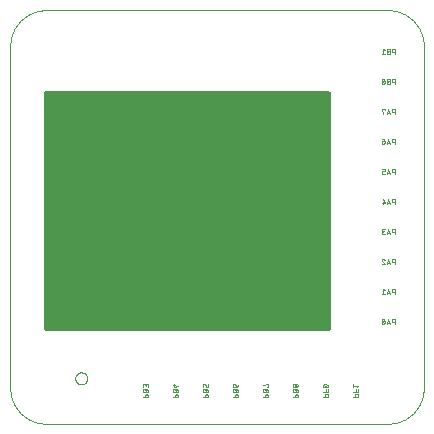
<source format=gbo>
G04 EAGLE Gerber RS-274X export*
G75*
%MOMM*%
%FSLAX35Y35*%
%LPD*%
%INsilk_bottom*%
%IPPOS*%
%AMOC8*
5,1,8,0,0,1.08239X$1,22.5*%
G01*
%ADD10C,0.000000*%
%ADD11C,0.050800*%

G36*
X2701248Y787659D02*
X2701248Y787659D01*
X2702499Y787753D01*
X2702808Y787858D01*
X2703131Y787899D01*
X2704298Y788365D01*
X2705487Y788769D01*
X2705759Y788948D01*
X2706062Y789069D01*
X2707075Y789812D01*
X2708125Y790502D01*
X2708344Y790743D01*
X2708606Y790935D01*
X2709400Y791908D01*
X2710245Y792839D01*
X2710397Y793128D01*
X2710602Y793380D01*
X2711127Y794519D01*
X2711712Y795633D01*
X2711758Y795890D01*
X2711923Y796247D01*
X2712483Y799352D01*
X2712453Y799744D01*
X2712499Y800000D01*
X2712499Y2800000D01*
X2712341Y2801248D01*
X2712247Y2802499D01*
X2712142Y2802808D01*
X2712101Y2803131D01*
X2711635Y2804298D01*
X2711231Y2805487D01*
X2711052Y2805759D01*
X2710931Y2806062D01*
X2710188Y2807075D01*
X2709498Y2808125D01*
X2709257Y2808344D01*
X2709065Y2808606D01*
X2708092Y2809400D01*
X2707161Y2810245D01*
X2706872Y2810397D01*
X2706620Y2810602D01*
X2705481Y2811127D01*
X2704367Y2811712D01*
X2704110Y2811758D01*
X2703753Y2811923D01*
X2700648Y2812483D01*
X2700256Y2812453D01*
X2700000Y2812499D01*
X300000Y2812499D01*
X298753Y2812341D01*
X297501Y2812247D01*
X297193Y2812142D01*
X296869Y2812101D01*
X295702Y2811635D01*
X294513Y2811231D01*
X294241Y2811052D01*
X293938Y2810931D01*
X292925Y2810188D01*
X291875Y2809498D01*
X291656Y2809257D01*
X291394Y2809065D01*
X290600Y2808092D01*
X289755Y2807161D01*
X289603Y2806872D01*
X289398Y2806620D01*
X288873Y2805481D01*
X288288Y2804367D01*
X288242Y2804110D01*
X288078Y2803753D01*
X287518Y2800648D01*
X287523Y2800577D01*
X287518Y2800548D01*
X287542Y2800227D01*
X287501Y2800000D01*
X287501Y800000D01*
X287659Y798753D01*
X287753Y797501D01*
X287858Y797193D01*
X287899Y796869D01*
X288365Y795702D01*
X288769Y794513D01*
X288948Y794241D01*
X289069Y793938D01*
X289812Y792925D01*
X290502Y791875D01*
X290743Y791656D01*
X290935Y791394D01*
X291908Y790600D01*
X292839Y789755D01*
X293128Y789603D01*
X293380Y789398D01*
X294519Y788873D01*
X295633Y788288D01*
X295890Y788242D01*
X296247Y788078D01*
X299352Y787518D01*
X299744Y787547D01*
X300000Y787501D01*
X2700000Y787501D01*
X2701248Y787659D01*
G37*
D10*
X100Y3199800D02*
X100Y299800D01*
X188Y292551D01*
X450Y285306D01*
X888Y278070D01*
X1501Y270846D01*
X2287Y263639D01*
X3248Y256453D01*
X4382Y249293D01*
X5689Y242162D01*
X7168Y235065D01*
X8817Y228005D01*
X10637Y220988D01*
X12626Y214016D01*
X14783Y207095D01*
X17106Y200228D01*
X19595Y193419D01*
X22248Y186672D01*
X25062Y179991D01*
X28038Y173380D01*
X31172Y166843D01*
X34463Y160383D01*
X37910Y154005D01*
X41509Y147712D01*
X45260Y141508D01*
X49159Y135396D01*
X53205Y129381D01*
X57395Y123464D01*
X61727Y117651D01*
X66198Y111944D01*
X70805Y106347D01*
X75547Y100863D01*
X80419Y95495D01*
X85420Y90247D01*
X90547Y85120D01*
X95795Y80119D01*
X101163Y75247D01*
X106647Y70505D01*
X112244Y65898D01*
X117951Y61427D01*
X123764Y57095D01*
X129681Y52905D01*
X135696Y48859D01*
X141808Y44960D01*
X148012Y41209D01*
X154305Y37610D01*
X160683Y34163D01*
X167143Y30872D01*
X173680Y27738D01*
X180291Y24762D01*
X186972Y21948D01*
X193719Y19295D01*
X200528Y16806D01*
X207395Y14483D01*
X214316Y12326D01*
X221288Y10337D01*
X228305Y8517D01*
X235365Y6868D01*
X242462Y5389D01*
X249593Y4082D01*
X256753Y2948D01*
X263939Y1987D01*
X271146Y1201D01*
X278370Y588D01*
X285606Y150D01*
X292851Y-112D01*
X300100Y-200D01*
X3200100Y-200D01*
X3207349Y-112D01*
X3214594Y150D01*
X3221830Y588D01*
X3229054Y1201D01*
X3236261Y1987D01*
X3243447Y2948D01*
X3250607Y4082D01*
X3257738Y5389D01*
X3264835Y6868D01*
X3271895Y8517D01*
X3278912Y10337D01*
X3285884Y12326D01*
X3292805Y14483D01*
X3299672Y16806D01*
X3306481Y19295D01*
X3313228Y21948D01*
X3319909Y24762D01*
X3326520Y27738D01*
X3333057Y30872D01*
X3339517Y34163D01*
X3345895Y37610D01*
X3352188Y41209D01*
X3358392Y44960D01*
X3364504Y48859D01*
X3370519Y52905D01*
X3376436Y57095D01*
X3382249Y61427D01*
X3387956Y65898D01*
X3393553Y70505D01*
X3399037Y75247D01*
X3404405Y80119D01*
X3409653Y85120D01*
X3414780Y90247D01*
X3419781Y95495D01*
X3424653Y100863D01*
X3429395Y106347D01*
X3434002Y111944D01*
X3438473Y117651D01*
X3442805Y123464D01*
X3446995Y129381D01*
X3451041Y135396D01*
X3454940Y141508D01*
X3458691Y147712D01*
X3462290Y154005D01*
X3465737Y160383D01*
X3469028Y166843D01*
X3472162Y173380D01*
X3475138Y179991D01*
X3477952Y186672D01*
X3480605Y193419D01*
X3483094Y200228D01*
X3485417Y207095D01*
X3487574Y214016D01*
X3489563Y220988D01*
X3491383Y228005D01*
X3493032Y235065D01*
X3494511Y242162D01*
X3495818Y249293D01*
X3496952Y256453D01*
X3497913Y263639D01*
X3498699Y270846D01*
X3499312Y278070D01*
X3499750Y285306D01*
X3500012Y292551D01*
X3500100Y299800D01*
X3500100Y3199800D01*
X3500012Y3207049D01*
X3499750Y3214294D01*
X3499312Y3221530D01*
X3498699Y3228754D01*
X3497913Y3235961D01*
X3496952Y3243147D01*
X3495818Y3250307D01*
X3494511Y3257438D01*
X3493032Y3264535D01*
X3491383Y3271595D01*
X3489563Y3278612D01*
X3487574Y3285584D01*
X3485417Y3292505D01*
X3483094Y3299372D01*
X3480605Y3306181D01*
X3477952Y3312928D01*
X3475138Y3319609D01*
X3472162Y3326220D01*
X3469028Y3332757D01*
X3465737Y3339217D01*
X3462290Y3345595D01*
X3458691Y3351888D01*
X3454940Y3358092D01*
X3451041Y3364204D01*
X3446995Y3370219D01*
X3442805Y3376136D01*
X3438473Y3381949D01*
X3434002Y3387656D01*
X3429395Y3393253D01*
X3424653Y3398737D01*
X3419781Y3404105D01*
X3414780Y3409353D01*
X3409653Y3414480D01*
X3404405Y3419481D01*
X3399037Y3424353D01*
X3393553Y3429095D01*
X3387956Y3433702D01*
X3382249Y3438173D01*
X3376436Y3442505D01*
X3370519Y3446695D01*
X3364504Y3450741D01*
X3358392Y3454640D01*
X3352188Y3458391D01*
X3345895Y3461990D01*
X3339517Y3465437D01*
X3333057Y3468728D01*
X3326520Y3471862D01*
X3319909Y3474838D01*
X3313228Y3477652D01*
X3306481Y3480305D01*
X3299672Y3482794D01*
X3292805Y3485117D01*
X3285884Y3487274D01*
X3278912Y3489263D01*
X3271895Y3491083D01*
X3264835Y3492732D01*
X3257738Y3494211D01*
X3250607Y3495518D01*
X3243447Y3496652D01*
X3236261Y3497613D01*
X3229054Y3498399D01*
X3221830Y3499012D01*
X3214594Y3499450D01*
X3207349Y3499712D01*
X3200100Y3499800D01*
X300100Y3499800D01*
X292851Y3499712D01*
X285606Y3499450D01*
X278370Y3499012D01*
X271146Y3498399D01*
X263939Y3497613D01*
X256753Y3496652D01*
X249593Y3495518D01*
X242462Y3494211D01*
X235365Y3492732D01*
X228305Y3491083D01*
X221288Y3489263D01*
X214316Y3487274D01*
X207395Y3485117D01*
X200528Y3482794D01*
X193719Y3480305D01*
X186972Y3477652D01*
X180291Y3474838D01*
X173680Y3471862D01*
X167143Y3468728D01*
X160683Y3465437D01*
X154305Y3461990D01*
X148012Y3458391D01*
X141808Y3454640D01*
X135696Y3450741D01*
X129681Y3446695D01*
X123764Y3442505D01*
X117951Y3438173D01*
X112244Y3433702D01*
X106647Y3429095D01*
X101163Y3424353D01*
X95795Y3419481D01*
X90547Y3414480D01*
X85420Y3409353D01*
X80419Y3404105D01*
X75547Y3398737D01*
X70805Y3393253D01*
X66198Y3387656D01*
X61727Y3381949D01*
X57395Y3376136D01*
X53205Y3370219D01*
X49159Y3364204D01*
X45260Y3358092D01*
X41509Y3351888D01*
X37910Y3345595D01*
X34463Y3339217D01*
X31172Y3332757D01*
X28038Y3326220D01*
X25062Y3319609D01*
X22248Y3312928D01*
X19595Y3306181D01*
X17106Y3299372D01*
X14783Y3292505D01*
X12626Y3285584D01*
X10637Y3278612D01*
X8817Y3271595D01*
X7168Y3264535D01*
X5689Y3257438D01*
X4382Y3250307D01*
X3248Y3243147D01*
X2287Y3235961D01*
X1501Y3228754D01*
X888Y3221530D01*
X450Y3214294D01*
X188Y3207049D01*
X100Y3199800D01*
D11*
X1120540Y223051D02*
X1165460Y223051D01*
X1165460Y235528D01*
X1165456Y235832D01*
X1165445Y236136D01*
X1165427Y236439D01*
X1165401Y236742D01*
X1165368Y237044D01*
X1165327Y237345D01*
X1165279Y237645D01*
X1165224Y237944D01*
X1165161Y238241D01*
X1165092Y238537D01*
X1165015Y238831D01*
X1164931Y239123D01*
X1164840Y239413D01*
X1164742Y239700D01*
X1164637Y239986D01*
X1164525Y240268D01*
X1164406Y240548D01*
X1164280Y240824D01*
X1164148Y241098D01*
X1164009Y241368D01*
X1163863Y241635D01*
X1163711Y241898D01*
X1163553Y242158D01*
X1163389Y242413D01*
X1163218Y242664D01*
X1163041Y242911D01*
X1162858Y243154D01*
X1162670Y243392D01*
X1162475Y243626D01*
X1162275Y243855D01*
X1162070Y244079D01*
X1161859Y244297D01*
X1161643Y244511D01*
X1161421Y244719D01*
X1161195Y244922D01*
X1160964Y245119D01*
X1160728Y245311D01*
X1160487Y245496D01*
X1160242Y245676D01*
X1159993Y245850D01*
X1159740Y246018D01*
X1159482Y246179D01*
X1159221Y246334D01*
X1158956Y246483D01*
X1158687Y246625D01*
X1158416Y246761D01*
X1158140Y246890D01*
X1157862Y247012D01*
X1157581Y247128D01*
X1157297Y247236D01*
X1157011Y247338D01*
X1156722Y247432D01*
X1156431Y247520D01*
X1156138Y247600D01*
X1155843Y247674D01*
X1155547Y247740D01*
X1155248Y247798D01*
X1154949Y247850D01*
X1154648Y247894D01*
X1154347Y247931D01*
X1154044Y247961D01*
X1153741Y247983D01*
X1153438Y247998D01*
X1153134Y248005D01*
X1152830Y248005D01*
X1152526Y247998D01*
X1152223Y247983D01*
X1151920Y247961D01*
X1151617Y247931D01*
X1151316Y247894D01*
X1151015Y247850D01*
X1150716Y247798D01*
X1150417Y247740D01*
X1150121Y247674D01*
X1149826Y247600D01*
X1149533Y247520D01*
X1149242Y247432D01*
X1148953Y247338D01*
X1148667Y247236D01*
X1148383Y247128D01*
X1148102Y247012D01*
X1147824Y246890D01*
X1147548Y246761D01*
X1147277Y246625D01*
X1147008Y246483D01*
X1146743Y246334D01*
X1146482Y246179D01*
X1146224Y246018D01*
X1145971Y245850D01*
X1145722Y245676D01*
X1145477Y245496D01*
X1145236Y245311D01*
X1145000Y245119D01*
X1144769Y244922D01*
X1144543Y244719D01*
X1144321Y244511D01*
X1144105Y244297D01*
X1143894Y244079D01*
X1143689Y243855D01*
X1143489Y243626D01*
X1143294Y243392D01*
X1143106Y243154D01*
X1142923Y242911D01*
X1142746Y242664D01*
X1142575Y242413D01*
X1142411Y242158D01*
X1142253Y241898D01*
X1142101Y241635D01*
X1141955Y241368D01*
X1141816Y241098D01*
X1141684Y240824D01*
X1141558Y240548D01*
X1141439Y240268D01*
X1141327Y239986D01*
X1141222Y239700D01*
X1141124Y239413D01*
X1141033Y239123D01*
X1140949Y238831D01*
X1140872Y238537D01*
X1140803Y238241D01*
X1140740Y237944D01*
X1140685Y237645D01*
X1140637Y237345D01*
X1140596Y237044D01*
X1140563Y236742D01*
X1140537Y236439D01*
X1140519Y236136D01*
X1140508Y235832D01*
X1140504Y235528D01*
X1140504Y223051D01*
X1145495Y268051D02*
X1145495Y280528D01*
X1145496Y280528D02*
X1145492Y280832D01*
X1145481Y281136D01*
X1145463Y281439D01*
X1145437Y281742D01*
X1145404Y282044D01*
X1145363Y282345D01*
X1145315Y282645D01*
X1145260Y282944D01*
X1145197Y283241D01*
X1145128Y283537D01*
X1145051Y283831D01*
X1144967Y284123D01*
X1144876Y284413D01*
X1144778Y284700D01*
X1144673Y284986D01*
X1144561Y285268D01*
X1144442Y285548D01*
X1144316Y285824D01*
X1144184Y286098D01*
X1144045Y286368D01*
X1143899Y286635D01*
X1143747Y286898D01*
X1143589Y287158D01*
X1143425Y287413D01*
X1143254Y287664D01*
X1143077Y287911D01*
X1142894Y288154D01*
X1142706Y288392D01*
X1142511Y288626D01*
X1142311Y288855D01*
X1142106Y289079D01*
X1141895Y289297D01*
X1141679Y289511D01*
X1141457Y289719D01*
X1141231Y289922D01*
X1141000Y290119D01*
X1140764Y290311D01*
X1140523Y290496D01*
X1140278Y290676D01*
X1140029Y290850D01*
X1139776Y291018D01*
X1139518Y291179D01*
X1139257Y291334D01*
X1138992Y291483D01*
X1138723Y291625D01*
X1138452Y291761D01*
X1138176Y291890D01*
X1137898Y292012D01*
X1137617Y292128D01*
X1137333Y292236D01*
X1137047Y292338D01*
X1136758Y292432D01*
X1136467Y292520D01*
X1136174Y292600D01*
X1135879Y292674D01*
X1135583Y292740D01*
X1135284Y292798D01*
X1134985Y292850D01*
X1134684Y292894D01*
X1134383Y292931D01*
X1134080Y292961D01*
X1133777Y292983D01*
X1133474Y292998D01*
X1133170Y293005D01*
X1132866Y293005D01*
X1132562Y292998D01*
X1132259Y292983D01*
X1131956Y292961D01*
X1131653Y292931D01*
X1131352Y292894D01*
X1131051Y292850D01*
X1130752Y292798D01*
X1130453Y292740D01*
X1130157Y292674D01*
X1129862Y292600D01*
X1129569Y292520D01*
X1129278Y292432D01*
X1128989Y292338D01*
X1128703Y292236D01*
X1128419Y292128D01*
X1128138Y292012D01*
X1127860Y291890D01*
X1127584Y291761D01*
X1127313Y291625D01*
X1127044Y291483D01*
X1126779Y291334D01*
X1126518Y291179D01*
X1126260Y291018D01*
X1126007Y290850D01*
X1125758Y290676D01*
X1125513Y290496D01*
X1125272Y290311D01*
X1125036Y290119D01*
X1124805Y289922D01*
X1124579Y289719D01*
X1124357Y289511D01*
X1124141Y289297D01*
X1123930Y289079D01*
X1123725Y288855D01*
X1123525Y288626D01*
X1123330Y288392D01*
X1123142Y288154D01*
X1122959Y287911D01*
X1122782Y287664D01*
X1122611Y287413D01*
X1122447Y287158D01*
X1122289Y286898D01*
X1122137Y286635D01*
X1121991Y286368D01*
X1121852Y286098D01*
X1121720Y285824D01*
X1121594Y285548D01*
X1121475Y285268D01*
X1121363Y284986D01*
X1121258Y284700D01*
X1121160Y284413D01*
X1121069Y284123D01*
X1120985Y283831D01*
X1120908Y283537D01*
X1120839Y283241D01*
X1120776Y282944D01*
X1120721Y282645D01*
X1120673Y282345D01*
X1120632Y282044D01*
X1120599Y281742D01*
X1120573Y281439D01*
X1120555Y281136D01*
X1120544Y280832D01*
X1120540Y280528D01*
X1120540Y268051D01*
X1165460Y268051D01*
X1165460Y280528D01*
X1165461Y280528D02*
X1165458Y280771D01*
X1165449Y281014D01*
X1165434Y281257D01*
X1165414Y281499D01*
X1165387Y281741D01*
X1165355Y281982D01*
X1165316Y282222D01*
X1165272Y282461D01*
X1165222Y282699D01*
X1165166Y282935D01*
X1165105Y283170D01*
X1165038Y283404D01*
X1164965Y283636D01*
X1164886Y283866D01*
X1164802Y284094D01*
X1164713Y284320D01*
X1164618Y284544D01*
X1164517Y284765D01*
X1164411Y284984D01*
X1164300Y285200D01*
X1164184Y285414D01*
X1164062Y285624D01*
X1163935Y285832D01*
X1163804Y286036D01*
X1163667Y286237D01*
X1163526Y286435D01*
X1163380Y286629D01*
X1163229Y286820D01*
X1163073Y287007D01*
X1162913Y287190D01*
X1162749Y287369D01*
X1162580Y287544D01*
X1162407Y287715D01*
X1162230Y287881D01*
X1162049Y288044D01*
X1161864Y288201D01*
X1161675Y288355D01*
X1161483Y288503D01*
X1161287Y288647D01*
X1161087Y288786D01*
X1160885Y288920D01*
X1160679Y289049D01*
X1160470Y289174D01*
X1160257Y289293D01*
X1160043Y289406D01*
X1159825Y289515D01*
X1159605Y289618D01*
X1159382Y289716D01*
X1159158Y289808D01*
X1158930Y289895D01*
X1158701Y289976D01*
X1158470Y290052D01*
X1158237Y290122D01*
X1158003Y290186D01*
X1157767Y290245D01*
X1157530Y290298D01*
X1157291Y290345D01*
X1157052Y290386D01*
X1156811Y290422D01*
X1156570Y290451D01*
X1156328Y290475D01*
X1156085Y290493D01*
X1155843Y290504D01*
X1155600Y290510D01*
X1155356Y290510D01*
X1155113Y290504D01*
X1154871Y290493D01*
X1154628Y290475D01*
X1154386Y290451D01*
X1154145Y290422D01*
X1153904Y290386D01*
X1153665Y290345D01*
X1153426Y290298D01*
X1153189Y290245D01*
X1152953Y290186D01*
X1152719Y290122D01*
X1152486Y290052D01*
X1152255Y289976D01*
X1152026Y289895D01*
X1151798Y289808D01*
X1151574Y289716D01*
X1151351Y289618D01*
X1151131Y289515D01*
X1150913Y289406D01*
X1150699Y289293D01*
X1150487Y289174D01*
X1150277Y289049D01*
X1150071Y288920D01*
X1149869Y288786D01*
X1149669Y288647D01*
X1149473Y288503D01*
X1149281Y288355D01*
X1149092Y288201D01*
X1148907Y288044D01*
X1148726Y287881D01*
X1148549Y287715D01*
X1148376Y287544D01*
X1148207Y287369D01*
X1148043Y287190D01*
X1147883Y287007D01*
X1147727Y286820D01*
X1147576Y286629D01*
X1147430Y286435D01*
X1147289Y286237D01*
X1147152Y286036D01*
X1147021Y285832D01*
X1146894Y285624D01*
X1146772Y285414D01*
X1146656Y285200D01*
X1146545Y284984D01*
X1146439Y284765D01*
X1146338Y284544D01*
X1146243Y284320D01*
X1146154Y284094D01*
X1146070Y283866D01*
X1145991Y283636D01*
X1145918Y283404D01*
X1145851Y283170D01*
X1145790Y282935D01*
X1145734Y282699D01*
X1145684Y282461D01*
X1145640Y282222D01*
X1145601Y281982D01*
X1145569Y281741D01*
X1145542Y281499D01*
X1145522Y281257D01*
X1145507Y281014D01*
X1145498Y280771D01*
X1145495Y280528D01*
X1120540Y310794D02*
X1120540Y323271D01*
X1120544Y323575D01*
X1120555Y323879D01*
X1120573Y324182D01*
X1120599Y324485D01*
X1120632Y324787D01*
X1120673Y325088D01*
X1120721Y325388D01*
X1120776Y325687D01*
X1120839Y325984D01*
X1120908Y326280D01*
X1120985Y326574D01*
X1121069Y326866D01*
X1121160Y327156D01*
X1121258Y327443D01*
X1121363Y327729D01*
X1121475Y328011D01*
X1121594Y328291D01*
X1121720Y328567D01*
X1121852Y328841D01*
X1121991Y329111D01*
X1122137Y329378D01*
X1122289Y329641D01*
X1122447Y329901D01*
X1122611Y330156D01*
X1122782Y330407D01*
X1122959Y330654D01*
X1123142Y330897D01*
X1123330Y331135D01*
X1123525Y331369D01*
X1123725Y331598D01*
X1123930Y331822D01*
X1124141Y332040D01*
X1124357Y332254D01*
X1124579Y332462D01*
X1124805Y332665D01*
X1125036Y332862D01*
X1125272Y333054D01*
X1125513Y333239D01*
X1125758Y333419D01*
X1126007Y333593D01*
X1126260Y333761D01*
X1126518Y333922D01*
X1126779Y334077D01*
X1127044Y334226D01*
X1127313Y334368D01*
X1127584Y334504D01*
X1127860Y334633D01*
X1128138Y334755D01*
X1128419Y334871D01*
X1128703Y334979D01*
X1128989Y335081D01*
X1129278Y335175D01*
X1129569Y335263D01*
X1129862Y335343D01*
X1130157Y335417D01*
X1130453Y335483D01*
X1130752Y335541D01*
X1131051Y335593D01*
X1131352Y335637D01*
X1131653Y335674D01*
X1131956Y335704D01*
X1132259Y335726D01*
X1132562Y335741D01*
X1132866Y335748D01*
X1133170Y335748D01*
X1133474Y335741D01*
X1133777Y335726D01*
X1134080Y335704D01*
X1134383Y335674D01*
X1134684Y335637D01*
X1134985Y335593D01*
X1135284Y335541D01*
X1135583Y335483D01*
X1135879Y335417D01*
X1136174Y335343D01*
X1136467Y335263D01*
X1136758Y335175D01*
X1137047Y335081D01*
X1137333Y334979D01*
X1137617Y334871D01*
X1137898Y334755D01*
X1138176Y334633D01*
X1138452Y334504D01*
X1138723Y334368D01*
X1138992Y334226D01*
X1139257Y334077D01*
X1139518Y333922D01*
X1139776Y333761D01*
X1140029Y333593D01*
X1140278Y333419D01*
X1140523Y333239D01*
X1140764Y333054D01*
X1141000Y332862D01*
X1141231Y332665D01*
X1141457Y332462D01*
X1141679Y332254D01*
X1141895Y332040D01*
X1142106Y331822D01*
X1142311Y331598D01*
X1142511Y331369D01*
X1142706Y331135D01*
X1142894Y330897D01*
X1143077Y330654D01*
X1143254Y330407D01*
X1143425Y330156D01*
X1143589Y329901D01*
X1143747Y329641D01*
X1143899Y329378D01*
X1144045Y329111D01*
X1144184Y328841D01*
X1144316Y328567D01*
X1144442Y328291D01*
X1144561Y328011D01*
X1144673Y327729D01*
X1144778Y327443D01*
X1144876Y327156D01*
X1144967Y326866D01*
X1145051Y326574D01*
X1145128Y326280D01*
X1145197Y325984D01*
X1145260Y325687D01*
X1145315Y325388D01*
X1145363Y325088D01*
X1145404Y324787D01*
X1145437Y324485D01*
X1145463Y324182D01*
X1145481Y323879D01*
X1145492Y323575D01*
X1145496Y323271D01*
X1165460Y325767D02*
X1165460Y310794D01*
X1165461Y325767D02*
X1165458Y326010D01*
X1165449Y326253D01*
X1165434Y326496D01*
X1165414Y326738D01*
X1165387Y326980D01*
X1165355Y327221D01*
X1165316Y327461D01*
X1165272Y327700D01*
X1165222Y327938D01*
X1165166Y328174D01*
X1165105Y328409D01*
X1165038Y328643D01*
X1164965Y328875D01*
X1164886Y329105D01*
X1164802Y329333D01*
X1164713Y329559D01*
X1164618Y329783D01*
X1164517Y330004D01*
X1164411Y330223D01*
X1164300Y330439D01*
X1164184Y330653D01*
X1164062Y330863D01*
X1163935Y331071D01*
X1163804Y331275D01*
X1163667Y331476D01*
X1163526Y331674D01*
X1163380Y331868D01*
X1163229Y332059D01*
X1163073Y332246D01*
X1162913Y332429D01*
X1162749Y332608D01*
X1162580Y332783D01*
X1162407Y332954D01*
X1162230Y333120D01*
X1162049Y333283D01*
X1161864Y333440D01*
X1161675Y333594D01*
X1161483Y333742D01*
X1161287Y333886D01*
X1161087Y334025D01*
X1160885Y334159D01*
X1160679Y334288D01*
X1160470Y334413D01*
X1160257Y334532D01*
X1160043Y334645D01*
X1159825Y334754D01*
X1159605Y334857D01*
X1159382Y334955D01*
X1159158Y335047D01*
X1158930Y335134D01*
X1158701Y335215D01*
X1158470Y335291D01*
X1158237Y335361D01*
X1158003Y335425D01*
X1157767Y335484D01*
X1157530Y335537D01*
X1157291Y335584D01*
X1157052Y335625D01*
X1156811Y335661D01*
X1156570Y335690D01*
X1156328Y335714D01*
X1156085Y335732D01*
X1155843Y335743D01*
X1155600Y335749D01*
X1155356Y335749D01*
X1155113Y335743D01*
X1154871Y335732D01*
X1154628Y335714D01*
X1154386Y335690D01*
X1154145Y335661D01*
X1153904Y335625D01*
X1153665Y335584D01*
X1153426Y335537D01*
X1153189Y335484D01*
X1152953Y335425D01*
X1152719Y335361D01*
X1152486Y335291D01*
X1152255Y335215D01*
X1152026Y335134D01*
X1151798Y335047D01*
X1151574Y334955D01*
X1151351Y334857D01*
X1151131Y334754D01*
X1150913Y334645D01*
X1150699Y334532D01*
X1150487Y334413D01*
X1150277Y334288D01*
X1150071Y334159D01*
X1149869Y334025D01*
X1149669Y333886D01*
X1149473Y333742D01*
X1149281Y333594D01*
X1149092Y333440D01*
X1148907Y333283D01*
X1148726Y333120D01*
X1148549Y332954D01*
X1148376Y332783D01*
X1148207Y332608D01*
X1148043Y332429D01*
X1147883Y332246D01*
X1147727Y332059D01*
X1147576Y331868D01*
X1147430Y331674D01*
X1147289Y331476D01*
X1147152Y331275D01*
X1147021Y331071D01*
X1146894Y330863D01*
X1146772Y330653D01*
X1146656Y330439D01*
X1146545Y330223D01*
X1146439Y330004D01*
X1146338Y329783D01*
X1146243Y329559D01*
X1146154Y329333D01*
X1146070Y329105D01*
X1145991Y328875D01*
X1145918Y328643D01*
X1145851Y328409D01*
X1145790Y328174D01*
X1145734Y327938D01*
X1145684Y327700D01*
X1145640Y327461D01*
X1145601Y327221D01*
X1145569Y326980D01*
X1145542Y326738D01*
X1145522Y326496D01*
X1145507Y326253D01*
X1145498Y326010D01*
X1145495Y325767D01*
X1145495Y315785D01*
X1374540Y223051D02*
X1419460Y223051D01*
X1419460Y235528D01*
X1419456Y235832D01*
X1419445Y236136D01*
X1419427Y236439D01*
X1419401Y236742D01*
X1419368Y237044D01*
X1419327Y237345D01*
X1419279Y237645D01*
X1419224Y237944D01*
X1419161Y238241D01*
X1419092Y238537D01*
X1419015Y238831D01*
X1418931Y239123D01*
X1418840Y239413D01*
X1418742Y239700D01*
X1418637Y239986D01*
X1418525Y240268D01*
X1418406Y240548D01*
X1418280Y240824D01*
X1418148Y241098D01*
X1418009Y241368D01*
X1417863Y241635D01*
X1417711Y241898D01*
X1417553Y242158D01*
X1417389Y242413D01*
X1417218Y242664D01*
X1417041Y242911D01*
X1416858Y243154D01*
X1416670Y243392D01*
X1416475Y243626D01*
X1416275Y243855D01*
X1416070Y244079D01*
X1415859Y244297D01*
X1415643Y244511D01*
X1415421Y244719D01*
X1415195Y244922D01*
X1414964Y245119D01*
X1414728Y245311D01*
X1414487Y245496D01*
X1414242Y245676D01*
X1413993Y245850D01*
X1413740Y246018D01*
X1413482Y246179D01*
X1413221Y246334D01*
X1412956Y246483D01*
X1412687Y246625D01*
X1412416Y246761D01*
X1412140Y246890D01*
X1411862Y247012D01*
X1411581Y247128D01*
X1411297Y247236D01*
X1411011Y247338D01*
X1410722Y247432D01*
X1410431Y247520D01*
X1410138Y247600D01*
X1409843Y247674D01*
X1409547Y247740D01*
X1409248Y247798D01*
X1408949Y247850D01*
X1408648Y247894D01*
X1408347Y247931D01*
X1408044Y247961D01*
X1407741Y247983D01*
X1407438Y247998D01*
X1407134Y248005D01*
X1406830Y248005D01*
X1406526Y247998D01*
X1406223Y247983D01*
X1405920Y247961D01*
X1405617Y247931D01*
X1405316Y247894D01*
X1405015Y247850D01*
X1404716Y247798D01*
X1404417Y247740D01*
X1404121Y247674D01*
X1403826Y247600D01*
X1403533Y247520D01*
X1403242Y247432D01*
X1402953Y247338D01*
X1402667Y247236D01*
X1402383Y247128D01*
X1402102Y247012D01*
X1401824Y246890D01*
X1401548Y246761D01*
X1401277Y246625D01*
X1401008Y246483D01*
X1400743Y246334D01*
X1400482Y246179D01*
X1400224Y246018D01*
X1399971Y245850D01*
X1399722Y245676D01*
X1399477Y245496D01*
X1399236Y245311D01*
X1399000Y245119D01*
X1398769Y244922D01*
X1398543Y244719D01*
X1398321Y244511D01*
X1398105Y244297D01*
X1397894Y244079D01*
X1397689Y243855D01*
X1397489Y243626D01*
X1397294Y243392D01*
X1397106Y243154D01*
X1396923Y242911D01*
X1396746Y242664D01*
X1396575Y242413D01*
X1396411Y242158D01*
X1396253Y241898D01*
X1396101Y241635D01*
X1395955Y241368D01*
X1395816Y241098D01*
X1395684Y240824D01*
X1395558Y240548D01*
X1395439Y240268D01*
X1395327Y239986D01*
X1395222Y239700D01*
X1395124Y239413D01*
X1395033Y239123D01*
X1394949Y238831D01*
X1394872Y238537D01*
X1394803Y238241D01*
X1394740Y237944D01*
X1394685Y237645D01*
X1394637Y237345D01*
X1394596Y237044D01*
X1394563Y236742D01*
X1394537Y236439D01*
X1394519Y236136D01*
X1394508Y235832D01*
X1394504Y235528D01*
X1394504Y223051D01*
X1399495Y268051D02*
X1399495Y280528D01*
X1399496Y280528D02*
X1399492Y280832D01*
X1399481Y281136D01*
X1399463Y281439D01*
X1399437Y281742D01*
X1399404Y282044D01*
X1399363Y282345D01*
X1399315Y282645D01*
X1399260Y282944D01*
X1399197Y283241D01*
X1399128Y283537D01*
X1399051Y283831D01*
X1398967Y284123D01*
X1398876Y284413D01*
X1398778Y284700D01*
X1398673Y284986D01*
X1398561Y285268D01*
X1398442Y285548D01*
X1398316Y285824D01*
X1398184Y286098D01*
X1398045Y286368D01*
X1397899Y286635D01*
X1397747Y286898D01*
X1397589Y287158D01*
X1397425Y287413D01*
X1397254Y287664D01*
X1397077Y287911D01*
X1396894Y288154D01*
X1396706Y288392D01*
X1396511Y288626D01*
X1396311Y288855D01*
X1396106Y289079D01*
X1395895Y289297D01*
X1395679Y289511D01*
X1395457Y289719D01*
X1395231Y289922D01*
X1395000Y290119D01*
X1394764Y290311D01*
X1394523Y290496D01*
X1394278Y290676D01*
X1394029Y290850D01*
X1393776Y291018D01*
X1393518Y291179D01*
X1393257Y291334D01*
X1392992Y291483D01*
X1392723Y291625D01*
X1392452Y291761D01*
X1392176Y291890D01*
X1391898Y292012D01*
X1391617Y292128D01*
X1391333Y292236D01*
X1391047Y292338D01*
X1390758Y292432D01*
X1390467Y292520D01*
X1390174Y292600D01*
X1389879Y292674D01*
X1389583Y292740D01*
X1389284Y292798D01*
X1388985Y292850D01*
X1388684Y292894D01*
X1388383Y292931D01*
X1388080Y292961D01*
X1387777Y292983D01*
X1387474Y292998D01*
X1387170Y293005D01*
X1386866Y293005D01*
X1386562Y292998D01*
X1386259Y292983D01*
X1385956Y292961D01*
X1385653Y292931D01*
X1385352Y292894D01*
X1385051Y292850D01*
X1384752Y292798D01*
X1384453Y292740D01*
X1384157Y292674D01*
X1383862Y292600D01*
X1383569Y292520D01*
X1383278Y292432D01*
X1382989Y292338D01*
X1382703Y292236D01*
X1382419Y292128D01*
X1382138Y292012D01*
X1381860Y291890D01*
X1381584Y291761D01*
X1381313Y291625D01*
X1381044Y291483D01*
X1380779Y291334D01*
X1380518Y291179D01*
X1380260Y291018D01*
X1380007Y290850D01*
X1379758Y290676D01*
X1379513Y290496D01*
X1379272Y290311D01*
X1379036Y290119D01*
X1378805Y289922D01*
X1378579Y289719D01*
X1378357Y289511D01*
X1378141Y289297D01*
X1377930Y289079D01*
X1377725Y288855D01*
X1377525Y288626D01*
X1377330Y288392D01*
X1377142Y288154D01*
X1376959Y287911D01*
X1376782Y287664D01*
X1376611Y287413D01*
X1376447Y287158D01*
X1376289Y286898D01*
X1376137Y286635D01*
X1375991Y286368D01*
X1375852Y286098D01*
X1375720Y285824D01*
X1375594Y285548D01*
X1375475Y285268D01*
X1375363Y284986D01*
X1375258Y284700D01*
X1375160Y284413D01*
X1375069Y284123D01*
X1374985Y283831D01*
X1374908Y283537D01*
X1374839Y283241D01*
X1374776Y282944D01*
X1374721Y282645D01*
X1374673Y282345D01*
X1374632Y282044D01*
X1374599Y281742D01*
X1374573Y281439D01*
X1374555Y281136D01*
X1374544Y280832D01*
X1374540Y280528D01*
X1374540Y268051D01*
X1419460Y268051D01*
X1419460Y280528D01*
X1419461Y280528D02*
X1419458Y280771D01*
X1419449Y281014D01*
X1419434Y281257D01*
X1419414Y281499D01*
X1419387Y281741D01*
X1419355Y281982D01*
X1419316Y282222D01*
X1419272Y282461D01*
X1419222Y282699D01*
X1419166Y282935D01*
X1419105Y283170D01*
X1419038Y283404D01*
X1418965Y283636D01*
X1418886Y283866D01*
X1418802Y284094D01*
X1418713Y284320D01*
X1418618Y284544D01*
X1418517Y284765D01*
X1418411Y284984D01*
X1418300Y285200D01*
X1418184Y285414D01*
X1418062Y285624D01*
X1417935Y285832D01*
X1417804Y286036D01*
X1417667Y286237D01*
X1417526Y286435D01*
X1417380Y286629D01*
X1417229Y286820D01*
X1417073Y287007D01*
X1416913Y287190D01*
X1416749Y287369D01*
X1416580Y287544D01*
X1416407Y287715D01*
X1416230Y287881D01*
X1416049Y288044D01*
X1415864Y288201D01*
X1415675Y288355D01*
X1415483Y288503D01*
X1415287Y288647D01*
X1415087Y288786D01*
X1414885Y288920D01*
X1414679Y289049D01*
X1414470Y289174D01*
X1414257Y289293D01*
X1414043Y289406D01*
X1413825Y289515D01*
X1413605Y289618D01*
X1413382Y289716D01*
X1413158Y289808D01*
X1412930Y289895D01*
X1412701Y289976D01*
X1412470Y290052D01*
X1412237Y290122D01*
X1412003Y290186D01*
X1411767Y290245D01*
X1411530Y290298D01*
X1411291Y290345D01*
X1411052Y290386D01*
X1410811Y290422D01*
X1410570Y290451D01*
X1410328Y290475D01*
X1410085Y290493D01*
X1409843Y290504D01*
X1409600Y290510D01*
X1409356Y290510D01*
X1409113Y290504D01*
X1408871Y290493D01*
X1408628Y290475D01*
X1408386Y290451D01*
X1408145Y290422D01*
X1407904Y290386D01*
X1407665Y290345D01*
X1407426Y290298D01*
X1407189Y290245D01*
X1406953Y290186D01*
X1406719Y290122D01*
X1406486Y290052D01*
X1406255Y289976D01*
X1406026Y289895D01*
X1405798Y289808D01*
X1405574Y289716D01*
X1405351Y289618D01*
X1405131Y289515D01*
X1404913Y289406D01*
X1404699Y289293D01*
X1404487Y289174D01*
X1404277Y289049D01*
X1404071Y288920D01*
X1403869Y288786D01*
X1403669Y288647D01*
X1403473Y288503D01*
X1403281Y288355D01*
X1403092Y288201D01*
X1402907Y288044D01*
X1402726Y287881D01*
X1402549Y287715D01*
X1402376Y287544D01*
X1402207Y287369D01*
X1402043Y287190D01*
X1401883Y287007D01*
X1401727Y286820D01*
X1401576Y286629D01*
X1401430Y286435D01*
X1401289Y286237D01*
X1401152Y286036D01*
X1401021Y285832D01*
X1400894Y285624D01*
X1400772Y285414D01*
X1400656Y285200D01*
X1400545Y284984D01*
X1400439Y284765D01*
X1400338Y284544D01*
X1400243Y284320D01*
X1400154Y284094D01*
X1400070Y283866D01*
X1399991Y283636D01*
X1399918Y283404D01*
X1399851Y283170D01*
X1399790Y282935D01*
X1399734Y282699D01*
X1399684Y282461D01*
X1399640Y282222D01*
X1399601Y281982D01*
X1399569Y281741D01*
X1399542Y281499D01*
X1399522Y281257D01*
X1399507Y281014D01*
X1399498Y280771D01*
X1399495Y280528D01*
X1384522Y310794D02*
X1419460Y320776D01*
X1384522Y310794D02*
X1384522Y335749D01*
X1394504Y328263D02*
X1374540Y328263D01*
X1628540Y223051D02*
X1673460Y223051D01*
X1673460Y235528D01*
X1673456Y235832D01*
X1673445Y236136D01*
X1673427Y236439D01*
X1673401Y236742D01*
X1673368Y237044D01*
X1673327Y237345D01*
X1673279Y237645D01*
X1673224Y237944D01*
X1673161Y238241D01*
X1673092Y238537D01*
X1673015Y238831D01*
X1672931Y239123D01*
X1672840Y239413D01*
X1672742Y239700D01*
X1672637Y239986D01*
X1672525Y240268D01*
X1672406Y240548D01*
X1672280Y240824D01*
X1672148Y241098D01*
X1672009Y241368D01*
X1671863Y241635D01*
X1671711Y241898D01*
X1671553Y242158D01*
X1671389Y242413D01*
X1671218Y242664D01*
X1671041Y242911D01*
X1670858Y243154D01*
X1670670Y243392D01*
X1670475Y243626D01*
X1670275Y243855D01*
X1670070Y244079D01*
X1669859Y244297D01*
X1669643Y244511D01*
X1669421Y244719D01*
X1669195Y244922D01*
X1668964Y245119D01*
X1668728Y245311D01*
X1668487Y245496D01*
X1668242Y245676D01*
X1667993Y245850D01*
X1667740Y246018D01*
X1667482Y246179D01*
X1667221Y246334D01*
X1666956Y246483D01*
X1666687Y246625D01*
X1666416Y246761D01*
X1666140Y246890D01*
X1665862Y247012D01*
X1665581Y247128D01*
X1665297Y247236D01*
X1665011Y247338D01*
X1664722Y247432D01*
X1664431Y247520D01*
X1664138Y247600D01*
X1663843Y247674D01*
X1663547Y247740D01*
X1663248Y247798D01*
X1662949Y247850D01*
X1662648Y247894D01*
X1662347Y247931D01*
X1662044Y247961D01*
X1661741Y247983D01*
X1661438Y247998D01*
X1661134Y248005D01*
X1660830Y248005D01*
X1660526Y247998D01*
X1660223Y247983D01*
X1659920Y247961D01*
X1659617Y247931D01*
X1659316Y247894D01*
X1659015Y247850D01*
X1658716Y247798D01*
X1658417Y247740D01*
X1658121Y247674D01*
X1657826Y247600D01*
X1657533Y247520D01*
X1657242Y247432D01*
X1656953Y247338D01*
X1656667Y247236D01*
X1656383Y247128D01*
X1656102Y247012D01*
X1655824Y246890D01*
X1655548Y246761D01*
X1655277Y246625D01*
X1655008Y246483D01*
X1654743Y246334D01*
X1654482Y246179D01*
X1654224Y246018D01*
X1653971Y245850D01*
X1653722Y245676D01*
X1653477Y245496D01*
X1653236Y245311D01*
X1653000Y245119D01*
X1652769Y244922D01*
X1652543Y244719D01*
X1652321Y244511D01*
X1652105Y244297D01*
X1651894Y244079D01*
X1651689Y243855D01*
X1651489Y243626D01*
X1651294Y243392D01*
X1651106Y243154D01*
X1650923Y242911D01*
X1650746Y242664D01*
X1650575Y242413D01*
X1650411Y242158D01*
X1650253Y241898D01*
X1650101Y241635D01*
X1649955Y241368D01*
X1649816Y241098D01*
X1649684Y240824D01*
X1649558Y240548D01*
X1649439Y240268D01*
X1649327Y239986D01*
X1649222Y239700D01*
X1649124Y239413D01*
X1649033Y239123D01*
X1648949Y238831D01*
X1648872Y238537D01*
X1648803Y238241D01*
X1648740Y237944D01*
X1648685Y237645D01*
X1648637Y237345D01*
X1648596Y237044D01*
X1648563Y236742D01*
X1648537Y236439D01*
X1648519Y236136D01*
X1648508Y235832D01*
X1648504Y235528D01*
X1648504Y223051D01*
X1653495Y268051D02*
X1653495Y280528D01*
X1653496Y280528D02*
X1653492Y280832D01*
X1653481Y281136D01*
X1653463Y281439D01*
X1653437Y281742D01*
X1653404Y282044D01*
X1653363Y282345D01*
X1653315Y282645D01*
X1653260Y282944D01*
X1653197Y283241D01*
X1653128Y283537D01*
X1653051Y283831D01*
X1652967Y284123D01*
X1652876Y284413D01*
X1652778Y284700D01*
X1652673Y284986D01*
X1652561Y285268D01*
X1652442Y285548D01*
X1652316Y285824D01*
X1652184Y286098D01*
X1652045Y286368D01*
X1651899Y286635D01*
X1651747Y286898D01*
X1651589Y287158D01*
X1651425Y287413D01*
X1651254Y287664D01*
X1651077Y287911D01*
X1650894Y288154D01*
X1650706Y288392D01*
X1650511Y288626D01*
X1650311Y288855D01*
X1650106Y289079D01*
X1649895Y289297D01*
X1649679Y289511D01*
X1649457Y289719D01*
X1649231Y289922D01*
X1649000Y290119D01*
X1648764Y290311D01*
X1648523Y290496D01*
X1648278Y290676D01*
X1648029Y290850D01*
X1647776Y291018D01*
X1647518Y291179D01*
X1647257Y291334D01*
X1646992Y291483D01*
X1646723Y291625D01*
X1646452Y291761D01*
X1646176Y291890D01*
X1645898Y292012D01*
X1645617Y292128D01*
X1645333Y292236D01*
X1645047Y292338D01*
X1644758Y292432D01*
X1644467Y292520D01*
X1644174Y292600D01*
X1643879Y292674D01*
X1643583Y292740D01*
X1643284Y292798D01*
X1642985Y292850D01*
X1642684Y292894D01*
X1642383Y292931D01*
X1642080Y292961D01*
X1641777Y292983D01*
X1641474Y292998D01*
X1641170Y293005D01*
X1640866Y293005D01*
X1640562Y292998D01*
X1640259Y292983D01*
X1639956Y292961D01*
X1639653Y292931D01*
X1639352Y292894D01*
X1639051Y292850D01*
X1638752Y292798D01*
X1638453Y292740D01*
X1638157Y292674D01*
X1637862Y292600D01*
X1637569Y292520D01*
X1637278Y292432D01*
X1636989Y292338D01*
X1636703Y292236D01*
X1636419Y292128D01*
X1636138Y292012D01*
X1635860Y291890D01*
X1635584Y291761D01*
X1635313Y291625D01*
X1635044Y291483D01*
X1634779Y291334D01*
X1634518Y291179D01*
X1634260Y291018D01*
X1634007Y290850D01*
X1633758Y290676D01*
X1633513Y290496D01*
X1633272Y290311D01*
X1633036Y290119D01*
X1632805Y289922D01*
X1632579Y289719D01*
X1632357Y289511D01*
X1632141Y289297D01*
X1631930Y289079D01*
X1631725Y288855D01*
X1631525Y288626D01*
X1631330Y288392D01*
X1631142Y288154D01*
X1630959Y287911D01*
X1630782Y287664D01*
X1630611Y287413D01*
X1630447Y287158D01*
X1630289Y286898D01*
X1630137Y286635D01*
X1629991Y286368D01*
X1629852Y286098D01*
X1629720Y285824D01*
X1629594Y285548D01*
X1629475Y285268D01*
X1629363Y284986D01*
X1629258Y284700D01*
X1629160Y284413D01*
X1629069Y284123D01*
X1628985Y283831D01*
X1628908Y283537D01*
X1628839Y283241D01*
X1628776Y282944D01*
X1628721Y282645D01*
X1628673Y282345D01*
X1628632Y282044D01*
X1628599Y281742D01*
X1628573Y281439D01*
X1628555Y281136D01*
X1628544Y280832D01*
X1628540Y280528D01*
X1628540Y268051D01*
X1673460Y268051D01*
X1673460Y280528D01*
X1673461Y280528D02*
X1673458Y280771D01*
X1673449Y281014D01*
X1673434Y281257D01*
X1673414Y281499D01*
X1673387Y281741D01*
X1673355Y281982D01*
X1673316Y282222D01*
X1673272Y282461D01*
X1673222Y282699D01*
X1673166Y282935D01*
X1673105Y283170D01*
X1673038Y283404D01*
X1672965Y283636D01*
X1672886Y283866D01*
X1672802Y284094D01*
X1672713Y284320D01*
X1672618Y284544D01*
X1672517Y284765D01*
X1672411Y284984D01*
X1672300Y285200D01*
X1672184Y285414D01*
X1672062Y285624D01*
X1671935Y285832D01*
X1671804Y286036D01*
X1671667Y286237D01*
X1671526Y286435D01*
X1671380Y286629D01*
X1671229Y286820D01*
X1671073Y287007D01*
X1670913Y287190D01*
X1670749Y287369D01*
X1670580Y287544D01*
X1670407Y287715D01*
X1670230Y287881D01*
X1670049Y288044D01*
X1669864Y288201D01*
X1669675Y288355D01*
X1669483Y288503D01*
X1669287Y288647D01*
X1669087Y288786D01*
X1668885Y288920D01*
X1668679Y289049D01*
X1668470Y289174D01*
X1668257Y289293D01*
X1668043Y289406D01*
X1667825Y289515D01*
X1667605Y289618D01*
X1667382Y289716D01*
X1667158Y289808D01*
X1666930Y289895D01*
X1666701Y289976D01*
X1666470Y290052D01*
X1666237Y290122D01*
X1666003Y290186D01*
X1665767Y290245D01*
X1665530Y290298D01*
X1665291Y290345D01*
X1665052Y290386D01*
X1664811Y290422D01*
X1664570Y290451D01*
X1664328Y290475D01*
X1664085Y290493D01*
X1663843Y290504D01*
X1663600Y290510D01*
X1663356Y290510D01*
X1663113Y290504D01*
X1662871Y290493D01*
X1662628Y290475D01*
X1662386Y290451D01*
X1662145Y290422D01*
X1661904Y290386D01*
X1661665Y290345D01*
X1661426Y290298D01*
X1661189Y290245D01*
X1660953Y290186D01*
X1660719Y290122D01*
X1660486Y290052D01*
X1660255Y289976D01*
X1660026Y289895D01*
X1659798Y289808D01*
X1659574Y289716D01*
X1659351Y289618D01*
X1659131Y289515D01*
X1658913Y289406D01*
X1658699Y289293D01*
X1658487Y289174D01*
X1658277Y289049D01*
X1658071Y288920D01*
X1657869Y288786D01*
X1657669Y288647D01*
X1657473Y288503D01*
X1657281Y288355D01*
X1657092Y288201D01*
X1656907Y288044D01*
X1656726Y287881D01*
X1656549Y287715D01*
X1656376Y287544D01*
X1656207Y287369D01*
X1656043Y287190D01*
X1655883Y287007D01*
X1655727Y286820D01*
X1655576Y286629D01*
X1655430Y286435D01*
X1655289Y286237D01*
X1655152Y286036D01*
X1655021Y285832D01*
X1654894Y285624D01*
X1654772Y285414D01*
X1654656Y285200D01*
X1654545Y284984D01*
X1654439Y284765D01*
X1654338Y284544D01*
X1654243Y284320D01*
X1654154Y284094D01*
X1654070Y283866D01*
X1653991Y283636D01*
X1653918Y283404D01*
X1653851Y283170D01*
X1653790Y282935D01*
X1653734Y282699D01*
X1653684Y282461D01*
X1653640Y282222D01*
X1653601Y281982D01*
X1653569Y281741D01*
X1653542Y281499D01*
X1653522Y281257D01*
X1653507Y281014D01*
X1653498Y280771D01*
X1653495Y280528D01*
X1628540Y310794D02*
X1628540Y325767D01*
X1628543Y326008D01*
X1628552Y326249D01*
X1628566Y326490D01*
X1628587Y326730D01*
X1628613Y326970D01*
X1628645Y327209D01*
X1628682Y327448D01*
X1628726Y327685D01*
X1628775Y327921D01*
X1628830Y328156D01*
X1628891Y328389D01*
X1628957Y328621D01*
X1629029Y328852D01*
X1629106Y329080D01*
X1629189Y329307D01*
X1629277Y329531D01*
X1629371Y329754D01*
X1629470Y329974D01*
X1629574Y330191D01*
X1629683Y330406D01*
X1629798Y330618D01*
X1629918Y330828D01*
X1630043Y331034D01*
X1630172Y331237D01*
X1630307Y331438D01*
X1630446Y331634D01*
X1630591Y331828D01*
X1630739Y332018D01*
X1630893Y332204D01*
X1631050Y332386D01*
X1631213Y332565D01*
X1631379Y332740D01*
X1631550Y332910D01*
X1631724Y333077D01*
X1631903Y333239D01*
X1632085Y333397D01*
X1632272Y333550D01*
X1632461Y333699D01*
X1632655Y333843D01*
X1632852Y333982D01*
X1633052Y334117D01*
X1633255Y334246D01*
X1633462Y334371D01*
X1633671Y334491D01*
X1633883Y334606D01*
X1634098Y334715D01*
X1634316Y334820D01*
X1634536Y334919D01*
X1634758Y335012D01*
X1634983Y335100D01*
X1635209Y335183D01*
X1635438Y335261D01*
X1635668Y335332D01*
X1635900Y335398D01*
X1636133Y335459D01*
X1636368Y335514D01*
X1636604Y335563D01*
X1636842Y335607D01*
X1637080Y335644D01*
X1637319Y335676D01*
X1637559Y335702D01*
X1637799Y335723D01*
X1638040Y335737D01*
X1638281Y335746D01*
X1638522Y335749D01*
X1643513Y335749D01*
X1643754Y335746D01*
X1643995Y335737D01*
X1644236Y335723D01*
X1644476Y335702D01*
X1644716Y335676D01*
X1644955Y335644D01*
X1645194Y335607D01*
X1645431Y335563D01*
X1645667Y335514D01*
X1645902Y335459D01*
X1646135Y335398D01*
X1646367Y335332D01*
X1646598Y335260D01*
X1646826Y335183D01*
X1647053Y335100D01*
X1647277Y335012D01*
X1647499Y334918D01*
X1647719Y334819D01*
X1647937Y334715D01*
X1648152Y334606D01*
X1648364Y334491D01*
X1648573Y334371D01*
X1648780Y334246D01*
X1648983Y334117D01*
X1649183Y333982D01*
X1649380Y333843D01*
X1649574Y333698D01*
X1649764Y333550D01*
X1649950Y333396D01*
X1650132Y333239D01*
X1650311Y333077D01*
X1650486Y332910D01*
X1650656Y332740D01*
X1650823Y332565D01*
X1650985Y332386D01*
X1651142Y332204D01*
X1651296Y332018D01*
X1651444Y331828D01*
X1651589Y331634D01*
X1651728Y331437D01*
X1651863Y331237D01*
X1651992Y331034D01*
X1652117Y330827D01*
X1652237Y330618D01*
X1652352Y330406D01*
X1652461Y330191D01*
X1652565Y329973D01*
X1652664Y329753D01*
X1652758Y329531D01*
X1652846Y329307D01*
X1652929Y329080D01*
X1653006Y328852D01*
X1653078Y328621D01*
X1653144Y328389D01*
X1653205Y328156D01*
X1653260Y327921D01*
X1653309Y327685D01*
X1653353Y327448D01*
X1653390Y327209D01*
X1653422Y326970D01*
X1653448Y326730D01*
X1653469Y326490D01*
X1653483Y326249D01*
X1653492Y326008D01*
X1653495Y325767D01*
X1653495Y310794D01*
X1673460Y310794D01*
X1673460Y335749D01*
X1882540Y223051D02*
X1927460Y223051D01*
X1927460Y235528D01*
X1927456Y235832D01*
X1927445Y236136D01*
X1927427Y236439D01*
X1927401Y236742D01*
X1927368Y237044D01*
X1927327Y237345D01*
X1927279Y237645D01*
X1927224Y237944D01*
X1927161Y238241D01*
X1927092Y238537D01*
X1927015Y238831D01*
X1926931Y239123D01*
X1926840Y239413D01*
X1926742Y239700D01*
X1926637Y239986D01*
X1926525Y240268D01*
X1926406Y240548D01*
X1926280Y240824D01*
X1926148Y241098D01*
X1926009Y241368D01*
X1925863Y241635D01*
X1925711Y241898D01*
X1925553Y242158D01*
X1925389Y242413D01*
X1925218Y242664D01*
X1925041Y242911D01*
X1924858Y243154D01*
X1924670Y243392D01*
X1924475Y243626D01*
X1924275Y243855D01*
X1924070Y244079D01*
X1923859Y244297D01*
X1923643Y244511D01*
X1923421Y244719D01*
X1923195Y244922D01*
X1922964Y245119D01*
X1922728Y245311D01*
X1922487Y245496D01*
X1922242Y245676D01*
X1921993Y245850D01*
X1921740Y246018D01*
X1921482Y246179D01*
X1921221Y246334D01*
X1920956Y246483D01*
X1920687Y246625D01*
X1920416Y246761D01*
X1920140Y246890D01*
X1919862Y247012D01*
X1919581Y247128D01*
X1919297Y247236D01*
X1919011Y247338D01*
X1918722Y247432D01*
X1918431Y247520D01*
X1918138Y247600D01*
X1917843Y247674D01*
X1917547Y247740D01*
X1917248Y247798D01*
X1916949Y247850D01*
X1916648Y247894D01*
X1916347Y247931D01*
X1916044Y247961D01*
X1915741Y247983D01*
X1915438Y247998D01*
X1915134Y248005D01*
X1914830Y248005D01*
X1914526Y247998D01*
X1914223Y247983D01*
X1913920Y247961D01*
X1913617Y247931D01*
X1913316Y247894D01*
X1913015Y247850D01*
X1912716Y247798D01*
X1912417Y247740D01*
X1912121Y247674D01*
X1911826Y247600D01*
X1911533Y247520D01*
X1911242Y247432D01*
X1910953Y247338D01*
X1910667Y247236D01*
X1910383Y247128D01*
X1910102Y247012D01*
X1909824Y246890D01*
X1909548Y246761D01*
X1909277Y246625D01*
X1909008Y246483D01*
X1908743Y246334D01*
X1908482Y246179D01*
X1908224Y246018D01*
X1907971Y245850D01*
X1907722Y245676D01*
X1907477Y245496D01*
X1907236Y245311D01*
X1907000Y245119D01*
X1906769Y244922D01*
X1906543Y244719D01*
X1906321Y244511D01*
X1906105Y244297D01*
X1905894Y244079D01*
X1905689Y243855D01*
X1905489Y243626D01*
X1905294Y243392D01*
X1905106Y243154D01*
X1904923Y242911D01*
X1904746Y242664D01*
X1904575Y242413D01*
X1904411Y242158D01*
X1904253Y241898D01*
X1904101Y241635D01*
X1903955Y241368D01*
X1903816Y241098D01*
X1903684Y240824D01*
X1903558Y240548D01*
X1903439Y240268D01*
X1903327Y239986D01*
X1903222Y239700D01*
X1903124Y239413D01*
X1903033Y239123D01*
X1902949Y238831D01*
X1902872Y238537D01*
X1902803Y238241D01*
X1902740Y237944D01*
X1902685Y237645D01*
X1902637Y237345D01*
X1902596Y237044D01*
X1902563Y236742D01*
X1902537Y236439D01*
X1902519Y236136D01*
X1902508Y235832D01*
X1902504Y235528D01*
X1902504Y223051D01*
X1907495Y268051D02*
X1907495Y280528D01*
X1907496Y280528D02*
X1907492Y280832D01*
X1907481Y281136D01*
X1907463Y281439D01*
X1907437Y281742D01*
X1907404Y282044D01*
X1907363Y282345D01*
X1907315Y282645D01*
X1907260Y282944D01*
X1907197Y283241D01*
X1907128Y283537D01*
X1907051Y283831D01*
X1906967Y284123D01*
X1906876Y284413D01*
X1906778Y284700D01*
X1906673Y284986D01*
X1906561Y285268D01*
X1906442Y285548D01*
X1906316Y285824D01*
X1906184Y286098D01*
X1906045Y286368D01*
X1905899Y286635D01*
X1905747Y286898D01*
X1905589Y287158D01*
X1905425Y287413D01*
X1905254Y287664D01*
X1905077Y287911D01*
X1904894Y288154D01*
X1904706Y288392D01*
X1904511Y288626D01*
X1904311Y288855D01*
X1904106Y289079D01*
X1903895Y289297D01*
X1903679Y289511D01*
X1903457Y289719D01*
X1903231Y289922D01*
X1903000Y290119D01*
X1902764Y290311D01*
X1902523Y290496D01*
X1902278Y290676D01*
X1902029Y290850D01*
X1901776Y291018D01*
X1901518Y291179D01*
X1901257Y291334D01*
X1900992Y291483D01*
X1900723Y291625D01*
X1900452Y291761D01*
X1900176Y291890D01*
X1899898Y292012D01*
X1899617Y292128D01*
X1899333Y292236D01*
X1899047Y292338D01*
X1898758Y292432D01*
X1898467Y292520D01*
X1898174Y292600D01*
X1897879Y292674D01*
X1897583Y292740D01*
X1897284Y292798D01*
X1896985Y292850D01*
X1896684Y292894D01*
X1896383Y292931D01*
X1896080Y292961D01*
X1895777Y292983D01*
X1895474Y292998D01*
X1895170Y293005D01*
X1894866Y293005D01*
X1894562Y292998D01*
X1894259Y292983D01*
X1893956Y292961D01*
X1893653Y292931D01*
X1893352Y292894D01*
X1893051Y292850D01*
X1892752Y292798D01*
X1892453Y292740D01*
X1892157Y292674D01*
X1891862Y292600D01*
X1891569Y292520D01*
X1891278Y292432D01*
X1890989Y292338D01*
X1890703Y292236D01*
X1890419Y292128D01*
X1890138Y292012D01*
X1889860Y291890D01*
X1889584Y291761D01*
X1889313Y291625D01*
X1889044Y291483D01*
X1888779Y291334D01*
X1888518Y291179D01*
X1888260Y291018D01*
X1888007Y290850D01*
X1887758Y290676D01*
X1887513Y290496D01*
X1887272Y290311D01*
X1887036Y290119D01*
X1886805Y289922D01*
X1886579Y289719D01*
X1886357Y289511D01*
X1886141Y289297D01*
X1885930Y289079D01*
X1885725Y288855D01*
X1885525Y288626D01*
X1885330Y288392D01*
X1885142Y288154D01*
X1884959Y287911D01*
X1884782Y287664D01*
X1884611Y287413D01*
X1884447Y287158D01*
X1884289Y286898D01*
X1884137Y286635D01*
X1883991Y286368D01*
X1883852Y286098D01*
X1883720Y285824D01*
X1883594Y285548D01*
X1883475Y285268D01*
X1883363Y284986D01*
X1883258Y284700D01*
X1883160Y284413D01*
X1883069Y284123D01*
X1882985Y283831D01*
X1882908Y283537D01*
X1882839Y283241D01*
X1882776Y282944D01*
X1882721Y282645D01*
X1882673Y282345D01*
X1882632Y282044D01*
X1882599Y281742D01*
X1882573Y281439D01*
X1882555Y281136D01*
X1882544Y280832D01*
X1882540Y280528D01*
X1882540Y268051D01*
X1927460Y268051D01*
X1927460Y280528D01*
X1927461Y280528D02*
X1927458Y280771D01*
X1927449Y281014D01*
X1927434Y281257D01*
X1927414Y281499D01*
X1927387Y281741D01*
X1927355Y281982D01*
X1927316Y282222D01*
X1927272Y282461D01*
X1927222Y282699D01*
X1927166Y282935D01*
X1927105Y283170D01*
X1927038Y283404D01*
X1926965Y283636D01*
X1926886Y283866D01*
X1926802Y284094D01*
X1926713Y284320D01*
X1926618Y284544D01*
X1926517Y284765D01*
X1926411Y284984D01*
X1926300Y285200D01*
X1926184Y285414D01*
X1926062Y285624D01*
X1925935Y285832D01*
X1925804Y286036D01*
X1925667Y286237D01*
X1925526Y286435D01*
X1925380Y286629D01*
X1925229Y286820D01*
X1925073Y287007D01*
X1924913Y287190D01*
X1924749Y287369D01*
X1924580Y287544D01*
X1924407Y287715D01*
X1924230Y287881D01*
X1924049Y288044D01*
X1923864Y288201D01*
X1923675Y288355D01*
X1923483Y288503D01*
X1923287Y288647D01*
X1923087Y288786D01*
X1922885Y288920D01*
X1922679Y289049D01*
X1922470Y289174D01*
X1922257Y289293D01*
X1922043Y289406D01*
X1921825Y289515D01*
X1921605Y289618D01*
X1921382Y289716D01*
X1921158Y289808D01*
X1920930Y289895D01*
X1920701Y289976D01*
X1920470Y290052D01*
X1920237Y290122D01*
X1920003Y290186D01*
X1919767Y290245D01*
X1919530Y290298D01*
X1919291Y290345D01*
X1919052Y290386D01*
X1918811Y290422D01*
X1918570Y290451D01*
X1918328Y290475D01*
X1918085Y290493D01*
X1917843Y290504D01*
X1917600Y290510D01*
X1917356Y290510D01*
X1917113Y290504D01*
X1916871Y290493D01*
X1916628Y290475D01*
X1916386Y290451D01*
X1916145Y290422D01*
X1915904Y290386D01*
X1915665Y290345D01*
X1915426Y290298D01*
X1915189Y290245D01*
X1914953Y290186D01*
X1914719Y290122D01*
X1914486Y290052D01*
X1914255Y289976D01*
X1914026Y289895D01*
X1913798Y289808D01*
X1913574Y289716D01*
X1913351Y289618D01*
X1913131Y289515D01*
X1912913Y289406D01*
X1912699Y289293D01*
X1912487Y289174D01*
X1912277Y289049D01*
X1912071Y288920D01*
X1911869Y288786D01*
X1911669Y288647D01*
X1911473Y288503D01*
X1911281Y288355D01*
X1911092Y288201D01*
X1910907Y288044D01*
X1910726Y287881D01*
X1910549Y287715D01*
X1910376Y287544D01*
X1910207Y287369D01*
X1910043Y287190D01*
X1909883Y287007D01*
X1909727Y286820D01*
X1909576Y286629D01*
X1909430Y286435D01*
X1909289Y286237D01*
X1909152Y286036D01*
X1909021Y285832D01*
X1908894Y285624D01*
X1908772Y285414D01*
X1908656Y285200D01*
X1908545Y284984D01*
X1908439Y284765D01*
X1908338Y284544D01*
X1908243Y284320D01*
X1908154Y284094D01*
X1908070Y283866D01*
X1907991Y283636D01*
X1907918Y283404D01*
X1907851Y283170D01*
X1907790Y282935D01*
X1907734Y282699D01*
X1907684Y282461D01*
X1907640Y282222D01*
X1907601Y281982D01*
X1907569Y281741D01*
X1907542Y281499D01*
X1907522Y281257D01*
X1907507Y281014D01*
X1907498Y280771D01*
X1907495Y280528D01*
X1907495Y310794D02*
X1907495Y325767D01*
X1907492Y326008D01*
X1907483Y326249D01*
X1907469Y326490D01*
X1907448Y326730D01*
X1907422Y326970D01*
X1907390Y327209D01*
X1907353Y327448D01*
X1907309Y327685D01*
X1907260Y327921D01*
X1907205Y328156D01*
X1907144Y328389D01*
X1907078Y328621D01*
X1907006Y328852D01*
X1906929Y329080D01*
X1906846Y329307D01*
X1906758Y329531D01*
X1906664Y329753D01*
X1906565Y329973D01*
X1906461Y330191D01*
X1906352Y330406D01*
X1906237Y330618D01*
X1906117Y330827D01*
X1905992Y331034D01*
X1905863Y331237D01*
X1905728Y331437D01*
X1905589Y331634D01*
X1905444Y331828D01*
X1905296Y332018D01*
X1905142Y332204D01*
X1904985Y332386D01*
X1904823Y332565D01*
X1904656Y332740D01*
X1904486Y332910D01*
X1904311Y333077D01*
X1904132Y333239D01*
X1903950Y333396D01*
X1903764Y333550D01*
X1903574Y333698D01*
X1903380Y333843D01*
X1903183Y333982D01*
X1902983Y334117D01*
X1902780Y334246D01*
X1902573Y334371D01*
X1902364Y334491D01*
X1902152Y334606D01*
X1901937Y334715D01*
X1901719Y334819D01*
X1901499Y334918D01*
X1901277Y335012D01*
X1901053Y335100D01*
X1900826Y335183D01*
X1900598Y335260D01*
X1900367Y335332D01*
X1900135Y335398D01*
X1899902Y335459D01*
X1899667Y335514D01*
X1899431Y335563D01*
X1899194Y335607D01*
X1898955Y335644D01*
X1898716Y335676D01*
X1898476Y335702D01*
X1898236Y335723D01*
X1897995Y335737D01*
X1897754Y335746D01*
X1897513Y335749D01*
X1895018Y335749D01*
X1894714Y335745D01*
X1894410Y335734D01*
X1894107Y335716D01*
X1893804Y335690D01*
X1893502Y335657D01*
X1893201Y335616D01*
X1892901Y335568D01*
X1892602Y335513D01*
X1892305Y335450D01*
X1892009Y335381D01*
X1891715Y335304D01*
X1891423Y335220D01*
X1891133Y335129D01*
X1890846Y335031D01*
X1890560Y334926D01*
X1890278Y334814D01*
X1889998Y334695D01*
X1889722Y334569D01*
X1889448Y334437D01*
X1889178Y334298D01*
X1888911Y334152D01*
X1888648Y334000D01*
X1888388Y333842D01*
X1888133Y333678D01*
X1887882Y333507D01*
X1887635Y333330D01*
X1887392Y333147D01*
X1887154Y332959D01*
X1886920Y332764D01*
X1886691Y332564D01*
X1886467Y332359D01*
X1886249Y332148D01*
X1886035Y331932D01*
X1885827Y331710D01*
X1885624Y331484D01*
X1885427Y331253D01*
X1885235Y331017D01*
X1885050Y330776D01*
X1884870Y330531D01*
X1884696Y330282D01*
X1884528Y330029D01*
X1884367Y329771D01*
X1884212Y329510D01*
X1884063Y329245D01*
X1883921Y328976D01*
X1883785Y328705D01*
X1883656Y328429D01*
X1883534Y328151D01*
X1883418Y327870D01*
X1883310Y327586D01*
X1883208Y327300D01*
X1883114Y327011D01*
X1883026Y326720D01*
X1882946Y326427D01*
X1882872Y326132D01*
X1882806Y325836D01*
X1882748Y325537D01*
X1882696Y325238D01*
X1882652Y324937D01*
X1882615Y324636D01*
X1882585Y324333D01*
X1882563Y324030D01*
X1882548Y323727D01*
X1882541Y323423D01*
X1882541Y323119D01*
X1882548Y322815D01*
X1882563Y322512D01*
X1882585Y322209D01*
X1882615Y321906D01*
X1882652Y321605D01*
X1882696Y321304D01*
X1882748Y321005D01*
X1882806Y320706D01*
X1882872Y320410D01*
X1882946Y320115D01*
X1883026Y319822D01*
X1883114Y319531D01*
X1883208Y319242D01*
X1883310Y318956D01*
X1883418Y318672D01*
X1883534Y318391D01*
X1883656Y318113D01*
X1883785Y317837D01*
X1883921Y317566D01*
X1884063Y317297D01*
X1884212Y317032D01*
X1884367Y316771D01*
X1884528Y316513D01*
X1884696Y316260D01*
X1884870Y316011D01*
X1885050Y315766D01*
X1885235Y315525D01*
X1885427Y315289D01*
X1885624Y315058D01*
X1885827Y314832D01*
X1886035Y314610D01*
X1886249Y314394D01*
X1886467Y314183D01*
X1886691Y313978D01*
X1886920Y313778D01*
X1887154Y313583D01*
X1887392Y313395D01*
X1887635Y313212D01*
X1887882Y313035D01*
X1888133Y312864D01*
X1888388Y312700D01*
X1888648Y312542D01*
X1888911Y312390D01*
X1889178Y312244D01*
X1889448Y312105D01*
X1889722Y311973D01*
X1889998Y311847D01*
X1890278Y311728D01*
X1890560Y311616D01*
X1890846Y311511D01*
X1891133Y311413D01*
X1891423Y311322D01*
X1891715Y311238D01*
X1892009Y311161D01*
X1892305Y311092D01*
X1892602Y311029D01*
X1892901Y310974D01*
X1893201Y310926D01*
X1893502Y310885D01*
X1893804Y310852D01*
X1894107Y310826D01*
X1894410Y310808D01*
X1894714Y310797D01*
X1895018Y310793D01*
X1895018Y310794D02*
X1907495Y310794D01*
X1907495Y310793D02*
X1907985Y310799D01*
X1908475Y310817D01*
X1908964Y310847D01*
X1909452Y310889D01*
X1909939Y310943D01*
X1910424Y311009D01*
X1910908Y311087D01*
X1911390Y311177D01*
X1911869Y311278D01*
X1912346Y311391D01*
X1912820Y311516D01*
X1913290Y311653D01*
X1913758Y311801D01*
X1914221Y311960D01*
X1914680Y312131D01*
X1915135Y312313D01*
X1915586Y312506D01*
X1916031Y312710D01*
X1916471Y312925D01*
X1916906Y313150D01*
X1917336Y313387D01*
X1917759Y313633D01*
X1918176Y313890D01*
X1918587Y314158D01*
X1918991Y314435D01*
X1919388Y314722D01*
X1919778Y315019D01*
X1920161Y315325D01*
X1920535Y315640D01*
X1920903Y315965D01*
X1921262Y316298D01*
X1921612Y316641D01*
X1921954Y316991D01*
X1922288Y317350D01*
X1922613Y317717D01*
X1922928Y318092D01*
X1923234Y318475D01*
X1923531Y318865D01*
X1923818Y319262D01*
X1924095Y319666D01*
X1924362Y320077D01*
X1924619Y320494D01*
X1924866Y320917D01*
X1925102Y321346D01*
X1925328Y321781D01*
X1925543Y322222D01*
X1925747Y322667D01*
X1925940Y323118D01*
X1926122Y323572D01*
X1926293Y324032D01*
X1926452Y324495D01*
X1926600Y324962D01*
X1926737Y325433D01*
X1926862Y325907D01*
X1926975Y326383D01*
X1927076Y326863D01*
X1927166Y327344D01*
X1927244Y327828D01*
X1927310Y328314D01*
X1927364Y328801D01*
X1927406Y329289D01*
X1927436Y329778D01*
X1927454Y330268D01*
X1927460Y330758D01*
X2136540Y223051D02*
X2181460Y223051D01*
X2181460Y235528D01*
X2181456Y235832D01*
X2181445Y236136D01*
X2181427Y236439D01*
X2181401Y236742D01*
X2181368Y237044D01*
X2181327Y237345D01*
X2181279Y237645D01*
X2181224Y237944D01*
X2181161Y238241D01*
X2181092Y238537D01*
X2181015Y238831D01*
X2180931Y239123D01*
X2180840Y239413D01*
X2180742Y239700D01*
X2180637Y239986D01*
X2180525Y240268D01*
X2180406Y240548D01*
X2180280Y240824D01*
X2180148Y241098D01*
X2180009Y241368D01*
X2179863Y241635D01*
X2179711Y241898D01*
X2179553Y242158D01*
X2179389Y242413D01*
X2179218Y242664D01*
X2179041Y242911D01*
X2178858Y243154D01*
X2178670Y243392D01*
X2178475Y243626D01*
X2178275Y243855D01*
X2178070Y244079D01*
X2177859Y244297D01*
X2177643Y244511D01*
X2177421Y244719D01*
X2177195Y244922D01*
X2176964Y245119D01*
X2176728Y245311D01*
X2176487Y245496D01*
X2176242Y245676D01*
X2175993Y245850D01*
X2175740Y246018D01*
X2175482Y246179D01*
X2175221Y246334D01*
X2174956Y246483D01*
X2174687Y246625D01*
X2174416Y246761D01*
X2174140Y246890D01*
X2173862Y247012D01*
X2173581Y247128D01*
X2173297Y247236D01*
X2173011Y247338D01*
X2172722Y247432D01*
X2172431Y247520D01*
X2172138Y247600D01*
X2171843Y247674D01*
X2171547Y247740D01*
X2171248Y247798D01*
X2170949Y247850D01*
X2170648Y247894D01*
X2170347Y247931D01*
X2170044Y247961D01*
X2169741Y247983D01*
X2169438Y247998D01*
X2169134Y248005D01*
X2168830Y248005D01*
X2168526Y247998D01*
X2168223Y247983D01*
X2167920Y247961D01*
X2167617Y247931D01*
X2167316Y247894D01*
X2167015Y247850D01*
X2166716Y247798D01*
X2166417Y247740D01*
X2166121Y247674D01*
X2165826Y247600D01*
X2165533Y247520D01*
X2165242Y247432D01*
X2164953Y247338D01*
X2164667Y247236D01*
X2164383Y247128D01*
X2164102Y247012D01*
X2163824Y246890D01*
X2163548Y246761D01*
X2163277Y246625D01*
X2163008Y246483D01*
X2162743Y246334D01*
X2162482Y246179D01*
X2162224Y246018D01*
X2161971Y245850D01*
X2161722Y245676D01*
X2161477Y245496D01*
X2161236Y245311D01*
X2161000Y245119D01*
X2160769Y244922D01*
X2160543Y244719D01*
X2160321Y244511D01*
X2160105Y244297D01*
X2159894Y244079D01*
X2159689Y243855D01*
X2159489Y243626D01*
X2159294Y243392D01*
X2159106Y243154D01*
X2158923Y242911D01*
X2158746Y242664D01*
X2158575Y242413D01*
X2158411Y242158D01*
X2158253Y241898D01*
X2158101Y241635D01*
X2157955Y241368D01*
X2157816Y241098D01*
X2157684Y240824D01*
X2157558Y240548D01*
X2157439Y240268D01*
X2157327Y239986D01*
X2157222Y239700D01*
X2157124Y239413D01*
X2157033Y239123D01*
X2156949Y238831D01*
X2156872Y238537D01*
X2156803Y238241D01*
X2156740Y237944D01*
X2156685Y237645D01*
X2156637Y237345D01*
X2156596Y237044D01*
X2156563Y236742D01*
X2156537Y236439D01*
X2156519Y236136D01*
X2156508Y235832D01*
X2156504Y235528D01*
X2156504Y223051D01*
X2161495Y268051D02*
X2161495Y280528D01*
X2161496Y280528D02*
X2161492Y280832D01*
X2161481Y281136D01*
X2161463Y281439D01*
X2161437Y281742D01*
X2161404Y282044D01*
X2161363Y282345D01*
X2161315Y282645D01*
X2161260Y282944D01*
X2161197Y283241D01*
X2161128Y283537D01*
X2161051Y283831D01*
X2160967Y284123D01*
X2160876Y284413D01*
X2160778Y284700D01*
X2160673Y284986D01*
X2160561Y285268D01*
X2160442Y285548D01*
X2160316Y285824D01*
X2160184Y286098D01*
X2160045Y286368D01*
X2159899Y286635D01*
X2159747Y286898D01*
X2159589Y287158D01*
X2159425Y287413D01*
X2159254Y287664D01*
X2159077Y287911D01*
X2158894Y288154D01*
X2158706Y288392D01*
X2158511Y288626D01*
X2158311Y288855D01*
X2158106Y289079D01*
X2157895Y289297D01*
X2157679Y289511D01*
X2157457Y289719D01*
X2157231Y289922D01*
X2157000Y290119D01*
X2156764Y290311D01*
X2156523Y290496D01*
X2156278Y290676D01*
X2156029Y290850D01*
X2155776Y291018D01*
X2155518Y291179D01*
X2155257Y291334D01*
X2154992Y291483D01*
X2154723Y291625D01*
X2154452Y291761D01*
X2154176Y291890D01*
X2153898Y292012D01*
X2153617Y292128D01*
X2153333Y292236D01*
X2153047Y292338D01*
X2152758Y292432D01*
X2152467Y292520D01*
X2152174Y292600D01*
X2151879Y292674D01*
X2151583Y292740D01*
X2151284Y292798D01*
X2150985Y292850D01*
X2150684Y292894D01*
X2150383Y292931D01*
X2150080Y292961D01*
X2149777Y292983D01*
X2149474Y292998D01*
X2149170Y293005D01*
X2148866Y293005D01*
X2148562Y292998D01*
X2148259Y292983D01*
X2147956Y292961D01*
X2147653Y292931D01*
X2147352Y292894D01*
X2147051Y292850D01*
X2146752Y292798D01*
X2146453Y292740D01*
X2146157Y292674D01*
X2145862Y292600D01*
X2145569Y292520D01*
X2145278Y292432D01*
X2144989Y292338D01*
X2144703Y292236D01*
X2144419Y292128D01*
X2144138Y292012D01*
X2143860Y291890D01*
X2143584Y291761D01*
X2143313Y291625D01*
X2143044Y291483D01*
X2142779Y291334D01*
X2142518Y291179D01*
X2142260Y291018D01*
X2142007Y290850D01*
X2141758Y290676D01*
X2141513Y290496D01*
X2141272Y290311D01*
X2141036Y290119D01*
X2140805Y289922D01*
X2140579Y289719D01*
X2140357Y289511D01*
X2140141Y289297D01*
X2139930Y289079D01*
X2139725Y288855D01*
X2139525Y288626D01*
X2139330Y288392D01*
X2139142Y288154D01*
X2138959Y287911D01*
X2138782Y287664D01*
X2138611Y287413D01*
X2138447Y287158D01*
X2138289Y286898D01*
X2138137Y286635D01*
X2137991Y286368D01*
X2137852Y286098D01*
X2137720Y285824D01*
X2137594Y285548D01*
X2137475Y285268D01*
X2137363Y284986D01*
X2137258Y284700D01*
X2137160Y284413D01*
X2137069Y284123D01*
X2136985Y283831D01*
X2136908Y283537D01*
X2136839Y283241D01*
X2136776Y282944D01*
X2136721Y282645D01*
X2136673Y282345D01*
X2136632Y282044D01*
X2136599Y281742D01*
X2136573Y281439D01*
X2136555Y281136D01*
X2136544Y280832D01*
X2136540Y280528D01*
X2136540Y268051D01*
X2181460Y268051D01*
X2181460Y280528D01*
X2181461Y280528D02*
X2181458Y280771D01*
X2181449Y281014D01*
X2181434Y281257D01*
X2181414Y281499D01*
X2181387Y281741D01*
X2181355Y281982D01*
X2181316Y282222D01*
X2181272Y282461D01*
X2181222Y282699D01*
X2181166Y282935D01*
X2181105Y283170D01*
X2181038Y283404D01*
X2180965Y283636D01*
X2180886Y283866D01*
X2180802Y284094D01*
X2180713Y284320D01*
X2180618Y284544D01*
X2180517Y284765D01*
X2180411Y284984D01*
X2180300Y285200D01*
X2180184Y285414D01*
X2180062Y285624D01*
X2179935Y285832D01*
X2179804Y286036D01*
X2179667Y286237D01*
X2179526Y286435D01*
X2179380Y286629D01*
X2179229Y286820D01*
X2179073Y287007D01*
X2178913Y287190D01*
X2178749Y287369D01*
X2178580Y287544D01*
X2178407Y287715D01*
X2178230Y287881D01*
X2178049Y288044D01*
X2177864Y288201D01*
X2177675Y288355D01*
X2177483Y288503D01*
X2177287Y288647D01*
X2177087Y288786D01*
X2176885Y288920D01*
X2176679Y289049D01*
X2176470Y289174D01*
X2176257Y289293D01*
X2176043Y289406D01*
X2175825Y289515D01*
X2175605Y289618D01*
X2175382Y289716D01*
X2175158Y289808D01*
X2174930Y289895D01*
X2174701Y289976D01*
X2174470Y290052D01*
X2174237Y290122D01*
X2174003Y290186D01*
X2173767Y290245D01*
X2173530Y290298D01*
X2173291Y290345D01*
X2173052Y290386D01*
X2172811Y290422D01*
X2172570Y290451D01*
X2172328Y290475D01*
X2172085Y290493D01*
X2171843Y290504D01*
X2171600Y290510D01*
X2171356Y290510D01*
X2171113Y290504D01*
X2170871Y290493D01*
X2170628Y290475D01*
X2170386Y290451D01*
X2170145Y290422D01*
X2169904Y290386D01*
X2169665Y290345D01*
X2169426Y290298D01*
X2169189Y290245D01*
X2168953Y290186D01*
X2168719Y290122D01*
X2168486Y290052D01*
X2168255Y289976D01*
X2168026Y289895D01*
X2167798Y289808D01*
X2167574Y289716D01*
X2167351Y289618D01*
X2167131Y289515D01*
X2166913Y289406D01*
X2166699Y289293D01*
X2166487Y289174D01*
X2166277Y289049D01*
X2166071Y288920D01*
X2165869Y288786D01*
X2165669Y288647D01*
X2165473Y288503D01*
X2165281Y288355D01*
X2165092Y288201D01*
X2164907Y288044D01*
X2164726Y287881D01*
X2164549Y287715D01*
X2164376Y287544D01*
X2164207Y287369D01*
X2164043Y287190D01*
X2163883Y287007D01*
X2163727Y286820D01*
X2163576Y286629D01*
X2163430Y286435D01*
X2163289Y286237D01*
X2163152Y286036D01*
X2163021Y285832D01*
X2162894Y285624D01*
X2162772Y285414D01*
X2162656Y285200D01*
X2162545Y284984D01*
X2162439Y284765D01*
X2162338Y284544D01*
X2162243Y284320D01*
X2162154Y284094D01*
X2162070Y283866D01*
X2161991Y283636D01*
X2161918Y283404D01*
X2161851Y283170D01*
X2161790Y282935D01*
X2161734Y282699D01*
X2161684Y282461D01*
X2161640Y282222D01*
X2161601Y281982D01*
X2161569Y281741D01*
X2161542Y281499D01*
X2161522Y281257D01*
X2161507Y281014D01*
X2161498Y280771D01*
X2161495Y280528D01*
X2176469Y310794D02*
X2181460Y310794D01*
X2181460Y335749D01*
X2136540Y323271D01*
X2390540Y223051D02*
X2435460Y223051D01*
X2435460Y235528D01*
X2435456Y235832D01*
X2435445Y236136D01*
X2435427Y236439D01*
X2435401Y236742D01*
X2435368Y237044D01*
X2435327Y237345D01*
X2435279Y237645D01*
X2435224Y237944D01*
X2435161Y238241D01*
X2435092Y238537D01*
X2435015Y238831D01*
X2434931Y239123D01*
X2434840Y239413D01*
X2434742Y239700D01*
X2434637Y239986D01*
X2434525Y240268D01*
X2434406Y240548D01*
X2434280Y240824D01*
X2434148Y241098D01*
X2434009Y241368D01*
X2433863Y241635D01*
X2433711Y241898D01*
X2433553Y242158D01*
X2433389Y242413D01*
X2433218Y242664D01*
X2433041Y242911D01*
X2432858Y243154D01*
X2432670Y243392D01*
X2432475Y243626D01*
X2432275Y243855D01*
X2432070Y244079D01*
X2431859Y244297D01*
X2431643Y244511D01*
X2431421Y244719D01*
X2431195Y244922D01*
X2430964Y245119D01*
X2430728Y245311D01*
X2430487Y245496D01*
X2430242Y245676D01*
X2429993Y245850D01*
X2429740Y246018D01*
X2429482Y246179D01*
X2429221Y246334D01*
X2428956Y246483D01*
X2428687Y246625D01*
X2428416Y246761D01*
X2428140Y246890D01*
X2427862Y247012D01*
X2427581Y247128D01*
X2427297Y247236D01*
X2427011Y247338D01*
X2426722Y247432D01*
X2426431Y247520D01*
X2426138Y247600D01*
X2425843Y247674D01*
X2425547Y247740D01*
X2425248Y247798D01*
X2424949Y247850D01*
X2424648Y247894D01*
X2424347Y247931D01*
X2424044Y247961D01*
X2423741Y247983D01*
X2423438Y247998D01*
X2423134Y248005D01*
X2422830Y248005D01*
X2422526Y247998D01*
X2422223Y247983D01*
X2421920Y247961D01*
X2421617Y247931D01*
X2421316Y247894D01*
X2421015Y247850D01*
X2420716Y247798D01*
X2420417Y247740D01*
X2420121Y247674D01*
X2419826Y247600D01*
X2419533Y247520D01*
X2419242Y247432D01*
X2418953Y247338D01*
X2418667Y247236D01*
X2418383Y247128D01*
X2418102Y247012D01*
X2417824Y246890D01*
X2417548Y246761D01*
X2417277Y246625D01*
X2417008Y246483D01*
X2416743Y246334D01*
X2416482Y246179D01*
X2416224Y246018D01*
X2415971Y245850D01*
X2415722Y245676D01*
X2415477Y245496D01*
X2415236Y245311D01*
X2415000Y245119D01*
X2414769Y244922D01*
X2414543Y244719D01*
X2414321Y244511D01*
X2414105Y244297D01*
X2413894Y244079D01*
X2413689Y243855D01*
X2413489Y243626D01*
X2413294Y243392D01*
X2413106Y243154D01*
X2412923Y242911D01*
X2412746Y242664D01*
X2412575Y242413D01*
X2412411Y242158D01*
X2412253Y241898D01*
X2412101Y241635D01*
X2411955Y241368D01*
X2411816Y241098D01*
X2411684Y240824D01*
X2411558Y240548D01*
X2411439Y240268D01*
X2411327Y239986D01*
X2411222Y239700D01*
X2411124Y239413D01*
X2411033Y239123D01*
X2410949Y238831D01*
X2410872Y238537D01*
X2410803Y238241D01*
X2410740Y237944D01*
X2410685Y237645D01*
X2410637Y237345D01*
X2410596Y237044D01*
X2410563Y236742D01*
X2410537Y236439D01*
X2410519Y236136D01*
X2410508Y235832D01*
X2410504Y235528D01*
X2410504Y223051D01*
X2415495Y268051D02*
X2415495Y280528D01*
X2415496Y280528D02*
X2415492Y280832D01*
X2415481Y281136D01*
X2415463Y281439D01*
X2415437Y281742D01*
X2415404Y282044D01*
X2415363Y282345D01*
X2415315Y282645D01*
X2415260Y282944D01*
X2415197Y283241D01*
X2415128Y283537D01*
X2415051Y283831D01*
X2414967Y284123D01*
X2414876Y284413D01*
X2414778Y284700D01*
X2414673Y284986D01*
X2414561Y285268D01*
X2414442Y285548D01*
X2414316Y285824D01*
X2414184Y286098D01*
X2414045Y286368D01*
X2413899Y286635D01*
X2413747Y286898D01*
X2413589Y287158D01*
X2413425Y287413D01*
X2413254Y287664D01*
X2413077Y287911D01*
X2412894Y288154D01*
X2412706Y288392D01*
X2412511Y288626D01*
X2412311Y288855D01*
X2412106Y289079D01*
X2411895Y289297D01*
X2411679Y289511D01*
X2411457Y289719D01*
X2411231Y289922D01*
X2411000Y290119D01*
X2410764Y290311D01*
X2410523Y290496D01*
X2410278Y290676D01*
X2410029Y290850D01*
X2409776Y291018D01*
X2409518Y291179D01*
X2409257Y291334D01*
X2408992Y291483D01*
X2408723Y291625D01*
X2408452Y291761D01*
X2408176Y291890D01*
X2407898Y292012D01*
X2407617Y292128D01*
X2407333Y292236D01*
X2407047Y292338D01*
X2406758Y292432D01*
X2406467Y292520D01*
X2406174Y292600D01*
X2405879Y292674D01*
X2405583Y292740D01*
X2405284Y292798D01*
X2404985Y292850D01*
X2404684Y292894D01*
X2404383Y292931D01*
X2404080Y292961D01*
X2403777Y292983D01*
X2403474Y292998D01*
X2403170Y293005D01*
X2402866Y293005D01*
X2402562Y292998D01*
X2402259Y292983D01*
X2401956Y292961D01*
X2401653Y292931D01*
X2401352Y292894D01*
X2401051Y292850D01*
X2400752Y292798D01*
X2400453Y292740D01*
X2400157Y292674D01*
X2399862Y292600D01*
X2399569Y292520D01*
X2399278Y292432D01*
X2398989Y292338D01*
X2398703Y292236D01*
X2398419Y292128D01*
X2398138Y292012D01*
X2397860Y291890D01*
X2397584Y291761D01*
X2397313Y291625D01*
X2397044Y291483D01*
X2396779Y291334D01*
X2396518Y291179D01*
X2396260Y291018D01*
X2396007Y290850D01*
X2395758Y290676D01*
X2395513Y290496D01*
X2395272Y290311D01*
X2395036Y290119D01*
X2394805Y289922D01*
X2394579Y289719D01*
X2394357Y289511D01*
X2394141Y289297D01*
X2393930Y289079D01*
X2393725Y288855D01*
X2393525Y288626D01*
X2393330Y288392D01*
X2393142Y288154D01*
X2392959Y287911D01*
X2392782Y287664D01*
X2392611Y287413D01*
X2392447Y287158D01*
X2392289Y286898D01*
X2392137Y286635D01*
X2391991Y286368D01*
X2391852Y286098D01*
X2391720Y285824D01*
X2391594Y285548D01*
X2391475Y285268D01*
X2391363Y284986D01*
X2391258Y284700D01*
X2391160Y284413D01*
X2391069Y284123D01*
X2390985Y283831D01*
X2390908Y283537D01*
X2390839Y283241D01*
X2390776Y282944D01*
X2390721Y282645D01*
X2390673Y282345D01*
X2390632Y282044D01*
X2390599Y281742D01*
X2390573Y281439D01*
X2390555Y281136D01*
X2390544Y280832D01*
X2390540Y280528D01*
X2390540Y268051D01*
X2435460Y268051D01*
X2435460Y280528D01*
X2435461Y280528D02*
X2435458Y280771D01*
X2435449Y281014D01*
X2435434Y281257D01*
X2435414Y281499D01*
X2435387Y281741D01*
X2435355Y281982D01*
X2435316Y282222D01*
X2435272Y282461D01*
X2435222Y282699D01*
X2435166Y282935D01*
X2435105Y283170D01*
X2435038Y283404D01*
X2434965Y283636D01*
X2434886Y283866D01*
X2434802Y284094D01*
X2434713Y284320D01*
X2434618Y284544D01*
X2434517Y284765D01*
X2434411Y284984D01*
X2434300Y285200D01*
X2434184Y285414D01*
X2434062Y285624D01*
X2433935Y285832D01*
X2433804Y286036D01*
X2433667Y286237D01*
X2433526Y286435D01*
X2433380Y286629D01*
X2433229Y286820D01*
X2433073Y287007D01*
X2432913Y287190D01*
X2432749Y287369D01*
X2432580Y287544D01*
X2432407Y287715D01*
X2432230Y287881D01*
X2432049Y288044D01*
X2431864Y288201D01*
X2431675Y288355D01*
X2431483Y288503D01*
X2431287Y288647D01*
X2431087Y288786D01*
X2430885Y288920D01*
X2430679Y289049D01*
X2430470Y289174D01*
X2430257Y289293D01*
X2430043Y289406D01*
X2429825Y289515D01*
X2429605Y289618D01*
X2429382Y289716D01*
X2429158Y289808D01*
X2428930Y289895D01*
X2428701Y289976D01*
X2428470Y290052D01*
X2428237Y290122D01*
X2428003Y290186D01*
X2427767Y290245D01*
X2427530Y290298D01*
X2427291Y290345D01*
X2427052Y290386D01*
X2426811Y290422D01*
X2426570Y290451D01*
X2426328Y290475D01*
X2426085Y290493D01*
X2425843Y290504D01*
X2425600Y290510D01*
X2425356Y290510D01*
X2425113Y290504D01*
X2424871Y290493D01*
X2424628Y290475D01*
X2424386Y290451D01*
X2424145Y290422D01*
X2423904Y290386D01*
X2423665Y290345D01*
X2423426Y290298D01*
X2423189Y290245D01*
X2422953Y290186D01*
X2422719Y290122D01*
X2422486Y290052D01*
X2422255Y289976D01*
X2422026Y289895D01*
X2421798Y289808D01*
X2421574Y289716D01*
X2421351Y289618D01*
X2421131Y289515D01*
X2420913Y289406D01*
X2420699Y289293D01*
X2420487Y289174D01*
X2420277Y289049D01*
X2420071Y288920D01*
X2419869Y288786D01*
X2419669Y288647D01*
X2419473Y288503D01*
X2419281Y288355D01*
X2419092Y288201D01*
X2418907Y288044D01*
X2418726Y287881D01*
X2418549Y287715D01*
X2418376Y287544D01*
X2418207Y287369D01*
X2418043Y287190D01*
X2417883Y287007D01*
X2417727Y286820D01*
X2417576Y286629D01*
X2417430Y286435D01*
X2417289Y286237D01*
X2417152Y286036D01*
X2417021Y285832D01*
X2416894Y285624D01*
X2416772Y285414D01*
X2416656Y285200D01*
X2416545Y284984D01*
X2416439Y284765D01*
X2416338Y284544D01*
X2416243Y284320D01*
X2416154Y284094D01*
X2416070Y283866D01*
X2415991Y283636D01*
X2415918Y283404D01*
X2415851Y283170D01*
X2415790Y282935D01*
X2415734Y282699D01*
X2415684Y282461D01*
X2415640Y282222D01*
X2415601Y281982D01*
X2415569Y281741D01*
X2415542Y281499D01*
X2415522Y281257D01*
X2415507Y281014D01*
X2415498Y280771D01*
X2415495Y280528D01*
X2403018Y310793D02*
X2403322Y310797D01*
X2403626Y310808D01*
X2403929Y310826D01*
X2404232Y310852D01*
X2404534Y310885D01*
X2404835Y310926D01*
X2405135Y310974D01*
X2405434Y311029D01*
X2405731Y311092D01*
X2406027Y311161D01*
X2406321Y311238D01*
X2406613Y311322D01*
X2406903Y311413D01*
X2407190Y311511D01*
X2407476Y311616D01*
X2407758Y311728D01*
X2408038Y311847D01*
X2408314Y311973D01*
X2408588Y312105D01*
X2408858Y312244D01*
X2409125Y312390D01*
X2409388Y312542D01*
X2409648Y312700D01*
X2409903Y312864D01*
X2410154Y313035D01*
X2410401Y313212D01*
X2410644Y313395D01*
X2410882Y313583D01*
X2411116Y313778D01*
X2411345Y313978D01*
X2411569Y314183D01*
X2411787Y314394D01*
X2412001Y314610D01*
X2412209Y314832D01*
X2412412Y315058D01*
X2412609Y315289D01*
X2412801Y315525D01*
X2412986Y315766D01*
X2413166Y316011D01*
X2413340Y316260D01*
X2413508Y316513D01*
X2413669Y316771D01*
X2413824Y317032D01*
X2413973Y317297D01*
X2414115Y317566D01*
X2414251Y317837D01*
X2414380Y318113D01*
X2414502Y318391D01*
X2414618Y318672D01*
X2414726Y318956D01*
X2414828Y319242D01*
X2414922Y319531D01*
X2415010Y319822D01*
X2415090Y320115D01*
X2415164Y320410D01*
X2415230Y320706D01*
X2415288Y321005D01*
X2415340Y321304D01*
X2415384Y321605D01*
X2415421Y321906D01*
X2415451Y322209D01*
X2415473Y322512D01*
X2415488Y322815D01*
X2415495Y323119D01*
X2415495Y323423D01*
X2415488Y323727D01*
X2415473Y324030D01*
X2415451Y324333D01*
X2415421Y324636D01*
X2415384Y324937D01*
X2415340Y325238D01*
X2415288Y325537D01*
X2415230Y325836D01*
X2415164Y326132D01*
X2415090Y326427D01*
X2415010Y326720D01*
X2414922Y327011D01*
X2414828Y327300D01*
X2414726Y327586D01*
X2414618Y327870D01*
X2414502Y328151D01*
X2414380Y328429D01*
X2414251Y328705D01*
X2414115Y328976D01*
X2413973Y329245D01*
X2413824Y329510D01*
X2413669Y329771D01*
X2413508Y330029D01*
X2413340Y330282D01*
X2413166Y330531D01*
X2412986Y330776D01*
X2412801Y331017D01*
X2412609Y331253D01*
X2412412Y331484D01*
X2412209Y331710D01*
X2412001Y331932D01*
X2411787Y332148D01*
X2411569Y332359D01*
X2411345Y332564D01*
X2411116Y332764D01*
X2410882Y332959D01*
X2410644Y333147D01*
X2410401Y333330D01*
X2410154Y333507D01*
X2409903Y333678D01*
X2409648Y333842D01*
X2409388Y334000D01*
X2409125Y334152D01*
X2408858Y334298D01*
X2408588Y334437D01*
X2408314Y334569D01*
X2408038Y334695D01*
X2407758Y334814D01*
X2407476Y334926D01*
X2407190Y335031D01*
X2406903Y335129D01*
X2406613Y335220D01*
X2406321Y335304D01*
X2406027Y335381D01*
X2405731Y335450D01*
X2405434Y335513D01*
X2405135Y335568D01*
X2404835Y335616D01*
X2404534Y335657D01*
X2404232Y335690D01*
X2403929Y335716D01*
X2403626Y335734D01*
X2403322Y335745D01*
X2403018Y335749D01*
X2402714Y335745D01*
X2402410Y335734D01*
X2402107Y335716D01*
X2401804Y335690D01*
X2401502Y335657D01*
X2401201Y335616D01*
X2400901Y335568D01*
X2400602Y335513D01*
X2400305Y335450D01*
X2400009Y335381D01*
X2399715Y335304D01*
X2399423Y335220D01*
X2399133Y335129D01*
X2398846Y335031D01*
X2398560Y334926D01*
X2398278Y334814D01*
X2397998Y334695D01*
X2397722Y334569D01*
X2397448Y334437D01*
X2397178Y334298D01*
X2396911Y334152D01*
X2396648Y334000D01*
X2396388Y333842D01*
X2396133Y333678D01*
X2395882Y333507D01*
X2395635Y333330D01*
X2395392Y333147D01*
X2395154Y332959D01*
X2394920Y332764D01*
X2394691Y332564D01*
X2394467Y332359D01*
X2394249Y332148D01*
X2394035Y331932D01*
X2393827Y331710D01*
X2393624Y331484D01*
X2393427Y331253D01*
X2393235Y331017D01*
X2393050Y330776D01*
X2392870Y330531D01*
X2392696Y330282D01*
X2392528Y330029D01*
X2392367Y329771D01*
X2392212Y329510D01*
X2392063Y329245D01*
X2391921Y328976D01*
X2391785Y328705D01*
X2391656Y328429D01*
X2391534Y328151D01*
X2391418Y327870D01*
X2391310Y327586D01*
X2391208Y327300D01*
X2391114Y327011D01*
X2391026Y326720D01*
X2390946Y326427D01*
X2390872Y326132D01*
X2390806Y325836D01*
X2390748Y325537D01*
X2390696Y325238D01*
X2390652Y324937D01*
X2390615Y324636D01*
X2390585Y324333D01*
X2390563Y324030D01*
X2390548Y323727D01*
X2390541Y323423D01*
X2390541Y323119D01*
X2390548Y322815D01*
X2390563Y322512D01*
X2390585Y322209D01*
X2390615Y321906D01*
X2390652Y321605D01*
X2390696Y321304D01*
X2390748Y321005D01*
X2390806Y320706D01*
X2390872Y320410D01*
X2390946Y320115D01*
X2391026Y319822D01*
X2391114Y319531D01*
X2391208Y319242D01*
X2391310Y318956D01*
X2391418Y318672D01*
X2391534Y318391D01*
X2391656Y318113D01*
X2391785Y317837D01*
X2391921Y317566D01*
X2392063Y317297D01*
X2392212Y317032D01*
X2392367Y316771D01*
X2392528Y316513D01*
X2392696Y316260D01*
X2392870Y316011D01*
X2393050Y315766D01*
X2393235Y315525D01*
X2393427Y315289D01*
X2393624Y315058D01*
X2393827Y314832D01*
X2394035Y314610D01*
X2394249Y314394D01*
X2394467Y314183D01*
X2394691Y313978D01*
X2394920Y313778D01*
X2395154Y313583D01*
X2395392Y313395D01*
X2395635Y313212D01*
X2395882Y313035D01*
X2396133Y312864D01*
X2396388Y312700D01*
X2396648Y312542D01*
X2396911Y312390D01*
X2397178Y312244D01*
X2397448Y312105D01*
X2397722Y311973D01*
X2397998Y311847D01*
X2398278Y311728D01*
X2398560Y311616D01*
X2398846Y311511D01*
X2399133Y311413D01*
X2399423Y311322D01*
X2399715Y311238D01*
X2400009Y311161D01*
X2400305Y311092D01*
X2400602Y311029D01*
X2400901Y310974D01*
X2401201Y310926D01*
X2401502Y310885D01*
X2401804Y310852D01*
X2402107Y310826D01*
X2402410Y310808D01*
X2402714Y310797D01*
X2403018Y310793D01*
X2425478Y313289D02*
X2425721Y313292D01*
X2425964Y313301D01*
X2426207Y313316D01*
X2426449Y313336D01*
X2426690Y313363D01*
X2426931Y313395D01*
X2427171Y313434D01*
X2427410Y313478D01*
X2427648Y313528D01*
X2427885Y313584D01*
X2428120Y313645D01*
X2428354Y313712D01*
X2428586Y313785D01*
X2428816Y313864D01*
X2429044Y313948D01*
X2429270Y314037D01*
X2429494Y314132D01*
X2429715Y314233D01*
X2429934Y314339D01*
X2430150Y314450D01*
X2430363Y314566D01*
X2430574Y314688D01*
X2430781Y314814D01*
X2430986Y314946D01*
X2431187Y315083D01*
X2431385Y315224D01*
X2431579Y315370D01*
X2431769Y315521D01*
X2431956Y315677D01*
X2432139Y315837D01*
X2432318Y316001D01*
X2432493Y316170D01*
X2432664Y316343D01*
X2432831Y316520D01*
X2432993Y316701D01*
X2433151Y316886D01*
X2433304Y317075D01*
X2433452Y317267D01*
X2433596Y317463D01*
X2433735Y317662D01*
X2433869Y317865D01*
X2433999Y318071D01*
X2434123Y318280D01*
X2434242Y318492D01*
X2434355Y318707D01*
X2434464Y318924D01*
X2434567Y319144D01*
X2434665Y319367D01*
X2434757Y319592D01*
X2434844Y319819D01*
X2434925Y320048D01*
X2435001Y320279D01*
X2435071Y320512D01*
X2435135Y320746D01*
X2435194Y320982D01*
X2435247Y321219D01*
X2435294Y321458D01*
X2435335Y321697D01*
X2435371Y321938D01*
X2435400Y322179D01*
X2435424Y322421D01*
X2435442Y322664D01*
X2435453Y322906D01*
X2435459Y323149D01*
X2435459Y323393D01*
X2435453Y323636D01*
X2435442Y323878D01*
X2435424Y324121D01*
X2435400Y324363D01*
X2435371Y324604D01*
X2435335Y324845D01*
X2435294Y325084D01*
X2435247Y325323D01*
X2435194Y325560D01*
X2435135Y325796D01*
X2435071Y326030D01*
X2435001Y326263D01*
X2434925Y326494D01*
X2434844Y326723D01*
X2434757Y326950D01*
X2434665Y327175D01*
X2434567Y327398D01*
X2434464Y327618D01*
X2434355Y327835D01*
X2434242Y328050D01*
X2434123Y328262D01*
X2433999Y328471D01*
X2433869Y328677D01*
X2433735Y328880D01*
X2433596Y329079D01*
X2433452Y329275D01*
X2433304Y329467D01*
X2433151Y329656D01*
X2432993Y329841D01*
X2432831Y330022D01*
X2432664Y330199D01*
X2432493Y330372D01*
X2432318Y330541D01*
X2432139Y330705D01*
X2431956Y330865D01*
X2431769Y331021D01*
X2431579Y331172D01*
X2431385Y331318D01*
X2431187Y331459D01*
X2430986Y331596D01*
X2430781Y331728D01*
X2430574Y331854D01*
X2430363Y331976D01*
X2430150Y332092D01*
X2429934Y332203D01*
X2429715Y332309D01*
X2429494Y332410D01*
X2429270Y332505D01*
X2429044Y332594D01*
X2428816Y332678D01*
X2428586Y332757D01*
X2428354Y332830D01*
X2428120Y332897D01*
X2427885Y332958D01*
X2427648Y333014D01*
X2427410Y333064D01*
X2427171Y333108D01*
X2426931Y333147D01*
X2426690Y333179D01*
X2426449Y333206D01*
X2426207Y333226D01*
X2425964Y333241D01*
X2425721Y333250D01*
X2425478Y333253D01*
X2425478Y333254D02*
X2425235Y333251D01*
X2424992Y333242D01*
X2424749Y333227D01*
X2424507Y333207D01*
X2424265Y333180D01*
X2424024Y333148D01*
X2423784Y333109D01*
X2423545Y333065D01*
X2423307Y333015D01*
X2423071Y332959D01*
X2422836Y332898D01*
X2422602Y332831D01*
X2422370Y332758D01*
X2422140Y332679D01*
X2421912Y332595D01*
X2421686Y332506D01*
X2421462Y332411D01*
X2421241Y332310D01*
X2421022Y332204D01*
X2420806Y332093D01*
X2420592Y331977D01*
X2420382Y331855D01*
X2420174Y331728D01*
X2419970Y331597D01*
X2419769Y331460D01*
X2419571Y331319D01*
X2419377Y331173D01*
X2419186Y331022D01*
X2418999Y330866D01*
X2418816Y330706D01*
X2418637Y330542D01*
X2418462Y330373D01*
X2418291Y330200D01*
X2418125Y330023D01*
X2417962Y329842D01*
X2417805Y329657D01*
X2417651Y329468D01*
X2417503Y329276D01*
X2417359Y329080D01*
X2417220Y328880D01*
X2417086Y328678D01*
X2416957Y328472D01*
X2416832Y328263D01*
X2416713Y328050D01*
X2416600Y327836D01*
X2416491Y327618D01*
X2416388Y327398D01*
X2416290Y327175D01*
X2416198Y326951D01*
X2416111Y326723D01*
X2416030Y326494D01*
X2415954Y326263D01*
X2415884Y326030D01*
X2415820Y325796D01*
X2415761Y325560D01*
X2415708Y325323D01*
X2415661Y325084D01*
X2415620Y324845D01*
X2415584Y324604D01*
X2415555Y324363D01*
X2415531Y324121D01*
X2415513Y323878D01*
X2415502Y323636D01*
X2415496Y323393D01*
X2415496Y323149D01*
X2415502Y322906D01*
X2415513Y322664D01*
X2415531Y322421D01*
X2415555Y322179D01*
X2415584Y321938D01*
X2415620Y321697D01*
X2415661Y321458D01*
X2415708Y321219D01*
X2415761Y320982D01*
X2415820Y320746D01*
X2415884Y320512D01*
X2415954Y320279D01*
X2416030Y320048D01*
X2416111Y319819D01*
X2416198Y319591D01*
X2416290Y319367D01*
X2416388Y319144D01*
X2416491Y318924D01*
X2416600Y318706D01*
X2416713Y318492D01*
X2416832Y318279D01*
X2416957Y318070D01*
X2417086Y317864D01*
X2417220Y317662D01*
X2417359Y317462D01*
X2417503Y317266D01*
X2417651Y317074D01*
X2417805Y316885D01*
X2417962Y316700D01*
X2418125Y316519D01*
X2418291Y316342D01*
X2418462Y316169D01*
X2418637Y316000D01*
X2418816Y315836D01*
X2418999Y315676D01*
X2419186Y315520D01*
X2419377Y315369D01*
X2419571Y315223D01*
X2419769Y315082D01*
X2419970Y314945D01*
X2420174Y314814D01*
X2420382Y314687D01*
X2420592Y314565D01*
X2420806Y314449D01*
X2421022Y314338D01*
X2421241Y314232D01*
X2421462Y314131D01*
X2421686Y314036D01*
X2421912Y313947D01*
X2422140Y313863D01*
X2422370Y313784D01*
X2422602Y313711D01*
X2422836Y313644D01*
X2423071Y313583D01*
X2423307Y313527D01*
X2423545Y313477D01*
X2423784Y313433D01*
X2424024Y313394D01*
X2424265Y313362D01*
X2424507Y313335D01*
X2424749Y313315D01*
X2424992Y313300D01*
X2425235Y313291D01*
X2425478Y313288D01*
X2644540Y226051D02*
X2689460Y226051D01*
X2689460Y238528D01*
X2689456Y238832D01*
X2689445Y239136D01*
X2689427Y239439D01*
X2689401Y239742D01*
X2689368Y240044D01*
X2689327Y240345D01*
X2689279Y240645D01*
X2689224Y240944D01*
X2689161Y241241D01*
X2689092Y241537D01*
X2689015Y241831D01*
X2688931Y242123D01*
X2688840Y242413D01*
X2688742Y242700D01*
X2688637Y242986D01*
X2688525Y243268D01*
X2688406Y243548D01*
X2688280Y243824D01*
X2688148Y244098D01*
X2688009Y244368D01*
X2687863Y244635D01*
X2687711Y244898D01*
X2687553Y245158D01*
X2687389Y245413D01*
X2687218Y245664D01*
X2687041Y245911D01*
X2686858Y246154D01*
X2686670Y246392D01*
X2686475Y246626D01*
X2686275Y246855D01*
X2686070Y247079D01*
X2685859Y247297D01*
X2685643Y247511D01*
X2685421Y247719D01*
X2685195Y247922D01*
X2684964Y248119D01*
X2684728Y248311D01*
X2684487Y248496D01*
X2684242Y248676D01*
X2683993Y248850D01*
X2683740Y249018D01*
X2683482Y249179D01*
X2683221Y249334D01*
X2682956Y249483D01*
X2682687Y249625D01*
X2682416Y249761D01*
X2682140Y249890D01*
X2681862Y250012D01*
X2681581Y250128D01*
X2681297Y250236D01*
X2681011Y250338D01*
X2680722Y250432D01*
X2680431Y250520D01*
X2680138Y250600D01*
X2679843Y250674D01*
X2679547Y250740D01*
X2679248Y250798D01*
X2678949Y250850D01*
X2678648Y250894D01*
X2678347Y250931D01*
X2678044Y250961D01*
X2677741Y250983D01*
X2677438Y250998D01*
X2677134Y251005D01*
X2676830Y251005D01*
X2676526Y250998D01*
X2676223Y250983D01*
X2675920Y250961D01*
X2675617Y250931D01*
X2675316Y250894D01*
X2675015Y250850D01*
X2674716Y250798D01*
X2674417Y250740D01*
X2674121Y250674D01*
X2673826Y250600D01*
X2673533Y250520D01*
X2673242Y250432D01*
X2672953Y250338D01*
X2672667Y250236D01*
X2672383Y250128D01*
X2672102Y250012D01*
X2671824Y249890D01*
X2671548Y249761D01*
X2671277Y249625D01*
X2671008Y249483D01*
X2670743Y249334D01*
X2670482Y249179D01*
X2670224Y249018D01*
X2669971Y248850D01*
X2669722Y248676D01*
X2669477Y248496D01*
X2669236Y248311D01*
X2669000Y248119D01*
X2668769Y247922D01*
X2668543Y247719D01*
X2668321Y247511D01*
X2668105Y247297D01*
X2667894Y247079D01*
X2667689Y246855D01*
X2667489Y246626D01*
X2667294Y246392D01*
X2667106Y246154D01*
X2666923Y245911D01*
X2666746Y245664D01*
X2666575Y245413D01*
X2666411Y245158D01*
X2666253Y244898D01*
X2666101Y244635D01*
X2665955Y244368D01*
X2665816Y244098D01*
X2665684Y243824D01*
X2665558Y243548D01*
X2665439Y243268D01*
X2665327Y242986D01*
X2665222Y242700D01*
X2665124Y242413D01*
X2665033Y242123D01*
X2664949Y241831D01*
X2664872Y241537D01*
X2664803Y241241D01*
X2664740Y240944D01*
X2664685Y240645D01*
X2664637Y240345D01*
X2664596Y240044D01*
X2664563Y239742D01*
X2664537Y239439D01*
X2664519Y239136D01*
X2664508Y238832D01*
X2664504Y238528D01*
X2664504Y226051D01*
X2644540Y270395D02*
X2689460Y270395D01*
X2689460Y290359D01*
X2669495Y290359D02*
X2669495Y270395D01*
X2667000Y307794D02*
X2667884Y307805D01*
X2668767Y307836D01*
X2669649Y307889D01*
X2670530Y307963D01*
X2671408Y308057D01*
X2672284Y308173D01*
X2673157Y308310D01*
X2674027Y308467D01*
X2674893Y308645D01*
X2675754Y308844D01*
X2676610Y309063D01*
X2677460Y309303D01*
X2678305Y309562D01*
X2679143Y309842D01*
X2679974Y310142D01*
X2680798Y310462D01*
X2681614Y310801D01*
X2682422Y311159D01*
X2683221Y311537D01*
X2683433Y311612D01*
X2683642Y311693D01*
X2683850Y311779D01*
X2684056Y311869D01*
X2684259Y311965D01*
X2684460Y312065D01*
X2684658Y312171D01*
X2684854Y312281D01*
X2685047Y312396D01*
X2685237Y312515D01*
X2685424Y312639D01*
X2685608Y312768D01*
X2685789Y312901D01*
X2685966Y313039D01*
X2686141Y313180D01*
X2686311Y313326D01*
X2686478Y313476D01*
X2686642Y313630D01*
X2686801Y313788D01*
X2686957Y313950D01*
X2687109Y314116D01*
X2687257Y314285D01*
X2687400Y314458D01*
X2687539Y314634D01*
X2687674Y314813D01*
X2687805Y314996D01*
X2687931Y315182D01*
X2688052Y315371D01*
X2688169Y315563D01*
X2688281Y315757D01*
X2688389Y315954D01*
X2688491Y316154D01*
X2688589Y316356D01*
X2688682Y316561D01*
X2688770Y316768D01*
X2688852Y316976D01*
X2688930Y317187D01*
X2689002Y317400D01*
X2689069Y317614D01*
X2689131Y317830D01*
X2689188Y318047D01*
X2689240Y318266D01*
X2689286Y318486D01*
X2689326Y318706D01*
X2689362Y318928D01*
X2689392Y319151D01*
X2689416Y319374D01*
X2689435Y319598D01*
X2689449Y319822D01*
X2689457Y320046D01*
X2689460Y320271D01*
X2689457Y320496D01*
X2689449Y320720D01*
X2689435Y320944D01*
X2689416Y321168D01*
X2689392Y321391D01*
X2689362Y321614D01*
X2689326Y321836D01*
X2689286Y322057D01*
X2689240Y322276D01*
X2689188Y322495D01*
X2689131Y322712D01*
X2689069Y322928D01*
X2689002Y323142D01*
X2688930Y323355D01*
X2688852Y323566D01*
X2688769Y323775D01*
X2688682Y323981D01*
X2688589Y324186D01*
X2688491Y324388D01*
X2688389Y324588D01*
X2688281Y324785D01*
X2688169Y324980D01*
X2688052Y325172D01*
X2687931Y325361D01*
X2687805Y325546D01*
X2687674Y325729D01*
X2687539Y325909D01*
X2687400Y326085D01*
X2687256Y326258D01*
X2687109Y326427D01*
X2686957Y326592D01*
X2686801Y326754D01*
X2686642Y326912D01*
X2686478Y327066D01*
X2686311Y327216D01*
X2686140Y327362D01*
X2685966Y327504D01*
X2685789Y327642D01*
X2685608Y327775D01*
X2685424Y327903D01*
X2685236Y328027D01*
X2685046Y328147D01*
X2684853Y328262D01*
X2684658Y328372D01*
X2684459Y328478D01*
X2684258Y328578D01*
X2684055Y328674D01*
X2683850Y328764D01*
X2683642Y328850D01*
X2683432Y328930D01*
X2683221Y329006D01*
X2682422Y329384D01*
X2681614Y329742D01*
X2680798Y330081D01*
X2679974Y330401D01*
X2679143Y330701D01*
X2678305Y330981D01*
X2677460Y331240D01*
X2676610Y331480D01*
X2675754Y331699D01*
X2674893Y331898D01*
X2674027Y332076D01*
X2673157Y332233D01*
X2672284Y332370D01*
X2671408Y332486D01*
X2670530Y332580D01*
X2669649Y332654D01*
X2668767Y332707D01*
X2667884Y332738D01*
X2667000Y332749D01*
X2667000Y307794D02*
X2666116Y307805D01*
X2665233Y307836D01*
X2664351Y307889D01*
X2663470Y307963D01*
X2662592Y308057D01*
X2661716Y308173D01*
X2660843Y308310D01*
X2659973Y308467D01*
X2659107Y308645D01*
X2658246Y308844D01*
X2657390Y309063D01*
X2656540Y309303D01*
X2655695Y309562D01*
X2654857Y309842D01*
X2654025Y310142D01*
X2653201Y310462D01*
X2652385Y310801D01*
X2651578Y311159D01*
X2650779Y311537D01*
X2650778Y311537D02*
X2650567Y311613D01*
X2650357Y311693D01*
X2650150Y311779D01*
X2649944Y311869D01*
X2649741Y311965D01*
X2649540Y312065D01*
X2649342Y312171D01*
X2649146Y312281D01*
X2648953Y312396D01*
X2648763Y312515D01*
X2648576Y312640D01*
X2648392Y312768D01*
X2648211Y312901D01*
X2648033Y313039D01*
X2647859Y313180D01*
X2647689Y313326D01*
X2647521Y313476D01*
X2647358Y313630D01*
X2647198Y313788D01*
X2647043Y313950D01*
X2646891Y314116D01*
X2646743Y314285D01*
X2646600Y314458D01*
X2646461Y314634D01*
X2646326Y314813D01*
X2646195Y314996D01*
X2646069Y315182D01*
X2645948Y315371D01*
X2645831Y315563D01*
X2645719Y315757D01*
X2645611Y315955D01*
X2645509Y316154D01*
X2645411Y316357D01*
X2645318Y316561D01*
X2645230Y316768D01*
X2645148Y316977D01*
X2645070Y317187D01*
X2644998Y317400D01*
X2644931Y317614D01*
X2644869Y317830D01*
X2644812Y318047D01*
X2644760Y318266D01*
X2644714Y318486D01*
X2644674Y318707D01*
X2644638Y318928D01*
X2644608Y319151D01*
X2644584Y319374D01*
X2644565Y319598D01*
X2644551Y319822D01*
X2644543Y320046D01*
X2644540Y320271D01*
X2650779Y329006D02*
X2651578Y329384D01*
X2652385Y329742D01*
X2653201Y330081D01*
X2654025Y330401D01*
X2654857Y330701D01*
X2655695Y330981D01*
X2656540Y331240D01*
X2657390Y331480D01*
X2658246Y331699D01*
X2659107Y331898D01*
X2659973Y332076D01*
X2660843Y332233D01*
X2661716Y332370D01*
X2662592Y332486D01*
X2663470Y332580D01*
X2664351Y332654D01*
X2665233Y332707D01*
X2666116Y332738D01*
X2667000Y332749D01*
X2650779Y329006D02*
X2650567Y328930D01*
X2650358Y328850D01*
X2650150Y328764D01*
X2649945Y328674D01*
X2649741Y328578D01*
X2649541Y328477D01*
X2649342Y328372D01*
X2649147Y328262D01*
X2648954Y328147D01*
X2648763Y328027D01*
X2648576Y327903D01*
X2648392Y327775D01*
X2648211Y327641D01*
X2648034Y327504D01*
X2647859Y327362D01*
X2647689Y327216D01*
X2647522Y327066D01*
X2647358Y326912D01*
X2647199Y326754D01*
X2647043Y326592D01*
X2646891Y326427D01*
X2646743Y326258D01*
X2646600Y326085D01*
X2646461Y325909D01*
X2646326Y325729D01*
X2646195Y325546D01*
X2646069Y325360D01*
X2645948Y325172D01*
X2645831Y324980D01*
X2645719Y324785D01*
X2645611Y324588D01*
X2645509Y324388D01*
X2645411Y324186D01*
X2645318Y323981D01*
X2645230Y323775D01*
X2645148Y323566D01*
X2645070Y323355D01*
X2644998Y323142D01*
X2644931Y322928D01*
X2644869Y322712D01*
X2644812Y322495D01*
X2644760Y322276D01*
X2644714Y322056D01*
X2644674Y321836D01*
X2644638Y321614D01*
X2644608Y321391D01*
X2644584Y321168D01*
X2644565Y320944D01*
X2644551Y320720D01*
X2644543Y320496D01*
X2644540Y320271D01*
X2654522Y310289D02*
X2679478Y330254D01*
X2898540Y226051D02*
X2943460Y226051D01*
X2943460Y238528D01*
X2943456Y238832D01*
X2943445Y239136D01*
X2943427Y239439D01*
X2943401Y239742D01*
X2943368Y240044D01*
X2943327Y240345D01*
X2943279Y240645D01*
X2943224Y240944D01*
X2943161Y241241D01*
X2943092Y241537D01*
X2943015Y241831D01*
X2942931Y242123D01*
X2942840Y242413D01*
X2942742Y242700D01*
X2942637Y242986D01*
X2942525Y243268D01*
X2942406Y243548D01*
X2942280Y243824D01*
X2942148Y244098D01*
X2942009Y244368D01*
X2941863Y244635D01*
X2941711Y244898D01*
X2941553Y245158D01*
X2941389Y245413D01*
X2941218Y245664D01*
X2941041Y245911D01*
X2940858Y246154D01*
X2940670Y246392D01*
X2940475Y246626D01*
X2940275Y246855D01*
X2940070Y247079D01*
X2939859Y247297D01*
X2939643Y247511D01*
X2939421Y247719D01*
X2939195Y247922D01*
X2938964Y248119D01*
X2938728Y248311D01*
X2938487Y248496D01*
X2938242Y248676D01*
X2937993Y248850D01*
X2937740Y249018D01*
X2937482Y249179D01*
X2937221Y249334D01*
X2936956Y249483D01*
X2936687Y249625D01*
X2936416Y249761D01*
X2936140Y249890D01*
X2935862Y250012D01*
X2935581Y250128D01*
X2935297Y250236D01*
X2935011Y250338D01*
X2934722Y250432D01*
X2934431Y250520D01*
X2934138Y250600D01*
X2933843Y250674D01*
X2933547Y250740D01*
X2933248Y250798D01*
X2932949Y250850D01*
X2932648Y250894D01*
X2932347Y250931D01*
X2932044Y250961D01*
X2931741Y250983D01*
X2931438Y250998D01*
X2931134Y251005D01*
X2930830Y251005D01*
X2930526Y250998D01*
X2930223Y250983D01*
X2929920Y250961D01*
X2929617Y250931D01*
X2929316Y250894D01*
X2929015Y250850D01*
X2928716Y250798D01*
X2928417Y250740D01*
X2928121Y250674D01*
X2927826Y250600D01*
X2927533Y250520D01*
X2927242Y250432D01*
X2926953Y250338D01*
X2926667Y250236D01*
X2926383Y250128D01*
X2926102Y250012D01*
X2925824Y249890D01*
X2925548Y249761D01*
X2925277Y249625D01*
X2925008Y249483D01*
X2924743Y249334D01*
X2924482Y249179D01*
X2924224Y249018D01*
X2923971Y248850D01*
X2923722Y248676D01*
X2923477Y248496D01*
X2923236Y248311D01*
X2923000Y248119D01*
X2922769Y247922D01*
X2922543Y247719D01*
X2922321Y247511D01*
X2922105Y247297D01*
X2921894Y247079D01*
X2921689Y246855D01*
X2921489Y246626D01*
X2921294Y246392D01*
X2921106Y246154D01*
X2920923Y245911D01*
X2920746Y245664D01*
X2920575Y245413D01*
X2920411Y245158D01*
X2920253Y244898D01*
X2920101Y244635D01*
X2919955Y244368D01*
X2919816Y244098D01*
X2919684Y243824D01*
X2919558Y243548D01*
X2919439Y243268D01*
X2919327Y242986D01*
X2919222Y242700D01*
X2919124Y242413D01*
X2919033Y242123D01*
X2918949Y241831D01*
X2918872Y241537D01*
X2918803Y241241D01*
X2918740Y240944D01*
X2918685Y240645D01*
X2918637Y240345D01*
X2918596Y240044D01*
X2918563Y239742D01*
X2918537Y239439D01*
X2918519Y239136D01*
X2918508Y238832D01*
X2918504Y238528D01*
X2918504Y226051D01*
X2898540Y270395D02*
X2943460Y270395D01*
X2943460Y290359D01*
X2923495Y290359D02*
X2923495Y270395D01*
X2933478Y307794D02*
X2943460Y320271D01*
X2898540Y320271D01*
X2898540Y307794D02*
X2898540Y332749D01*
X3256749Y841140D02*
X3256749Y886060D01*
X3244272Y886060D01*
X3243968Y886056D01*
X3243664Y886045D01*
X3243361Y886027D01*
X3243058Y886001D01*
X3242756Y885968D01*
X3242455Y885927D01*
X3242155Y885879D01*
X3241856Y885824D01*
X3241559Y885761D01*
X3241263Y885692D01*
X3240969Y885615D01*
X3240677Y885531D01*
X3240387Y885440D01*
X3240100Y885342D01*
X3239814Y885237D01*
X3239532Y885125D01*
X3239252Y885006D01*
X3238976Y884880D01*
X3238702Y884748D01*
X3238432Y884609D01*
X3238165Y884463D01*
X3237902Y884311D01*
X3237642Y884153D01*
X3237387Y883989D01*
X3237136Y883818D01*
X3236889Y883641D01*
X3236646Y883458D01*
X3236408Y883270D01*
X3236174Y883075D01*
X3235945Y882875D01*
X3235721Y882670D01*
X3235503Y882459D01*
X3235289Y882243D01*
X3235081Y882021D01*
X3234878Y881795D01*
X3234681Y881564D01*
X3234489Y881328D01*
X3234304Y881087D01*
X3234124Y880842D01*
X3233950Y880593D01*
X3233782Y880340D01*
X3233621Y880082D01*
X3233466Y879821D01*
X3233317Y879556D01*
X3233175Y879287D01*
X3233039Y879016D01*
X3232910Y878740D01*
X3232788Y878462D01*
X3232672Y878181D01*
X3232564Y877897D01*
X3232462Y877611D01*
X3232368Y877322D01*
X3232280Y877031D01*
X3232200Y876738D01*
X3232126Y876443D01*
X3232060Y876147D01*
X3232002Y875848D01*
X3231950Y875549D01*
X3231906Y875248D01*
X3231869Y874947D01*
X3231839Y874644D01*
X3231817Y874341D01*
X3231802Y874038D01*
X3231795Y873734D01*
X3231795Y873430D01*
X3231802Y873126D01*
X3231817Y872823D01*
X3231839Y872520D01*
X3231869Y872217D01*
X3231906Y871916D01*
X3231950Y871615D01*
X3232002Y871316D01*
X3232060Y871017D01*
X3232126Y870721D01*
X3232200Y870426D01*
X3232280Y870133D01*
X3232368Y869842D01*
X3232462Y869553D01*
X3232564Y869267D01*
X3232672Y868983D01*
X3232788Y868702D01*
X3232910Y868424D01*
X3233039Y868148D01*
X3233175Y867877D01*
X3233317Y867608D01*
X3233466Y867343D01*
X3233621Y867082D01*
X3233782Y866824D01*
X3233950Y866571D01*
X3234124Y866322D01*
X3234304Y866077D01*
X3234489Y865836D01*
X3234681Y865600D01*
X3234878Y865369D01*
X3235081Y865143D01*
X3235289Y864921D01*
X3235503Y864705D01*
X3235721Y864494D01*
X3235945Y864289D01*
X3236174Y864089D01*
X3236408Y863894D01*
X3236646Y863706D01*
X3236889Y863523D01*
X3237136Y863346D01*
X3237387Y863175D01*
X3237642Y863011D01*
X3237902Y862853D01*
X3238165Y862701D01*
X3238432Y862555D01*
X3238702Y862416D01*
X3238976Y862284D01*
X3239252Y862158D01*
X3239532Y862039D01*
X3239814Y861927D01*
X3240100Y861822D01*
X3240387Y861724D01*
X3240677Y861633D01*
X3240969Y861549D01*
X3241263Y861472D01*
X3241559Y861403D01*
X3241856Y861340D01*
X3242155Y861285D01*
X3242455Y861237D01*
X3242756Y861196D01*
X3243058Y861163D01*
X3243361Y861137D01*
X3243664Y861119D01*
X3243968Y861108D01*
X3244272Y861104D01*
X3256749Y861104D01*
X3216502Y841140D02*
X3201528Y886060D01*
X3186555Y841140D01*
X3190298Y852370D02*
X3212758Y852370D01*
X3169006Y863600D02*
X3168995Y864484D01*
X3168964Y865367D01*
X3168911Y866249D01*
X3168837Y867130D01*
X3168743Y868008D01*
X3168627Y868884D01*
X3168490Y869757D01*
X3168333Y870627D01*
X3168155Y871493D01*
X3167956Y872354D01*
X3167737Y873210D01*
X3167497Y874060D01*
X3167238Y874905D01*
X3166958Y875743D01*
X3166658Y876574D01*
X3166338Y877398D01*
X3165999Y878214D01*
X3165641Y879022D01*
X3165263Y879821D01*
X3165188Y880033D01*
X3165107Y880242D01*
X3165021Y880450D01*
X3164931Y880656D01*
X3164835Y880859D01*
X3164735Y881060D01*
X3164629Y881258D01*
X3164519Y881454D01*
X3164404Y881647D01*
X3164285Y881837D01*
X3164161Y882024D01*
X3164032Y882208D01*
X3163899Y882389D01*
X3163761Y882566D01*
X3163620Y882741D01*
X3163474Y882911D01*
X3163324Y883078D01*
X3163170Y883242D01*
X3163012Y883401D01*
X3162850Y883557D01*
X3162684Y883709D01*
X3162515Y883857D01*
X3162342Y884000D01*
X3162166Y884139D01*
X3161987Y884274D01*
X3161804Y884405D01*
X3161618Y884531D01*
X3161429Y884652D01*
X3161237Y884769D01*
X3161043Y884881D01*
X3160846Y884989D01*
X3160646Y885091D01*
X3160444Y885189D01*
X3160239Y885282D01*
X3160032Y885370D01*
X3159824Y885452D01*
X3159613Y885530D01*
X3159400Y885602D01*
X3159186Y885669D01*
X3158970Y885731D01*
X3158753Y885788D01*
X3158534Y885840D01*
X3158314Y885886D01*
X3158094Y885926D01*
X3157872Y885962D01*
X3157649Y885992D01*
X3157426Y886016D01*
X3157202Y886035D01*
X3156978Y886049D01*
X3156754Y886057D01*
X3156529Y886060D01*
X3156304Y886057D01*
X3156080Y886049D01*
X3155856Y886035D01*
X3155632Y886016D01*
X3155409Y885992D01*
X3155186Y885962D01*
X3154964Y885926D01*
X3154744Y885886D01*
X3154524Y885840D01*
X3154305Y885788D01*
X3154088Y885731D01*
X3153872Y885669D01*
X3153658Y885602D01*
X3153445Y885530D01*
X3153234Y885452D01*
X3153025Y885370D01*
X3152819Y885282D01*
X3152614Y885189D01*
X3152412Y885091D01*
X3152212Y884989D01*
X3152015Y884881D01*
X3151820Y884769D01*
X3151628Y884652D01*
X3151440Y884531D01*
X3151254Y884405D01*
X3151071Y884274D01*
X3150891Y884139D01*
X3150715Y884000D01*
X3150542Y883857D01*
X3150373Y883709D01*
X3150208Y883557D01*
X3150046Y883401D01*
X3149888Y883242D01*
X3149734Y883078D01*
X3149584Y882911D01*
X3149438Y882741D01*
X3149296Y882566D01*
X3149159Y882389D01*
X3149025Y882208D01*
X3148897Y882024D01*
X3148773Y881837D01*
X3148653Y881646D01*
X3148538Y881453D01*
X3148428Y881258D01*
X3148323Y881059D01*
X3148222Y880859D01*
X3148126Y880655D01*
X3148036Y880450D01*
X3147950Y880242D01*
X3147870Y880033D01*
X3147794Y879821D01*
X3147416Y879022D01*
X3147058Y878214D01*
X3146719Y877398D01*
X3146399Y876574D01*
X3146099Y875743D01*
X3145819Y874905D01*
X3145560Y874060D01*
X3145320Y873210D01*
X3145101Y872354D01*
X3144902Y871493D01*
X3144724Y870627D01*
X3144567Y869757D01*
X3144430Y868884D01*
X3144314Y868008D01*
X3144220Y867130D01*
X3144146Y866249D01*
X3144093Y865367D01*
X3144062Y864484D01*
X3144051Y863600D01*
X3169006Y863600D02*
X3168995Y862716D01*
X3168964Y861833D01*
X3168911Y860951D01*
X3168837Y860070D01*
X3168743Y859192D01*
X3168627Y858316D01*
X3168490Y857443D01*
X3168333Y856573D01*
X3168155Y855707D01*
X3167956Y854846D01*
X3167737Y853990D01*
X3167497Y853140D01*
X3167238Y852295D01*
X3166958Y851457D01*
X3166658Y850625D01*
X3166338Y849801D01*
X3165999Y848985D01*
X3165641Y848178D01*
X3165263Y847379D01*
X3165263Y847378D02*
X3165187Y847167D01*
X3165107Y846957D01*
X3165021Y846750D01*
X3164931Y846544D01*
X3164835Y846341D01*
X3164735Y846140D01*
X3164629Y845942D01*
X3164519Y845746D01*
X3164404Y845553D01*
X3164285Y845363D01*
X3164160Y845176D01*
X3164032Y844992D01*
X3163899Y844811D01*
X3163761Y844633D01*
X3163620Y844459D01*
X3163474Y844289D01*
X3163324Y844121D01*
X3163170Y843958D01*
X3163012Y843798D01*
X3162850Y843643D01*
X3162684Y843491D01*
X3162515Y843343D01*
X3162342Y843200D01*
X3162166Y843061D01*
X3161987Y842926D01*
X3161804Y842795D01*
X3161618Y842669D01*
X3161429Y842548D01*
X3161237Y842431D01*
X3161043Y842319D01*
X3160845Y842211D01*
X3160646Y842109D01*
X3160443Y842011D01*
X3160239Y841918D01*
X3160032Y841830D01*
X3159823Y841748D01*
X3159613Y841670D01*
X3159400Y841598D01*
X3159186Y841531D01*
X3158970Y841469D01*
X3158753Y841412D01*
X3158534Y841360D01*
X3158314Y841314D01*
X3158093Y841274D01*
X3157872Y841238D01*
X3157649Y841208D01*
X3157426Y841184D01*
X3157202Y841165D01*
X3156978Y841151D01*
X3156754Y841143D01*
X3156529Y841140D01*
X3147794Y847379D02*
X3147416Y848178D01*
X3147058Y848985D01*
X3146719Y849801D01*
X3146399Y850625D01*
X3146099Y851457D01*
X3145819Y852295D01*
X3145560Y853140D01*
X3145320Y853990D01*
X3145101Y854846D01*
X3144902Y855707D01*
X3144724Y856573D01*
X3144567Y857443D01*
X3144430Y858316D01*
X3144314Y859192D01*
X3144220Y860070D01*
X3144146Y860951D01*
X3144093Y861833D01*
X3144062Y862716D01*
X3144051Y863600D01*
X3147794Y847379D02*
X3147870Y847167D01*
X3147950Y846957D01*
X3148036Y846750D01*
X3148127Y846544D01*
X3148222Y846341D01*
X3148323Y846140D01*
X3148428Y845942D01*
X3148538Y845746D01*
X3148653Y845553D01*
X3148773Y845363D01*
X3148897Y845176D01*
X3149026Y844992D01*
X3149159Y844811D01*
X3149296Y844634D01*
X3149438Y844459D01*
X3149584Y844289D01*
X3149734Y844122D01*
X3149888Y843958D01*
X3150046Y843798D01*
X3150208Y843643D01*
X3150373Y843491D01*
X3150543Y843343D01*
X3150715Y843200D01*
X3150892Y843061D01*
X3151071Y842926D01*
X3151254Y842795D01*
X3151440Y842669D01*
X3151629Y842548D01*
X3151820Y842431D01*
X3152015Y842319D01*
X3152212Y842211D01*
X3152412Y842109D01*
X3152614Y842011D01*
X3152819Y841918D01*
X3153026Y841830D01*
X3153234Y841748D01*
X3153445Y841670D01*
X3153658Y841598D01*
X3153872Y841531D01*
X3154088Y841469D01*
X3154305Y841412D01*
X3154524Y841360D01*
X3154744Y841314D01*
X3154964Y841274D01*
X3155186Y841238D01*
X3155409Y841208D01*
X3155632Y841184D01*
X3155856Y841165D01*
X3156080Y841151D01*
X3156304Y841143D01*
X3156529Y841140D01*
X3166511Y851122D02*
X3146546Y876078D01*
X3256749Y1095140D02*
X3256749Y1140060D01*
X3244272Y1140060D01*
X3243968Y1140056D01*
X3243664Y1140045D01*
X3243361Y1140027D01*
X3243058Y1140001D01*
X3242756Y1139968D01*
X3242455Y1139927D01*
X3242155Y1139879D01*
X3241856Y1139824D01*
X3241559Y1139761D01*
X3241263Y1139692D01*
X3240969Y1139615D01*
X3240677Y1139531D01*
X3240387Y1139440D01*
X3240100Y1139342D01*
X3239814Y1139237D01*
X3239532Y1139125D01*
X3239252Y1139006D01*
X3238976Y1138880D01*
X3238702Y1138748D01*
X3238432Y1138609D01*
X3238165Y1138463D01*
X3237902Y1138311D01*
X3237642Y1138153D01*
X3237387Y1137989D01*
X3237136Y1137818D01*
X3236889Y1137641D01*
X3236646Y1137458D01*
X3236408Y1137270D01*
X3236174Y1137075D01*
X3235945Y1136875D01*
X3235721Y1136670D01*
X3235503Y1136459D01*
X3235289Y1136243D01*
X3235081Y1136021D01*
X3234878Y1135795D01*
X3234681Y1135564D01*
X3234489Y1135328D01*
X3234304Y1135087D01*
X3234124Y1134842D01*
X3233950Y1134593D01*
X3233782Y1134340D01*
X3233621Y1134082D01*
X3233466Y1133821D01*
X3233317Y1133556D01*
X3233175Y1133287D01*
X3233039Y1133016D01*
X3232910Y1132740D01*
X3232788Y1132462D01*
X3232672Y1132181D01*
X3232564Y1131897D01*
X3232462Y1131611D01*
X3232368Y1131322D01*
X3232280Y1131031D01*
X3232200Y1130738D01*
X3232126Y1130443D01*
X3232060Y1130147D01*
X3232002Y1129848D01*
X3231950Y1129549D01*
X3231906Y1129248D01*
X3231869Y1128947D01*
X3231839Y1128644D01*
X3231817Y1128341D01*
X3231802Y1128038D01*
X3231795Y1127734D01*
X3231795Y1127430D01*
X3231802Y1127126D01*
X3231817Y1126823D01*
X3231839Y1126520D01*
X3231869Y1126217D01*
X3231906Y1125916D01*
X3231950Y1125615D01*
X3232002Y1125316D01*
X3232060Y1125017D01*
X3232126Y1124721D01*
X3232200Y1124426D01*
X3232280Y1124133D01*
X3232368Y1123842D01*
X3232462Y1123553D01*
X3232564Y1123267D01*
X3232672Y1122983D01*
X3232788Y1122702D01*
X3232910Y1122424D01*
X3233039Y1122148D01*
X3233175Y1121877D01*
X3233317Y1121608D01*
X3233466Y1121343D01*
X3233621Y1121082D01*
X3233782Y1120824D01*
X3233950Y1120571D01*
X3234124Y1120322D01*
X3234304Y1120077D01*
X3234489Y1119836D01*
X3234681Y1119600D01*
X3234878Y1119369D01*
X3235081Y1119143D01*
X3235289Y1118921D01*
X3235503Y1118705D01*
X3235721Y1118494D01*
X3235945Y1118289D01*
X3236174Y1118089D01*
X3236408Y1117894D01*
X3236646Y1117706D01*
X3236889Y1117523D01*
X3237136Y1117346D01*
X3237387Y1117175D01*
X3237642Y1117011D01*
X3237902Y1116853D01*
X3238165Y1116701D01*
X3238432Y1116555D01*
X3238702Y1116416D01*
X3238976Y1116284D01*
X3239252Y1116158D01*
X3239532Y1116039D01*
X3239814Y1115927D01*
X3240100Y1115822D01*
X3240387Y1115724D01*
X3240677Y1115633D01*
X3240969Y1115549D01*
X3241263Y1115472D01*
X3241559Y1115403D01*
X3241856Y1115340D01*
X3242155Y1115285D01*
X3242455Y1115237D01*
X3242756Y1115196D01*
X3243058Y1115163D01*
X3243361Y1115137D01*
X3243664Y1115119D01*
X3243968Y1115108D01*
X3244272Y1115104D01*
X3256749Y1115104D01*
X3216502Y1095140D02*
X3201528Y1140060D01*
X3186555Y1095140D01*
X3190298Y1106370D02*
X3212758Y1106370D01*
X3169006Y1130078D02*
X3156529Y1140060D01*
X3156529Y1095140D01*
X3169006Y1095140D02*
X3144051Y1095140D01*
X3256749Y1349140D02*
X3256749Y1394060D01*
X3244272Y1394060D01*
X3243968Y1394056D01*
X3243664Y1394045D01*
X3243361Y1394027D01*
X3243058Y1394001D01*
X3242756Y1393968D01*
X3242455Y1393927D01*
X3242155Y1393879D01*
X3241856Y1393824D01*
X3241559Y1393761D01*
X3241263Y1393692D01*
X3240969Y1393615D01*
X3240677Y1393531D01*
X3240387Y1393440D01*
X3240100Y1393342D01*
X3239814Y1393237D01*
X3239532Y1393125D01*
X3239252Y1393006D01*
X3238976Y1392880D01*
X3238702Y1392748D01*
X3238432Y1392609D01*
X3238165Y1392463D01*
X3237902Y1392311D01*
X3237642Y1392153D01*
X3237387Y1391989D01*
X3237136Y1391818D01*
X3236889Y1391641D01*
X3236646Y1391458D01*
X3236408Y1391270D01*
X3236174Y1391075D01*
X3235945Y1390875D01*
X3235721Y1390670D01*
X3235503Y1390459D01*
X3235289Y1390243D01*
X3235081Y1390021D01*
X3234878Y1389795D01*
X3234681Y1389564D01*
X3234489Y1389328D01*
X3234304Y1389087D01*
X3234124Y1388842D01*
X3233950Y1388593D01*
X3233782Y1388340D01*
X3233621Y1388082D01*
X3233466Y1387821D01*
X3233317Y1387556D01*
X3233175Y1387287D01*
X3233039Y1387016D01*
X3232910Y1386740D01*
X3232788Y1386462D01*
X3232672Y1386181D01*
X3232564Y1385897D01*
X3232462Y1385611D01*
X3232368Y1385322D01*
X3232280Y1385031D01*
X3232200Y1384738D01*
X3232126Y1384443D01*
X3232060Y1384147D01*
X3232002Y1383848D01*
X3231950Y1383549D01*
X3231906Y1383248D01*
X3231869Y1382947D01*
X3231839Y1382644D01*
X3231817Y1382341D01*
X3231802Y1382038D01*
X3231795Y1381734D01*
X3231795Y1381430D01*
X3231802Y1381126D01*
X3231817Y1380823D01*
X3231839Y1380520D01*
X3231869Y1380217D01*
X3231906Y1379916D01*
X3231950Y1379615D01*
X3232002Y1379316D01*
X3232060Y1379017D01*
X3232126Y1378721D01*
X3232200Y1378426D01*
X3232280Y1378133D01*
X3232368Y1377842D01*
X3232462Y1377553D01*
X3232564Y1377267D01*
X3232672Y1376983D01*
X3232788Y1376702D01*
X3232910Y1376424D01*
X3233039Y1376148D01*
X3233175Y1375877D01*
X3233317Y1375608D01*
X3233466Y1375343D01*
X3233621Y1375082D01*
X3233782Y1374824D01*
X3233950Y1374571D01*
X3234124Y1374322D01*
X3234304Y1374077D01*
X3234489Y1373836D01*
X3234681Y1373600D01*
X3234878Y1373369D01*
X3235081Y1373143D01*
X3235289Y1372921D01*
X3235503Y1372705D01*
X3235721Y1372494D01*
X3235945Y1372289D01*
X3236174Y1372089D01*
X3236408Y1371894D01*
X3236646Y1371706D01*
X3236889Y1371523D01*
X3237136Y1371346D01*
X3237387Y1371175D01*
X3237642Y1371011D01*
X3237902Y1370853D01*
X3238165Y1370701D01*
X3238432Y1370555D01*
X3238702Y1370416D01*
X3238976Y1370284D01*
X3239252Y1370158D01*
X3239532Y1370039D01*
X3239814Y1369927D01*
X3240100Y1369822D01*
X3240387Y1369724D01*
X3240677Y1369633D01*
X3240969Y1369549D01*
X3241263Y1369472D01*
X3241559Y1369403D01*
X3241856Y1369340D01*
X3242155Y1369285D01*
X3242455Y1369237D01*
X3242756Y1369196D01*
X3243058Y1369163D01*
X3243361Y1369137D01*
X3243664Y1369119D01*
X3243968Y1369108D01*
X3244272Y1369104D01*
X3256749Y1369104D01*
X3216502Y1349140D02*
X3201528Y1394060D01*
X3186555Y1349140D01*
X3190298Y1360370D02*
X3212758Y1360370D01*
X3155281Y1394060D02*
X3155010Y1394057D01*
X3154738Y1394047D01*
X3154468Y1394031D01*
X3154197Y1394008D01*
X3153927Y1393978D01*
X3153658Y1393942D01*
X3153390Y1393900D01*
X3153123Y1393851D01*
X3152858Y1393795D01*
X3152593Y1393734D01*
X3152331Y1393666D01*
X3152070Y1393591D01*
X3151811Y1393510D01*
X3151554Y1393423D01*
X3151299Y1393330D01*
X3151046Y1393231D01*
X3150796Y1393126D01*
X3150549Y1393014D01*
X3150304Y1392897D01*
X3150062Y1392774D01*
X3149823Y1392645D01*
X3149588Y1392510D01*
X3149356Y1392370D01*
X3149127Y1392224D01*
X3148902Y1392072D01*
X3148680Y1391915D01*
X3148463Y1391753D01*
X3148249Y1391586D01*
X3148039Y1391413D01*
X3147834Y1391236D01*
X3147633Y1391053D01*
X3147437Y1390866D01*
X3147245Y1390674D01*
X3147058Y1390478D01*
X3146875Y1390277D01*
X3146698Y1390072D01*
X3146525Y1389862D01*
X3146358Y1389648D01*
X3146196Y1389431D01*
X3146039Y1389209D01*
X3145887Y1388984D01*
X3145741Y1388755D01*
X3145601Y1388523D01*
X3145466Y1388288D01*
X3145337Y1388049D01*
X3145214Y1387807D01*
X3145097Y1387562D01*
X3144985Y1387315D01*
X3144880Y1387065D01*
X3144781Y1386812D01*
X3144688Y1386557D01*
X3144601Y1386300D01*
X3144520Y1386041D01*
X3144445Y1385780D01*
X3144377Y1385518D01*
X3144316Y1385253D01*
X3144260Y1384988D01*
X3144211Y1384721D01*
X3144169Y1384453D01*
X3144133Y1384184D01*
X3144103Y1383914D01*
X3144080Y1383643D01*
X3144064Y1383373D01*
X3144054Y1383101D01*
X3144051Y1382830D01*
X3155281Y1394060D02*
X3155630Y1394056D01*
X3155979Y1394043D01*
X3156327Y1394022D01*
X3156675Y1393993D01*
X3157021Y1393955D01*
X3157367Y1393908D01*
X3157712Y1393854D01*
X3158055Y1393791D01*
X3158397Y1393720D01*
X3158736Y1393640D01*
X3159074Y1393552D01*
X3159410Y1393457D01*
X3159743Y1393353D01*
X3160073Y1393241D01*
X3160401Y1393121D01*
X3160725Y1392993D01*
X3161047Y1392858D01*
X3161365Y1392714D01*
X3161680Y1392563D01*
X3161990Y1392405D01*
X3162297Y1392239D01*
X3162600Y1392066D01*
X3162899Y1391885D01*
X3163193Y1391697D01*
X3163482Y1391502D01*
X3163767Y1391300D01*
X3164047Y1391092D01*
X3164321Y1390876D01*
X3164590Y1390655D01*
X3164854Y1390426D01*
X3165112Y1390192D01*
X3165365Y1389951D01*
X3165611Y1389704D01*
X3165852Y1389451D01*
X3166086Y1389193D01*
X3166314Y1388928D01*
X3166536Y1388659D01*
X3166751Y1388384D01*
X3166959Y1388104D01*
X3167161Y1387819D01*
X3167355Y1387530D01*
X3167542Y1387235D01*
X3167723Y1386937D01*
X3167896Y1386634D01*
X3168061Y1386326D01*
X3168219Y1386015D01*
X3168370Y1385701D01*
X3168513Y1385382D01*
X3168648Y1385061D01*
X3168775Y1384736D01*
X3168895Y1384408D01*
X3169006Y1384077D01*
X3147794Y1374095D02*
X3147582Y1374302D01*
X3147376Y1374514D01*
X3147174Y1374731D01*
X3146978Y1374953D01*
X3146788Y1375179D01*
X3146603Y1375410D01*
X3146424Y1375646D01*
X3146250Y1375886D01*
X3146083Y1376130D01*
X3145921Y1376378D01*
X3145766Y1376630D01*
X3145617Y1376886D01*
X3145475Y1377145D01*
X3145338Y1377408D01*
X3145209Y1377674D01*
X3145085Y1377943D01*
X3144969Y1378215D01*
X3144859Y1378490D01*
X3144756Y1378767D01*
X3144659Y1379047D01*
X3144570Y1379329D01*
X3144488Y1379614D01*
X3144412Y1379900D01*
X3144344Y1380188D01*
X3144283Y1380477D01*
X3144228Y1380768D01*
X3144181Y1381060D01*
X3144142Y1381354D01*
X3144109Y1381648D01*
X3144084Y1381943D01*
X3144066Y1382238D01*
X3144055Y1382534D01*
X3144051Y1382830D01*
X3147794Y1374095D02*
X3169006Y1349140D01*
X3144051Y1349140D01*
X3256349Y1602540D02*
X3256349Y1647460D01*
X3243872Y1647460D01*
X3243568Y1647456D01*
X3243264Y1647445D01*
X3242961Y1647427D01*
X3242658Y1647401D01*
X3242356Y1647368D01*
X3242055Y1647327D01*
X3241755Y1647279D01*
X3241456Y1647224D01*
X3241159Y1647161D01*
X3240863Y1647092D01*
X3240569Y1647015D01*
X3240277Y1646931D01*
X3239987Y1646840D01*
X3239700Y1646742D01*
X3239414Y1646637D01*
X3239132Y1646525D01*
X3238852Y1646406D01*
X3238576Y1646280D01*
X3238302Y1646148D01*
X3238032Y1646009D01*
X3237765Y1645863D01*
X3237502Y1645711D01*
X3237242Y1645553D01*
X3236987Y1645389D01*
X3236736Y1645218D01*
X3236489Y1645041D01*
X3236246Y1644858D01*
X3236008Y1644670D01*
X3235774Y1644475D01*
X3235545Y1644275D01*
X3235321Y1644070D01*
X3235103Y1643859D01*
X3234889Y1643643D01*
X3234681Y1643421D01*
X3234478Y1643195D01*
X3234281Y1642964D01*
X3234089Y1642728D01*
X3233904Y1642487D01*
X3233724Y1642242D01*
X3233550Y1641993D01*
X3233382Y1641740D01*
X3233221Y1641482D01*
X3233066Y1641221D01*
X3232917Y1640956D01*
X3232775Y1640687D01*
X3232639Y1640416D01*
X3232510Y1640140D01*
X3232388Y1639862D01*
X3232272Y1639581D01*
X3232164Y1639297D01*
X3232062Y1639011D01*
X3231968Y1638722D01*
X3231880Y1638431D01*
X3231800Y1638138D01*
X3231726Y1637843D01*
X3231660Y1637547D01*
X3231602Y1637248D01*
X3231550Y1636949D01*
X3231506Y1636648D01*
X3231469Y1636347D01*
X3231439Y1636044D01*
X3231417Y1635741D01*
X3231402Y1635438D01*
X3231395Y1635134D01*
X3231395Y1634830D01*
X3231402Y1634526D01*
X3231417Y1634223D01*
X3231439Y1633920D01*
X3231469Y1633617D01*
X3231506Y1633316D01*
X3231550Y1633015D01*
X3231602Y1632716D01*
X3231660Y1632417D01*
X3231726Y1632121D01*
X3231800Y1631826D01*
X3231880Y1631533D01*
X3231968Y1631242D01*
X3232062Y1630953D01*
X3232164Y1630667D01*
X3232272Y1630383D01*
X3232388Y1630102D01*
X3232510Y1629824D01*
X3232639Y1629548D01*
X3232775Y1629277D01*
X3232917Y1629008D01*
X3233066Y1628743D01*
X3233221Y1628482D01*
X3233382Y1628224D01*
X3233550Y1627971D01*
X3233724Y1627722D01*
X3233904Y1627477D01*
X3234089Y1627236D01*
X3234281Y1627000D01*
X3234478Y1626769D01*
X3234681Y1626543D01*
X3234889Y1626321D01*
X3235103Y1626105D01*
X3235321Y1625894D01*
X3235545Y1625689D01*
X3235774Y1625489D01*
X3236008Y1625294D01*
X3236246Y1625106D01*
X3236489Y1624923D01*
X3236736Y1624746D01*
X3236987Y1624575D01*
X3237242Y1624411D01*
X3237502Y1624253D01*
X3237765Y1624101D01*
X3238032Y1623955D01*
X3238302Y1623816D01*
X3238576Y1623684D01*
X3238852Y1623558D01*
X3239132Y1623439D01*
X3239414Y1623327D01*
X3239700Y1623222D01*
X3239987Y1623124D01*
X3240277Y1623033D01*
X3240569Y1622949D01*
X3240863Y1622872D01*
X3241159Y1622803D01*
X3241456Y1622740D01*
X3241755Y1622685D01*
X3242055Y1622637D01*
X3242356Y1622596D01*
X3242658Y1622563D01*
X3242961Y1622537D01*
X3243264Y1622519D01*
X3243568Y1622508D01*
X3243872Y1622504D01*
X3256349Y1622504D01*
X3216102Y1602540D02*
X3201128Y1647460D01*
X3186155Y1602540D01*
X3189898Y1613770D02*
X3212358Y1613770D01*
X3168606Y1602540D02*
X3156129Y1602540D01*
X3155825Y1602544D01*
X3155521Y1602555D01*
X3155218Y1602573D01*
X3154915Y1602599D01*
X3154613Y1602632D01*
X3154312Y1602673D01*
X3154012Y1602721D01*
X3153713Y1602776D01*
X3153416Y1602839D01*
X3153120Y1602908D01*
X3152826Y1602985D01*
X3152534Y1603069D01*
X3152244Y1603160D01*
X3151957Y1603258D01*
X3151671Y1603363D01*
X3151389Y1603475D01*
X3151109Y1603594D01*
X3150833Y1603720D01*
X3150559Y1603852D01*
X3150289Y1603991D01*
X3150022Y1604137D01*
X3149759Y1604289D01*
X3149499Y1604447D01*
X3149244Y1604611D01*
X3148993Y1604782D01*
X3148746Y1604959D01*
X3148503Y1605142D01*
X3148265Y1605330D01*
X3148031Y1605525D01*
X3147802Y1605725D01*
X3147578Y1605930D01*
X3147360Y1606141D01*
X3147146Y1606357D01*
X3146938Y1606579D01*
X3146735Y1606805D01*
X3146538Y1607036D01*
X3146346Y1607272D01*
X3146161Y1607513D01*
X3145981Y1607758D01*
X3145807Y1608007D01*
X3145639Y1608260D01*
X3145478Y1608518D01*
X3145323Y1608779D01*
X3145174Y1609044D01*
X3145032Y1609313D01*
X3144896Y1609584D01*
X3144767Y1609860D01*
X3144645Y1610138D01*
X3144529Y1610419D01*
X3144421Y1610703D01*
X3144319Y1610989D01*
X3144225Y1611278D01*
X3144137Y1611569D01*
X3144057Y1611862D01*
X3143983Y1612157D01*
X3143917Y1612453D01*
X3143859Y1612752D01*
X3143807Y1613051D01*
X3143763Y1613352D01*
X3143726Y1613653D01*
X3143696Y1613956D01*
X3143674Y1614259D01*
X3143659Y1614562D01*
X3143652Y1614866D01*
X3143652Y1615170D01*
X3143659Y1615474D01*
X3143674Y1615777D01*
X3143696Y1616080D01*
X3143726Y1616383D01*
X3143763Y1616684D01*
X3143807Y1616985D01*
X3143859Y1617284D01*
X3143917Y1617583D01*
X3143983Y1617879D01*
X3144057Y1618174D01*
X3144137Y1618467D01*
X3144225Y1618758D01*
X3144319Y1619047D01*
X3144421Y1619333D01*
X3144529Y1619617D01*
X3144645Y1619898D01*
X3144767Y1620176D01*
X3144896Y1620452D01*
X3145032Y1620723D01*
X3145174Y1620992D01*
X3145323Y1621257D01*
X3145478Y1621518D01*
X3145639Y1621776D01*
X3145807Y1622029D01*
X3145981Y1622278D01*
X3146161Y1622523D01*
X3146346Y1622764D01*
X3146538Y1623000D01*
X3146735Y1623231D01*
X3146938Y1623457D01*
X3147146Y1623679D01*
X3147360Y1623895D01*
X3147578Y1624106D01*
X3147802Y1624311D01*
X3148031Y1624511D01*
X3148265Y1624706D01*
X3148503Y1624894D01*
X3148746Y1625077D01*
X3148993Y1625254D01*
X3149244Y1625425D01*
X3149499Y1625589D01*
X3149759Y1625747D01*
X3150022Y1625899D01*
X3150289Y1626045D01*
X3150559Y1626184D01*
X3150833Y1626316D01*
X3151109Y1626442D01*
X3151389Y1626561D01*
X3151671Y1626673D01*
X3151957Y1626778D01*
X3152244Y1626876D01*
X3152534Y1626967D01*
X3152826Y1627051D01*
X3153120Y1627128D01*
X3153416Y1627197D01*
X3153713Y1627260D01*
X3154012Y1627315D01*
X3154312Y1627363D01*
X3154613Y1627404D01*
X3154915Y1627437D01*
X3155218Y1627463D01*
X3155521Y1627481D01*
X3155825Y1627492D01*
X3156129Y1627496D01*
X3153633Y1647460D02*
X3168606Y1647460D01*
X3153633Y1647461D02*
X3153390Y1647458D01*
X3153147Y1647449D01*
X3152904Y1647434D01*
X3152662Y1647414D01*
X3152420Y1647387D01*
X3152179Y1647355D01*
X3151939Y1647316D01*
X3151700Y1647272D01*
X3151462Y1647222D01*
X3151226Y1647166D01*
X3150991Y1647105D01*
X3150757Y1647038D01*
X3150525Y1646965D01*
X3150295Y1646886D01*
X3150067Y1646802D01*
X3149841Y1646713D01*
X3149617Y1646618D01*
X3149396Y1646517D01*
X3149177Y1646411D01*
X3148961Y1646300D01*
X3148747Y1646184D01*
X3148537Y1646062D01*
X3148329Y1645935D01*
X3148125Y1645804D01*
X3147924Y1645667D01*
X3147726Y1645526D01*
X3147532Y1645380D01*
X3147341Y1645229D01*
X3147154Y1645073D01*
X3146971Y1644913D01*
X3146792Y1644749D01*
X3146617Y1644580D01*
X3146446Y1644407D01*
X3146280Y1644230D01*
X3146117Y1644049D01*
X3145960Y1643864D01*
X3145806Y1643675D01*
X3145658Y1643483D01*
X3145514Y1643287D01*
X3145375Y1643087D01*
X3145241Y1642885D01*
X3145112Y1642679D01*
X3144987Y1642470D01*
X3144868Y1642257D01*
X3144755Y1642043D01*
X3144646Y1641825D01*
X3144543Y1641605D01*
X3144445Y1641382D01*
X3144353Y1641158D01*
X3144266Y1640930D01*
X3144185Y1640701D01*
X3144109Y1640470D01*
X3144039Y1640237D01*
X3143975Y1640003D01*
X3143916Y1639767D01*
X3143863Y1639530D01*
X3143816Y1639291D01*
X3143775Y1639052D01*
X3143739Y1638811D01*
X3143710Y1638570D01*
X3143686Y1638328D01*
X3143668Y1638085D01*
X3143657Y1637843D01*
X3143651Y1637600D01*
X3143651Y1637356D01*
X3143657Y1637113D01*
X3143668Y1636871D01*
X3143686Y1636628D01*
X3143710Y1636386D01*
X3143739Y1636145D01*
X3143775Y1635904D01*
X3143816Y1635665D01*
X3143863Y1635426D01*
X3143916Y1635189D01*
X3143975Y1634953D01*
X3144039Y1634719D01*
X3144109Y1634486D01*
X3144185Y1634255D01*
X3144266Y1634026D01*
X3144353Y1633798D01*
X3144445Y1633574D01*
X3144543Y1633351D01*
X3144646Y1633131D01*
X3144755Y1632913D01*
X3144868Y1632699D01*
X3144987Y1632487D01*
X3145112Y1632277D01*
X3145241Y1632071D01*
X3145375Y1631869D01*
X3145514Y1631669D01*
X3145658Y1631473D01*
X3145806Y1631281D01*
X3145960Y1631092D01*
X3146117Y1630907D01*
X3146280Y1630726D01*
X3146446Y1630549D01*
X3146617Y1630376D01*
X3146792Y1630207D01*
X3146971Y1630043D01*
X3147154Y1629883D01*
X3147341Y1629727D01*
X3147532Y1629576D01*
X3147726Y1629430D01*
X3147924Y1629289D01*
X3148125Y1629152D01*
X3148329Y1629021D01*
X3148537Y1628894D01*
X3148747Y1628772D01*
X3148961Y1628656D01*
X3149177Y1628545D01*
X3149396Y1628439D01*
X3149617Y1628338D01*
X3149841Y1628243D01*
X3150067Y1628154D01*
X3150295Y1628070D01*
X3150525Y1627991D01*
X3150757Y1627918D01*
X3150991Y1627851D01*
X3151226Y1627790D01*
X3151462Y1627734D01*
X3151700Y1627684D01*
X3151939Y1627640D01*
X3152179Y1627601D01*
X3152420Y1627569D01*
X3152662Y1627542D01*
X3152904Y1627522D01*
X3153147Y1627507D01*
X3153390Y1627498D01*
X3153633Y1627495D01*
X3163615Y1627495D01*
X3256749Y1857140D02*
X3256749Y1902060D01*
X3244272Y1902060D01*
X3243968Y1902056D01*
X3243664Y1902045D01*
X3243361Y1902027D01*
X3243058Y1902001D01*
X3242756Y1901968D01*
X3242455Y1901927D01*
X3242155Y1901879D01*
X3241856Y1901824D01*
X3241559Y1901761D01*
X3241263Y1901692D01*
X3240969Y1901615D01*
X3240677Y1901531D01*
X3240387Y1901440D01*
X3240100Y1901342D01*
X3239814Y1901237D01*
X3239532Y1901125D01*
X3239252Y1901006D01*
X3238976Y1900880D01*
X3238702Y1900748D01*
X3238432Y1900609D01*
X3238165Y1900463D01*
X3237902Y1900311D01*
X3237642Y1900153D01*
X3237387Y1899989D01*
X3237136Y1899818D01*
X3236889Y1899641D01*
X3236646Y1899458D01*
X3236408Y1899270D01*
X3236174Y1899075D01*
X3235945Y1898875D01*
X3235721Y1898670D01*
X3235503Y1898459D01*
X3235289Y1898243D01*
X3235081Y1898021D01*
X3234878Y1897795D01*
X3234681Y1897564D01*
X3234489Y1897328D01*
X3234304Y1897087D01*
X3234124Y1896842D01*
X3233950Y1896593D01*
X3233782Y1896340D01*
X3233621Y1896082D01*
X3233466Y1895821D01*
X3233317Y1895556D01*
X3233175Y1895287D01*
X3233039Y1895016D01*
X3232910Y1894740D01*
X3232788Y1894462D01*
X3232672Y1894181D01*
X3232564Y1893897D01*
X3232462Y1893611D01*
X3232368Y1893322D01*
X3232280Y1893031D01*
X3232200Y1892738D01*
X3232126Y1892443D01*
X3232060Y1892147D01*
X3232002Y1891848D01*
X3231950Y1891549D01*
X3231906Y1891248D01*
X3231869Y1890947D01*
X3231839Y1890644D01*
X3231817Y1890341D01*
X3231802Y1890038D01*
X3231795Y1889734D01*
X3231795Y1889430D01*
X3231802Y1889126D01*
X3231817Y1888823D01*
X3231839Y1888520D01*
X3231869Y1888217D01*
X3231906Y1887916D01*
X3231950Y1887615D01*
X3232002Y1887316D01*
X3232060Y1887017D01*
X3232126Y1886721D01*
X3232200Y1886426D01*
X3232280Y1886133D01*
X3232368Y1885842D01*
X3232462Y1885553D01*
X3232564Y1885267D01*
X3232672Y1884983D01*
X3232788Y1884702D01*
X3232910Y1884424D01*
X3233039Y1884148D01*
X3233175Y1883877D01*
X3233317Y1883608D01*
X3233466Y1883343D01*
X3233621Y1883082D01*
X3233782Y1882824D01*
X3233950Y1882571D01*
X3234124Y1882322D01*
X3234304Y1882077D01*
X3234489Y1881836D01*
X3234681Y1881600D01*
X3234878Y1881369D01*
X3235081Y1881143D01*
X3235289Y1880921D01*
X3235503Y1880705D01*
X3235721Y1880494D01*
X3235945Y1880289D01*
X3236174Y1880089D01*
X3236408Y1879894D01*
X3236646Y1879706D01*
X3236889Y1879523D01*
X3237136Y1879346D01*
X3237387Y1879175D01*
X3237642Y1879011D01*
X3237902Y1878853D01*
X3238165Y1878701D01*
X3238432Y1878555D01*
X3238702Y1878416D01*
X3238976Y1878284D01*
X3239252Y1878158D01*
X3239532Y1878039D01*
X3239814Y1877927D01*
X3240100Y1877822D01*
X3240387Y1877724D01*
X3240677Y1877633D01*
X3240969Y1877549D01*
X3241263Y1877472D01*
X3241559Y1877403D01*
X3241856Y1877340D01*
X3242155Y1877285D01*
X3242455Y1877237D01*
X3242756Y1877196D01*
X3243058Y1877163D01*
X3243361Y1877137D01*
X3243664Y1877119D01*
X3243968Y1877108D01*
X3244272Y1877104D01*
X3256749Y1877104D01*
X3216502Y1857140D02*
X3201528Y1902060D01*
X3186555Y1857140D01*
X3190298Y1868370D02*
X3212758Y1868370D01*
X3169006Y1867122D02*
X3159024Y1902060D01*
X3169006Y1867122D02*
X3144051Y1867122D01*
X3151538Y1877104D02*
X3151538Y1857140D01*
X3256749Y2111140D02*
X3256749Y2156060D01*
X3244272Y2156060D01*
X3243968Y2156056D01*
X3243664Y2156045D01*
X3243361Y2156027D01*
X3243058Y2156001D01*
X3242756Y2155968D01*
X3242455Y2155927D01*
X3242155Y2155879D01*
X3241856Y2155824D01*
X3241559Y2155761D01*
X3241263Y2155692D01*
X3240969Y2155615D01*
X3240677Y2155531D01*
X3240387Y2155440D01*
X3240100Y2155342D01*
X3239814Y2155237D01*
X3239532Y2155125D01*
X3239252Y2155006D01*
X3238976Y2154880D01*
X3238702Y2154748D01*
X3238432Y2154609D01*
X3238165Y2154463D01*
X3237902Y2154311D01*
X3237642Y2154153D01*
X3237387Y2153989D01*
X3237136Y2153818D01*
X3236889Y2153641D01*
X3236646Y2153458D01*
X3236408Y2153270D01*
X3236174Y2153075D01*
X3235945Y2152875D01*
X3235721Y2152670D01*
X3235503Y2152459D01*
X3235289Y2152243D01*
X3235081Y2152021D01*
X3234878Y2151795D01*
X3234681Y2151564D01*
X3234489Y2151328D01*
X3234304Y2151087D01*
X3234124Y2150842D01*
X3233950Y2150593D01*
X3233782Y2150340D01*
X3233621Y2150082D01*
X3233466Y2149821D01*
X3233317Y2149556D01*
X3233175Y2149287D01*
X3233039Y2149016D01*
X3232910Y2148740D01*
X3232788Y2148462D01*
X3232672Y2148181D01*
X3232564Y2147897D01*
X3232462Y2147611D01*
X3232368Y2147322D01*
X3232280Y2147031D01*
X3232200Y2146738D01*
X3232126Y2146443D01*
X3232060Y2146147D01*
X3232002Y2145848D01*
X3231950Y2145549D01*
X3231906Y2145248D01*
X3231869Y2144947D01*
X3231839Y2144644D01*
X3231817Y2144341D01*
X3231802Y2144038D01*
X3231795Y2143734D01*
X3231795Y2143430D01*
X3231802Y2143126D01*
X3231817Y2142823D01*
X3231839Y2142520D01*
X3231869Y2142217D01*
X3231906Y2141916D01*
X3231950Y2141615D01*
X3232002Y2141316D01*
X3232060Y2141017D01*
X3232126Y2140721D01*
X3232200Y2140426D01*
X3232280Y2140133D01*
X3232368Y2139842D01*
X3232462Y2139553D01*
X3232564Y2139267D01*
X3232672Y2138983D01*
X3232788Y2138702D01*
X3232910Y2138424D01*
X3233039Y2138148D01*
X3233175Y2137877D01*
X3233317Y2137608D01*
X3233466Y2137343D01*
X3233621Y2137082D01*
X3233782Y2136824D01*
X3233950Y2136571D01*
X3234124Y2136322D01*
X3234304Y2136077D01*
X3234489Y2135836D01*
X3234681Y2135600D01*
X3234878Y2135369D01*
X3235081Y2135143D01*
X3235289Y2134921D01*
X3235503Y2134705D01*
X3235721Y2134494D01*
X3235945Y2134289D01*
X3236174Y2134089D01*
X3236408Y2133894D01*
X3236646Y2133706D01*
X3236889Y2133523D01*
X3237136Y2133346D01*
X3237387Y2133175D01*
X3237642Y2133011D01*
X3237902Y2132853D01*
X3238165Y2132701D01*
X3238432Y2132555D01*
X3238702Y2132416D01*
X3238976Y2132284D01*
X3239252Y2132158D01*
X3239532Y2132039D01*
X3239814Y2131927D01*
X3240100Y2131822D01*
X3240387Y2131724D01*
X3240677Y2131633D01*
X3240969Y2131549D01*
X3241263Y2131472D01*
X3241559Y2131403D01*
X3241856Y2131340D01*
X3242155Y2131285D01*
X3242455Y2131237D01*
X3242756Y2131196D01*
X3243058Y2131163D01*
X3243361Y2131137D01*
X3243664Y2131119D01*
X3243968Y2131108D01*
X3244272Y2131104D01*
X3256749Y2131104D01*
X3216502Y2111140D02*
X3201528Y2156060D01*
X3186555Y2111140D01*
X3190298Y2122370D02*
X3212758Y2122370D01*
X3169006Y2111140D02*
X3154033Y2111140D01*
X3153792Y2111143D01*
X3153551Y2111152D01*
X3153310Y2111166D01*
X3153070Y2111187D01*
X3152830Y2111213D01*
X3152591Y2111245D01*
X3152352Y2111282D01*
X3152115Y2111326D01*
X3151879Y2111375D01*
X3151644Y2111430D01*
X3151411Y2111491D01*
X3151179Y2111557D01*
X3150948Y2111629D01*
X3150720Y2111706D01*
X3150493Y2111789D01*
X3150269Y2111877D01*
X3150047Y2111971D01*
X3149827Y2112070D01*
X3149609Y2112174D01*
X3149394Y2112283D01*
X3149182Y2112398D01*
X3148973Y2112518D01*
X3148766Y2112643D01*
X3148563Y2112772D01*
X3148363Y2112907D01*
X3148166Y2113046D01*
X3147972Y2113191D01*
X3147782Y2113339D01*
X3147596Y2113493D01*
X3147414Y2113650D01*
X3147235Y2113812D01*
X3147060Y2113979D01*
X3146890Y2114149D01*
X3146723Y2114324D01*
X3146561Y2114503D01*
X3146404Y2114685D01*
X3146250Y2114871D01*
X3146102Y2115061D01*
X3145957Y2115255D01*
X3145818Y2115452D01*
X3145683Y2115652D01*
X3145554Y2115855D01*
X3145429Y2116062D01*
X3145309Y2116271D01*
X3145194Y2116483D01*
X3145085Y2116698D01*
X3144981Y2116916D01*
X3144882Y2117136D01*
X3144788Y2117358D01*
X3144700Y2117582D01*
X3144617Y2117809D01*
X3144540Y2118037D01*
X3144468Y2118268D01*
X3144402Y2118500D01*
X3144341Y2118733D01*
X3144286Y2118968D01*
X3144237Y2119204D01*
X3144193Y2119441D01*
X3144156Y2119680D01*
X3144124Y2119919D01*
X3144098Y2120159D01*
X3144077Y2120399D01*
X3144063Y2120640D01*
X3144054Y2120881D01*
X3144051Y2121122D01*
X3144051Y2126113D01*
X3144054Y2126354D01*
X3144063Y2126595D01*
X3144077Y2126836D01*
X3144098Y2127076D01*
X3144124Y2127316D01*
X3144156Y2127555D01*
X3144193Y2127794D01*
X3144237Y2128031D01*
X3144286Y2128267D01*
X3144341Y2128502D01*
X3144402Y2128735D01*
X3144468Y2128967D01*
X3144540Y2129198D01*
X3144617Y2129426D01*
X3144700Y2129653D01*
X3144788Y2129877D01*
X3144882Y2130100D01*
X3144981Y2130320D01*
X3145085Y2130537D01*
X3145194Y2130752D01*
X3145309Y2130964D01*
X3145429Y2131174D01*
X3145554Y2131380D01*
X3145683Y2131583D01*
X3145818Y2131784D01*
X3145957Y2131980D01*
X3146102Y2132174D01*
X3146250Y2132364D01*
X3146404Y2132550D01*
X3146561Y2132732D01*
X3146724Y2132911D01*
X3146890Y2133086D01*
X3147061Y2133256D01*
X3147235Y2133423D01*
X3147414Y2133585D01*
X3147596Y2133743D01*
X3147783Y2133896D01*
X3147972Y2134045D01*
X3148166Y2134189D01*
X3148363Y2134328D01*
X3148563Y2134463D01*
X3148766Y2134592D01*
X3148973Y2134717D01*
X3149182Y2134837D01*
X3149394Y2134952D01*
X3149609Y2135061D01*
X3149827Y2135166D01*
X3150047Y2135265D01*
X3150269Y2135358D01*
X3150494Y2135446D01*
X3150720Y2135529D01*
X3150949Y2135607D01*
X3151179Y2135678D01*
X3151411Y2135744D01*
X3151644Y2135805D01*
X3151879Y2135860D01*
X3152115Y2135909D01*
X3152353Y2135953D01*
X3152591Y2135990D01*
X3152830Y2136022D01*
X3153070Y2136048D01*
X3153310Y2136069D01*
X3153551Y2136083D01*
X3153792Y2136092D01*
X3154033Y2136095D01*
X3169006Y2136095D01*
X3169006Y2156060D01*
X3144051Y2156060D01*
X3256749Y2365140D02*
X3256749Y2410060D01*
X3244272Y2410060D01*
X3243968Y2410056D01*
X3243664Y2410045D01*
X3243361Y2410027D01*
X3243058Y2410001D01*
X3242756Y2409968D01*
X3242455Y2409927D01*
X3242155Y2409879D01*
X3241856Y2409824D01*
X3241559Y2409761D01*
X3241263Y2409692D01*
X3240969Y2409615D01*
X3240677Y2409531D01*
X3240387Y2409440D01*
X3240100Y2409342D01*
X3239814Y2409237D01*
X3239532Y2409125D01*
X3239252Y2409006D01*
X3238976Y2408880D01*
X3238702Y2408748D01*
X3238432Y2408609D01*
X3238165Y2408463D01*
X3237902Y2408311D01*
X3237642Y2408153D01*
X3237387Y2407989D01*
X3237136Y2407818D01*
X3236889Y2407641D01*
X3236646Y2407458D01*
X3236408Y2407270D01*
X3236174Y2407075D01*
X3235945Y2406875D01*
X3235721Y2406670D01*
X3235503Y2406459D01*
X3235289Y2406243D01*
X3235081Y2406021D01*
X3234878Y2405795D01*
X3234681Y2405564D01*
X3234489Y2405328D01*
X3234304Y2405087D01*
X3234124Y2404842D01*
X3233950Y2404593D01*
X3233782Y2404340D01*
X3233621Y2404082D01*
X3233466Y2403821D01*
X3233317Y2403556D01*
X3233175Y2403287D01*
X3233039Y2403016D01*
X3232910Y2402740D01*
X3232788Y2402462D01*
X3232672Y2402181D01*
X3232564Y2401897D01*
X3232462Y2401611D01*
X3232368Y2401322D01*
X3232280Y2401031D01*
X3232200Y2400738D01*
X3232126Y2400443D01*
X3232060Y2400147D01*
X3232002Y2399848D01*
X3231950Y2399549D01*
X3231906Y2399248D01*
X3231869Y2398947D01*
X3231839Y2398644D01*
X3231817Y2398341D01*
X3231802Y2398038D01*
X3231795Y2397734D01*
X3231795Y2397430D01*
X3231802Y2397126D01*
X3231817Y2396823D01*
X3231839Y2396520D01*
X3231869Y2396217D01*
X3231906Y2395916D01*
X3231950Y2395615D01*
X3232002Y2395316D01*
X3232060Y2395017D01*
X3232126Y2394721D01*
X3232200Y2394426D01*
X3232280Y2394133D01*
X3232368Y2393842D01*
X3232462Y2393553D01*
X3232564Y2393267D01*
X3232672Y2392983D01*
X3232788Y2392702D01*
X3232910Y2392424D01*
X3233039Y2392148D01*
X3233175Y2391877D01*
X3233317Y2391608D01*
X3233466Y2391343D01*
X3233621Y2391082D01*
X3233782Y2390824D01*
X3233950Y2390571D01*
X3234124Y2390322D01*
X3234304Y2390077D01*
X3234489Y2389836D01*
X3234681Y2389600D01*
X3234878Y2389369D01*
X3235081Y2389143D01*
X3235289Y2388921D01*
X3235503Y2388705D01*
X3235721Y2388494D01*
X3235945Y2388289D01*
X3236174Y2388089D01*
X3236408Y2387894D01*
X3236646Y2387706D01*
X3236889Y2387523D01*
X3237136Y2387346D01*
X3237387Y2387175D01*
X3237642Y2387011D01*
X3237902Y2386853D01*
X3238165Y2386701D01*
X3238432Y2386555D01*
X3238702Y2386416D01*
X3238976Y2386284D01*
X3239252Y2386158D01*
X3239532Y2386039D01*
X3239814Y2385927D01*
X3240100Y2385822D01*
X3240387Y2385724D01*
X3240677Y2385633D01*
X3240969Y2385549D01*
X3241263Y2385472D01*
X3241559Y2385403D01*
X3241856Y2385340D01*
X3242155Y2385285D01*
X3242455Y2385237D01*
X3242756Y2385196D01*
X3243058Y2385163D01*
X3243361Y2385137D01*
X3243664Y2385119D01*
X3243968Y2385108D01*
X3244272Y2385104D01*
X3256749Y2385104D01*
X3216502Y2365140D02*
X3201528Y2410060D01*
X3186555Y2365140D01*
X3190298Y2376370D02*
X3212758Y2376370D01*
X3169006Y2390095D02*
X3154033Y2390095D01*
X3154033Y2390096D02*
X3153788Y2390093D01*
X3153543Y2390084D01*
X3153299Y2390069D01*
X3153055Y2390048D01*
X3152811Y2390021D01*
X3152568Y2389988D01*
X3152326Y2389949D01*
X3152085Y2389904D01*
X3151846Y2389853D01*
X3151607Y2389797D01*
X3151370Y2389734D01*
X3151135Y2389666D01*
X3150902Y2389592D01*
X3150670Y2389512D01*
X3150440Y2389427D01*
X3150213Y2389336D01*
X3149988Y2389240D01*
X3149765Y2389138D01*
X3149545Y2389030D01*
X3149327Y2388917D01*
X3149112Y2388799D01*
X3148901Y2388676D01*
X3148692Y2388547D01*
X3148487Y2388414D01*
X3148285Y2388275D01*
X3148086Y2388131D01*
X3147891Y2387983D01*
X3147700Y2387830D01*
X3147512Y2387672D01*
X3147329Y2387510D01*
X3147149Y2387343D01*
X3146974Y2387172D01*
X3146803Y2386997D01*
X3146636Y2386817D01*
X3146474Y2386634D01*
X3146316Y2386446D01*
X3146163Y2386255D01*
X3146015Y2386060D01*
X3145871Y2385861D01*
X3145733Y2385659D01*
X3145599Y2385454D01*
X3145470Y2385245D01*
X3145347Y2385034D01*
X3145229Y2384819D01*
X3145116Y2384602D01*
X3145009Y2384381D01*
X3144907Y2384159D01*
X3144810Y2383934D01*
X3144719Y2383706D01*
X3144634Y2383476D01*
X3144554Y2383245D01*
X3144480Y2383011D01*
X3144412Y2382776D01*
X3144349Y2382539D01*
X3144293Y2382301D01*
X3144242Y2382061D01*
X3144197Y2381820D01*
X3144158Y2381578D01*
X3144125Y2381335D01*
X3144098Y2381092D01*
X3144077Y2380848D01*
X3144062Y2380603D01*
X3144053Y2380358D01*
X3144050Y2380113D01*
X3144051Y2380113D02*
X3144051Y2377618D01*
X3144050Y2377618D02*
X3144054Y2377314D01*
X3144065Y2377010D01*
X3144083Y2376707D01*
X3144109Y2376404D01*
X3144142Y2376102D01*
X3144183Y2375801D01*
X3144231Y2375501D01*
X3144286Y2375202D01*
X3144349Y2374905D01*
X3144418Y2374609D01*
X3144495Y2374315D01*
X3144579Y2374023D01*
X3144670Y2373733D01*
X3144768Y2373446D01*
X3144873Y2373160D01*
X3144985Y2372878D01*
X3145104Y2372598D01*
X3145230Y2372322D01*
X3145362Y2372048D01*
X3145501Y2371778D01*
X3145647Y2371511D01*
X3145799Y2371248D01*
X3145957Y2370988D01*
X3146121Y2370733D01*
X3146292Y2370482D01*
X3146469Y2370235D01*
X3146652Y2369992D01*
X3146840Y2369754D01*
X3147035Y2369520D01*
X3147235Y2369291D01*
X3147440Y2369067D01*
X3147651Y2368849D01*
X3147867Y2368635D01*
X3148089Y2368427D01*
X3148315Y2368224D01*
X3148546Y2368027D01*
X3148782Y2367835D01*
X3149023Y2367650D01*
X3149268Y2367470D01*
X3149517Y2367296D01*
X3149770Y2367128D01*
X3150028Y2366967D01*
X3150289Y2366812D01*
X3150554Y2366663D01*
X3150823Y2366521D01*
X3151094Y2366385D01*
X3151370Y2366256D01*
X3151648Y2366134D01*
X3151929Y2366018D01*
X3152213Y2365910D01*
X3152499Y2365808D01*
X3152788Y2365714D01*
X3153079Y2365626D01*
X3153372Y2365546D01*
X3153667Y2365472D01*
X3153963Y2365406D01*
X3154262Y2365348D01*
X3154561Y2365296D01*
X3154862Y2365252D01*
X3155163Y2365215D01*
X3155466Y2365185D01*
X3155769Y2365163D01*
X3156072Y2365148D01*
X3156376Y2365141D01*
X3156680Y2365141D01*
X3156984Y2365148D01*
X3157287Y2365163D01*
X3157590Y2365185D01*
X3157893Y2365215D01*
X3158194Y2365252D01*
X3158495Y2365296D01*
X3158794Y2365348D01*
X3159093Y2365406D01*
X3159389Y2365472D01*
X3159684Y2365546D01*
X3159977Y2365626D01*
X3160268Y2365714D01*
X3160557Y2365808D01*
X3160843Y2365910D01*
X3161127Y2366018D01*
X3161408Y2366134D01*
X3161686Y2366256D01*
X3161962Y2366385D01*
X3162233Y2366521D01*
X3162502Y2366663D01*
X3162767Y2366812D01*
X3163028Y2366967D01*
X3163286Y2367128D01*
X3163539Y2367296D01*
X3163788Y2367470D01*
X3164033Y2367650D01*
X3164274Y2367835D01*
X3164510Y2368027D01*
X3164741Y2368224D01*
X3164967Y2368427D01*
X3165189Y2368635D01*
X3165405Y2368849D01*
X3165616Y2369067D01*
X3165821Y2369291D01*
X3166021Y2369520D01*
X3166216Y2369754D01*
X3166404Y2369992D01*
X3166587Y2370235D01*
X3166764Y2370482D01*
X3166935Y2370733D01*
X3167099Y2370988D01*
X3167257Y2371248D01*
X3167409Y2371511D01*
X3167555Y2371778D01*
X3167694Y2372048D01*
X3167826Y2372322D01*
X3167952Y2372598D01*
X3168071Y2372878D01*
X3168183Y2373160D01*
X3168288Y2373446D01*
X3168386Y2373733D01*
X3168477Y2374023D01*
X3168561Y2374315D01*
X3168638Y2374609D01*
X3168707Y2374905D01*
X3168770Y2375202D01*
X3168825Y2375501D01*
X3168873Y2375801D01*
X3168914Y2376102D01*
X3168947Y2376404D01*
X3168973Y2376707D01*
X3168991Y2377010D01*
X3169002Y2377314D01*
X3169006Y2377618D01*
X3169006Y2390095D01*
X3169000Y2390577D01*
X3168983Y2391060D01*
X3168954Y2391541D01*
X3168913Y2392022D01*
X3168860Y2392501D01*
X3168797Y2392980D01*
X3168721Y2393456D01*
X3168634Y2393931D01*
X3168536Y2394403D01*
X3168426Y2394873D01*
X3168305Y2395340D01*
X3168172Y2395804D01*
X3168029Y2396264D01*
X3167874Y2396721D01*
X3167709Y2397174D01*
X3167532Y2397623D01*
X3167345Y2398068D01*
X3167147Y2398508D01*
X3166938Y2398943D01*
X3166719Y2399373D01*
X3166490Y2399797D01*
X3166250Y2400216D01*
X3166001Y2400629D01*
X3165741Y2401036D01*
X3165472Y2401436D01*
X3165193Y2401830D01*
X3164905Y2402216D01*
X3164607Y2402596D01*
X3164301Y2402969D01*
X3163985Y2403334D01*
X3163661Y2403691D01*
X3163328Y2404040D01*
X3162987Y2404381D01*
X3162638Y2404714D01*
X3162281Y2405038D01*
X3161916Y2405354D01*
X3161543Y2405660D01*
X3161163Y2405958D01*
X3160777Y2406246D01*
X3160383Y2406525D01*
X3159983Y2406794D01*
X3159576Y2407054D01*
X3159163Y2407303D01*
X3158744Y2407543D01*
X3158320Y2407772D01*
X3157890Y2407991D01*
X3157455Y2408200D01*
X3157015Y2408398D01*
X3156570Y2408585D01*
X3156121Y2408762D01*
X3155668Y2408927D01*
X3155211Y2409082D01*
X3154751Y2409225D01*
X3154287Y2409358D01*
X3153820Y2409479D01*
X3153350Y2409589D01*
X3152878Y2409687D01*
X3152403Y2409774D01*
X3151927Y2409850D01*
X3151448Y2409913D01*
X3150969Y2409966D01*
X3150488Y2410007D01*
X3150007Y2410036D01*
X3149524Y2410053D01*
X3149042Y2410059D01*
X3256749Y2619140D02*
X3256749Y2664060D01*
X3244272Y2664060D01*
X3243968Y2664056D01*
X3243664Y2664045D01*
X3243361Y2664027D01*
X3243058Y2664001D01*
X3242756Y2663968D01*
X3242455Y2663927D01*
X3242155Y2663879D01*
X3241856Y2663824D01*
X3241559Y2663761D01*
X3241263Y2663692D01*
X3240969Y2663615D01*
X3240677Y2663531D01*
X3240387Y2663440D01*
X3240100Y2663342D01*
X3239814Y2663237D01*
X3239532Y2663125D01*
X3239252Y2663006D01*
X3238976Y2662880D01*
X3238702Y2662748D01*
X3238432Y2662609D01*
X3238165Y2662463D01*
X3237902Y2662311D01*
X3237642Y2662153D01*
X3237387Y2661989D01*
X3237136Y2661818D01*
X3236889Y2661641D01*
X3236646Y2661458D01*
X3236408Y2661270D01*
X3236174Y2661075D01*
X3235945Y2660875D01*
X3235721Y2660670D01*
X3235503Y2660459D01*
X3235289Y2660243D01*
X3235081Y2660021D01*
X3234878Y2659795D01*
X3234681Y2659564D01*
X3234489Y2659328D01*
X3234304Y2659087D01*
X3234124Y2658842D01*
X3233950Y2658593D01*
X3233782Y2658340D01*
X3233621Y2658082D01*
X3233466Y2657821D01*
X3233317Y2657556D01*
X3233175Y2657287D01*
X3233039Y2657016D01*
X3232910Y2656740D01*
X3232788Y2656462D01*
X3232672Y2656181D01*
X3232564Y2655897D01*
X3232462Y2655611D01*
X3232368Y2655322D01*
X3232280Y2655031D01*
X3232200Y2654738D01*
X3232126Y2654443D01*
X3232060Y2654147D01*
X3232002Y2653848D01*
X3231950Y2653549D01*
X3231906Y2653248D01*
X3231869Y2652947D01*
X3231839Y2652644D01*
X3231817Y2652341D01*
X3231802Y2652038D01*
X3231795Y2651734D01*
X3231795Y2651430D01*
X3231802Y2651126D01*
X3231817Y2650823D01*
X3231839Y2650520D01*
X3231869Y2650217D01*
X3231906Y2649916D01*
X3231950Y2649615D01*
X3232002Y2649316D01*
X3232060Y2649017D01*
X3232126Y2648721D01*
X3232200Y2648426D01*
X3232280Y2648133D01*
X3232368Y2647842D01*
X3232462Y2647553D01*
X3232564Y2647267D01*
X3232672Y2646983D01*
X3232788Y2646702D01*
X3232910Y2646424D01*
X3233039Y2646148D01*
X3233175Y2645877D01*
X3233317Y2645608D01*
X3233466Y2645343D01*
X3233621Y2645082D01*
X3233782Y2644824D01*
X3233950Y2644571D01*
X3234124Y2644322D01*
X3234304Y2644077D01*
X3234489Y2643836D01*
X3234681Y2643600D01*
X3234878Y2643369D01*
X3235081Y2643143D01*
X3235289Y2642921D01*
X3235503Y2642705D01*
X3235721Y2642494D01*
X3235945Y2642289D01*
X3236174Y2642089D01*
X3236408Y2641894D01*
X3236646Y2641706D01*
X3236889Y2641523D01*
X3237136Y2641346D01*
X3237387Y2641175D01*
X3237642Y2641011D01*
X3237902Y2640853D01*
X3238165Y2640701D01*
X3238432Y2640555D01*
X3238702Y2640416D01*
X3238976Y2640284D01*
X3239252Y2640158D01*
X3239532Y2640039D01*
X3239814Y2639927D01*
X3240100Y2639822D01*
X3240387Y2639724D01*
X3240677Y2639633D01*
X3240969Y2639549D01*
X3241263Y2639472D01*
X3241559Y2639403D01*
X3241856Y2639340D01*
X3242155Y2639285D01*
X3242455Y2639237D01*
X3242756Y2639196D01*
X3243058Y2639163D01*
X3243361Y2639137D01*
X3243664Y2639119D01*
X3243968Y2639108D01*
X3244272Y2639104D01*
X3256749Y2639104D01*
X3216502Y2619140D02*
X3201528Y2664060D01*
X3186555Y2619140D01*
X3190298Y2630370D02*
X3212758Y2630370D01*
X3169006Y2659069D02*
X3169006Y2664060D01*
X3144051Y2664060D01*
X3156529Y2619140D01*
X3256749Y2873140D02*
X3256749Y2918060D01*
X3244272Y2918060D01*
X3243968Y2918056D01*
X3243664Y2918045D01*
X3243361Y2918027D01*
X3243058Y2918001D01*
X3242756Y2917968D01*
X3242455Y2917927D01*
X3242155Y2917879D01*
X3241856Y2917824D01*
X3241559Y2917761D01*
X3241263Y2917692D01*
X3240969Y2917615D01*
X3240677Y2917531D01*
X3240387Y2917440D01*
X3240100Y2917342D01*
X3239814Y2917237D01*
X3239532Y2917125D01*
X3239252Y2917006D01*
X3238976Y2916880D01*
X3238702Y2916748D01*
X3238432Y2916609D01*
X3238165Y2916463D01*
X3237902Y2916311D01*
X3237642Y2916153D01*
X3237387Y2915989D01*
X3237136Y2915818D01*
X3236889Y2915641D01*
X3236646Y2915458D01*
X3236408Y2915270D01*
X3236174Y2915075D01*
X3235945Y2914875D01*
X3235721Y2914670D01*
X3235503Y2914459D01*
X3235289Y2914243D01*
X3235081Y2914021D01*
X3234878Y2913795D01*
X3234681Y2913564D01*
X3234489Y2913328D01*
X3234304Y2913087D01*
X3234124Y2912842D01*
X3233950Y2912593D01*
X3233782Y2912340D01*
X3233621Y2912082D01*
X3233466Y2911821D01*
X3233317Y2911556D01*
X3233175Y2911287D01*
X3233039Y2911016D01*
X3232910Y2910740D01*
X3232788Y2910462D01*
X3232672Y2910181D01*
X3232564Y2909897D01*
X3232462Y2909611D01*
X3232368Y2909322D01*
X3232280Y2909031D01*
X3232200Y2908738D01*
X3232126Y2908443D01*
X3232060Y2908147D01*
X3232002Y2907848D01*
X3231950Y2907549D01*
X3231906Y2907248D01*
X3231869Y2906947D01*
X3231839Y2906644D01*
X3231817Y2906341D01*
X3231802Y2906038D01*
X3231795Y2905734D01*
X3231795Y2905430D01*
X3231802Y2905126D01*
X3231817Y2904823D01*
X3231839Y2904520D01*
X3231869Y2904217D01*
X3231906Y2903916D01*
X3231950Y2903615D01*
X3232002Y2903316D01*
X3232060Y2903017D01*
X3232126Y2902721D01*
X3232200Y2902426D01*
X3232280Y2902133D01*
X3232368Y2901842D01*
X3232462Y2901553D01*
X3232564Y2901267D01*
X3232672Y2900983D01*
X3232788Y2900702D01*
X3232910Y2900424D01*
X3233039Y2900148D01*
X3233175Y2899877D01*
X3233317Y2899608D01*
X3233466Y2899343D01*
X3233621Y2899082D01*
X3233782Y2898824D01*
X3233950Y2898571D01*
X3234124Y2898322D01*
X3234304Y2898077D01*
X3234489Y2897836D01*
X3234681Y2897600D01*
X3234878Y2897369D01*
X3235081Y2897143D01*
X3235289Y2896921D01*
X3235503Y2896705D01*
X3235721Y2896494D01*
X3235945Y2896289D01*
X3236174Y2896089D01*
X3236408Y2895894D01*
X3236646Y2895706D01*
X3236889Y2895523D01*
X3237136Y2895346D01*
X3237387Y2895175D01*
X3237642Y2895011D01*
X3237902Y2894853D01*
X3238165Y2894701D01*
X3238432Y2894555D01*
X3238702Y2894416D01*
X3238976Y2894284D01*
X3239252Y2894158D01*
X3239532Y2894039D01*
X3239814Y2893927D01*
X3240100Y2893822D01*
X3240387Y2893724D01*
X3240677Y2893633D01*
X3240969Y2893549D01*
X3241263Y2893472D01*
X3241559Y2893403D01*
X3241856Y2893340D01*
X3242155Y2893285D01*
X3242455Y2893237D01*
X3242756Y2893196D01*
X3243058Y2893163D01*
X3243361Y2893137D01*
X3243664Y2893119D01*
X3243968Y2893108D01*
X3244272Y2893104D01*
X3256749Y2893104D01*
X3211749Y2898095D02*
X3199272Y2898095D01*
X3199272Y2898096D02*
X3198968Y2898092D01*
X3198664Y2898081D01*
X3198361Y2898063D01*
X3198058Y2898037D01*
X3197756Y2898004D01*
X3197455Y2897963D01*
X3197155Y2897915D01*
X3196856Y2897860D01*
X3196559Y2897797D01*
X3196263Y2897728D01*
X3195969Y2897651D01*
X3195677Y2897567D01*
X3195387Y2897476D01*
X3195100Y2897378D01*
X3194814Y2897273D01*
X3194532Y2897161D01*
X3194252Y2897042D01*
X3193976Y2896916D01*
X3193702Y2896784D01*
X3193432Y2896645D01*
X3193165Y2896499D01*
X3192902Y2896347D01*
X3192642Y2896189D01*
X3192387Y2896025D01*
X3192136Y2895854D01*
X3191889Y2895677D01*
X3191646Y2895494D01*
X3191408Y2895306D01*
X3191174Y2895111D01*
X3190945Y2894911D01*
X3190721Y2894706D01*
X3190503Y2894495D01*
X3190289Y2894279D01*
X3190081Y2894057D01*
X3189878Y2893831D01*
X3189681Y2893600D01*
X3189489Y2893364D01*
X3189304Y2893123D01*
X3189124Y2892878D01*
X3188950Y2892629D01*
X3188782Y2892376D01*
X3188621Y2892118D01*
X3188466Y2891857D01*
X3188317Y2891592D01*
X3188175Y2891323D01*
X3188039Y2891052D01*
X3187910Y2890776D01*
X3187788Y2890498D01*
X3187672Y2890217D01*
X3187564Y2889933D01*
X3187462Y2889647D01*
X3187368Y2889358D01*
X3187280Y2889067D01*
X3187200Y2888774D01*
X3187126Y2888479D01*
X3187060Y2888183D01*
X3187002Y2887884D01*
X3186950Y2887585D01*
X3186906Y2887284D01*
X3186869Y2886983D01*
X3186839Y2886680D01*
X3186817Y2886377D01*
X3186802Y2886074D01*
X3186795Y2885770D01*
X3186795Y2885466D01*
X3186802Y2885162D01*
X3186817Y2884859D01*
X3186839Y2884556D01*
X3186869Y2884253D01*
X3186906Y2883952D01*
X3186950Y2883651D01*
X3187002Y2883352D01*
X3187060Y2883053D01*
X3187126Y2882757D01*
X3187200Y2882462D01*
X3187280Y2882169D01*
X3187368Y2881878D01*
X3187462Y2881589D01*
X3187564Y2881303D01*
X3187672Y2881019D01*
X3187788Y2880738D01*
X3187910Y2880460D01*
X3188039Y2880184D01*
X3188175Y2879913D01*
X3188317Y2879644D01*
X3188466Y2879379D01*
X3188621Y2879118D01*
X3188782Y2878860D01*
X3188950Y2878607D01*
X3189124Y2878358D01*
X3189304Y2878113D01*
X3189489Y2877872D01*
X3189681Y2877636D01*
X3189878Y2877405D01*
X3190081Y2877179D01*
X3190289Y2876957D01*
X3190503Y2876741D01*
X3190721Y2876530D01*
X3190945Y2876325D01*
X3191174Y2876125D01*
X3191408Y2875930D01*
X3191646Y2875742D01*
X3191889Y2875559D01*
X3192136Y2875382D01*
X3192387Y2875211D01*
X3192642Y2875047D01*
X3192902Y2874889D01*
X3193165Y2874737D01*
X3193432Y2874591D01*
X3193702Y2874452D01*
X3193976Y2874320D01*
X3194252Y2874194D01*
X3194532Y2874075D01*
X3194814Y2873963D01*
X3195100Y2873858D01*
X3195387Y2873760D01*
X3195677Y2873669D01*
X3195969Y2873585D01*
X3196263Y2873508D01*
X3196559Y2873439D01*
X3196856Y2873376D01*
X3197155Y2873321D01*
X3197455Y2873273D01*
X3197756Y2873232D01*
X3198058Y2873199D01*
X3198361Y2873173D01*
X3198664Y2873155D01*
X3198968Y2873144D01*
X3199272Y2873140D01*
X3211749Y2873140D01*
X3211749Y2918060D01*
X3199272Y2918060D01*
X3199272Y2918061D02*
X3199029Y2918058D01*
X3198786Y2918049D01*
X3198543Y2918034D01*
X3198301Y2918014D01*
X3198059Y2917987D01*
X3197818Y2917955D01*
X3197578Y2917916D01*
X3197339Y2917872D01*
X3197101Y2917822D01*
X3196865Y2917766D01*
X3196630Y2917705D01*
X3196396Y2917638D01*
X3196164Y2917565D01*
X3195934Y2917486D01*
X3195706Y2917402D01*
X3195480Y2917313D01*
X3195256Y2917218D01*
X3195035Y2917117D01*
X3194816Y2917011D01*
X3194600Y2916900D01*
X3194386Y2916784D01*
X3194176Y2916662D01*
X3193968Y2916535D01*
X3193764Y2916404D01*
X3193563Y2916267D01*
X3193365Y2916126D01*
X3193171Y2915980D01*
X3192980Y2915829D01*
X3192793Y2915673D01*
X3192610Y2915513D01*
X3192431Y2915349D01*
X3192256Y2915180D01*
X3192085Y2915007D01*
X3191919Y2914830D01*
X3191756Y2914649D01*
X3191599Y2914464D01*
X3191445Y2914275D01*
X3191297Y2914083D01*
X3191153Y2913887D01*
X3191014Y2913687D01*
X3190880Y2913485D01*
X3190751Y2913279D01*
X3190626Y2913070D01*
X3190507Y2912857D01*
X3190394Y2912643D01*
X3190285Y2912425D01*
X3190182Y2912205D01*
X3190084Y2911982D01*
X3189992Y2911758D01*
X3189905Y2911530D01*
X3189824Y2911301D01*
X3189748Y2911070D01*
X3189678Y2910837D01*
X3189614Y2910603D01*
X3189555Y2910367D01*
X3189502Y2910130D01*
X3189455Y2909891D01*
X3189414Y2909652D01*
X3189378Y2909411D01*
X3189349Y2909170D01*
X3189325Y2908928D01*
X3189307Y2908685D01*
X3189296Y2908443D01*
X3189290Y2908200D01*
X3189290Y2907956D01*
X3189296Y2907713D01*
X3189307Y2907471D01*
X3189325Y2907228D01*
X3189349Y2906986D01*
X3189378Y2906745D01*
X3189414Y2906504D01*
X3189455Y2906265D01*
X3189502Y2906026D01*
X3189555Y2905789D01*
X3189614Y2905553D01*
X3189678Y2905319D01*
X3189748Y2905086D01*
X3189824Y2904855D01*
X3189905Y2904626D01*
X3189992Y2904398D01*
X3190084Y2904174D01*
X3190182Y2903951D01*
X3190285Y2903731D01*
X3190394Y2903513D01*
X3190507Y2903299D01*
X3190626Y2903087D01*
X3190751Y2902877D01*
X3190880Y2902671D01*
X3191014Y2902469D01*
X3191153Y2902269D01*
X3191297Y2902073D01*
X3191445Y2901881D01*
X3191599Y2901692D01*
X3191756Y2901507D01*
X3191919Y2901326D01*
X3192085Y2901149D01*
X3192256Y2900976D01*
X3192431Y2900807D01*
X3192610Y2900643D01*
X3192793Y2900483D01*
X3192980Y2900327D01*
X3193171Y2900176D01*
X3193365Y2900030D01*
X3193563Y2899889D01*
X3193764Y2899752D01*
X3193968Y2899621D01*
X3194176Y2899494D01*
X3194386Y2899372D01*
X3194600Y2899256D01*
X3194816Y2899145D01*
X3195035Y2899039D01*
X3195256Y2898938D01*
X3195480Y2898843D01*
X3195706Y2898754D01*
X3195934Y2898670D01*
X3196164Y2898591D01*
X3196396Y2898518D01*
X3196630Y2898451D01*
X3196865Y2898390D01*
X3197101Y2898334D01*
X3197339Y2898284D01*
X3197578Y2898240D01*
X3197818Y2898201D01*
X3198059Y2898169D01*
X3198301Y2898142D01*
X3198543Y2898122D01*
X3198786Y2898107D01*
X3199029Y2898098D01*
X3199272Y2898095D01*
X3169006Y2895600D02*
X3168995Y2896484D01*
X3168964Y2897367D01*
X3168911Y2898249D01*
X3168837Y2899130D01*
X3168743Y2900008D01*
X3168627Y2900884D01*
X3168490Y2901757D01*
X3168333Y2902627D01*
X3168155Y2903493D01*
X3167956Y2904354D01*
X3167737Y2905210D01*
X3167497Y2906060D01*
X3167238Y2906905D01*
X3166958Y2907743D01*
X3166658Y2908574D01*
X3166338Y2909398D01*
X3165999Y2910214D01*
X3165641Y2911022D01*
X3165263Y2911821D01*
X3165188Y2912033D01*
X3165107Y2912242D01*
X3165021Y2912450D01*
X3164931Y2912656D01*
X3164835Y2912859D01*
X3164735Y2913060D01*
X3164629Y2913258D01*
X3164519Y2913454D01*
X3164404Y2913647D01*
X3164285Y2913837D01*
X3164161Y2914024D01*
X3164032Y2914208D01*
X3163899Y2914389D01*
X3163761Y2914566D01*
X3163620Y2914741D01*
X3163474Y2914911D01*
X3163324Y2915078D01*
X3163170Y2915242D01*
X3163012Y2915401D01*
X3162850Y2915557D01*
X3162684Y2915709D01*
X3162515Y2915857D01*
X3162342Y2916000D01*
X3162166Y2916139D01*
X3161987Y2916274D01*
X3161804Y2916405D01*
X3161618Y2916531D01*
X3161429Y2916652D01*
X3161237Y2916769D01*
X3161043Y2916881D01*
X3160846Y2916989D01*
X3160646Y2917091D01*
X3160444Y2917189D01*
X3160239Y2917282D01*
X3160032Y2917370D01*
X3159824Y2917452D01*
X3159613Y2917530D01*
X3159400Y2917602D01*
X3159186Y2917669D01*
X3158970Y2917731D01*
X3158753Y2917788D01*
X3158534Y2917840D01*
X3158314Y2917886D01*
X3158094Y2917926D01*
X3157872Y2917962D01*
X3157649Y2917992D01*
X3157426Y2918016D01*
X3157202Y2918035D01*
X3156978Y2918049D01*
X3156754Y2918057D01*
X3156529Y2918060D01*
X3156304Y2918057D01*
X3156080Y2918049D01*
X3155856Y2918035D01*
X3155632Y2918016D01*
X3155409Y2917992D01*
X3155186Y2917962D01*
X3154964Y2917926D01*
X3154744Y2917886D01*
X3154524Y2917840D01*
X3154305Y2917788D01*
X3154088Y2917731D01*
X3153872Y2917669D01*
X3153658Y2917602D01*
X3153445Y2917530D01*
X3153234Y2917452D01*
X3153025Y2917370D01*
X3152819Y2917282D01*
X3152614Y2917189D01*
X3152412Y2917091D01*
X3152212Y2916989D01*
X3152015Y2916881D01*
X3151820Y2916769D01*
X3151628Y2916652D01*
X3151440Y2916531D01*
X3151254Y2916405D01*
X3151071Y2916274D01*
X3150891Y2916139D01*
X3150715Y2916000D01*
X3150542Y2915857D01*
X3150373Y2915709D01*
X3150208Y2915557D01*
X3150046Y2915401D01*
X3149888Y2915242D01*
X3149734Y2915078D01*
X3149584Y2914911D01*
X3149438Y2914741D01*
X3149296Y2914566D01*
X3149159Y2914389D01*
X3149025Y2914208D01*
X3148897Y2914024D01*
X3148773Y2913837D01*
X3148653Y2913646D01*
X3148538Y2913453D01*
X3148428Y2913258D01*
X3148323Y2913059D01*
X3148222Y2912859D01*
X3148126Y2912655D01*
X3148036Y2912450D01*
X3147950Y2912242D01*
X3147870Y2912033D01*
X3147794Y2911821D01*
X3147416Y2911022D01*
X3147058Y2910214D01*
X3146719Y2909398D01*
X3146399Y2908574D01*
X3146099Y2907743D01*
X3145819Y2906905D01*
X3145560Y2906060D01*
X3145320Y2905210D01*
X3145101Y2904354D01*
X3144902Y2903493D01*
X3144724Y2902627D01*
X3144567Y2901757D01*
X3144430Y2900884D01*
X3144314Y2900008D01*
X3144220Y2899130D01*
X3144146Y2898249D01*
X3144093Y2897367D01*
X3144062Y2896484D01*
X3144051Y2895600D01*
X3169006Y2895600D02*
X3168995Y2894716D01*
X3168964Y2893833D01*
X3168911Y2892951D01*
X3168837Y2892070D01*
X3168743Y2891192D01*
X3168627Y2890316D01*
X3168490Y2889443D01*
X3168333Y2888573D01*
X3168155Y2887707D01*
X3167956Y2886846D01*
X3167737Y2885990D01*
X3167497Y2885140D01*
X3167238Y2884295D01*
X3166958Y2883457D01*
X3166658Y2882625D01*
X3166338Y2881801D01*
X3165999Y2880985D01*
X3165641Y2880178D01*
X3165263Y2879379D01*
X3165263Y2879378D02*
X3165187Y2879167D01*
X3165107Y2878957D01*
X3165021Y2878750D01*
X3164931Y2878544D01*
X3164835Y2878341D01*
X3164735Y2878140D01*
X3164629Y2877942D01*
X3164519Y2877746D01*
X3164404Y2877553D01*
X3164285Y2877363D01*
X3164160Y2877176D01*
X3164032Y2876992D01*
X3163899Y2876811D01*
X3163761Y2876633D01*
X3163620Y2876459D01*
X3163474Y2876289D01*
X3163324Y2876121D01*
X3163170Y2875958D01*
X3163012Y2875798D01*
X3162850Y2875643D01*
X3162684Y2875491D01*
X3162515Y2875343D01*
X3162342Y2875200D01*
X3162166Y2875061D01*
X3161987Y2874926D01*
X3161804Y2874795D01*
X3161618Y2874669D01*
X3161429Y2874548D01*
X3161237Y2874431D01*
X3161043Y2874319D01*
X3160845Y2874211D01*
X3160646Y2874109D01*
X3160443Y2874011D01*
X3160239Y2873918D01*
X3160032Y2873830D01*
X3159823Y2873748D01*
X3159613Y2873670D01*
X3159400Y2873598D01*
X3159186Y2873531D01*
X3158970Y2873469D01*
X3158753Y2873412D01*
X3158534Y2873360D01*
X3158314Y2873314D01*
X3158093Y2873274D01*
X3157872Y2873238D01*
X3157649Y2873208D01*
X3157426Y2873184D01*
X3157202Y2873165D01*
X3156978Y2873151D01*
X3156754Y2873143D01*
X3156529Y2873140D01*
X3147794Y2879379D02*
X3147416Y2880178D01*
X3147058Y2880985D01*
X3146719Y2881801D01*
X3146399Y2882625D01*
X3146099Y2883457D01*
X3145819Y2884295D01*
X3145560Y2885140D01*
X3145320Y2885990D01*
X3145101Y2886846D01*
X3144902Y2887707D01*
X3144724Y2888573D01*
X3144567Y2889443D01*
X3144430Y2890316D01*
X3144314Y2891192D01*
X3144220Y2892070D01*
X3144146Y2892951D01*
X3144093Y2893833D01*
X3144062Y2894716D01*
X3144051Y2895600D01*
X3147794Y2879379D02*
X3147870Y2879167D01*
X3147950Y2878957D01*
X3148036Y2878750D01*
X3148127Y2878544D01*
X3148222Y2878341D01*
X3148323Y2878140D01*
X3148428Y2877942D01*
X3148538Y2877746D01*
X3148653Y2877553D01*
X3148773Y2877363D01*
X3148897Y2877176D01*
X3149026Y2876992D01*
X3149159Y2876811D01*
X3149296Y2876634D01*
X3149438Y2876459D01*
X3149584Y2876289D01*
X3149734Y2876122D01*
X3149888Y2875958D01*
X3150046Y2875798D01*
X3150208Y2875643D01*
X3150373Y2875491D01*
X3150543Y2875343D01*
X3150715Y2875200D01*
X3150892Y2875061D01*
X3151071Y2874926D01*
X3151254Y2874795D01*
X3151440Y2874669D01*
X3151629Y2874548D01*
X3151820Y2874431D01*
X3152015Y2874319D01*
X3152212Y2874211D01*
X3152412Y2874109D01*
X3152614Y2874011D01*
X3152819Y2873918D01*
X3153026Y2873830D01*
X3153234Y2873748D01*
X3153445Y2873670D01*
X3153658Y2873598D01*
X3153872Y2873531D01*
X3154088Y2873469D01*
X3154305Y2873412D01*
X3154524Y2873360D01*
X3154744Y2873314D01*
X3154964Y2873274D01*
X3155186Y2873238D01*
X3155409Y2873208D01*
X3155632Y2873184D01*
X3155856Y2873165D01*
X3156080Y2873151D01*
X3156304Y2873143D01*
X3156529Y2873140D01*
X3166511Y2883122D02*
X3146546Y2908078D01*
X3256749Y3127140D02*
X3256749Y3172060D01*
X3244272Y3172060D01*
X3243968Y3172056D01*
X3243664Y3172045D01*
X3243361Y3172027D01*
X3243058Y3172001D01*
X3242756Y3171968D01*
X3242455Y3171927D01*
X3242155Y3171879D01*
X3241856Y3171824D01*
X3241559Y3171761D01*
X3241263Y3171692D01*
X3240969Y3171615D01*
X3240677Y3171531D01*
X3240387Y3171440D01*
X3240100Y3171342D01*
X3239814Y3171237D01*
X3239532Y3171125D01*
X3239252Y3171006D01*
X3238976Y3170880D01*
X3238702Y3170748D01*
X3238432Y3170609D01*
X3238165Y3170463D01*
X3237902Y3170311D01*
X3237642Y3170153D01*
X3237387Y3169989D01*
X3237136Y3169818D01*
X3236889Y3169641D01*
X3236646Y3169458D01*
X3236408Y3169270D01*
X3236174Y3169075D01*
X3235945Y3168875D01*
X3235721Y3168670D01*
X3235503Y3168459D01*
X3235289Y3168243D01*
X3235081Y3168021D01*
X3234878Y3167795D01*
X3234681Y3167564D01*
X3234489Y3167328D01*
X3234304Y3167087D01*
X3234124Y3166842D01*
X3233950Y3166593D01*
X3233782Y3166340D01*
X3233621Y3166082D01*
X3233466Y3165821D01*
X3233317Y3165556D01*
X3233175Y3165287D01*
X3233039Y3165016D01*
X3232910Y3164740D01*
X3232788Y3164462D01*
X3232672Y3164181D01*
X3232564Y3163897D01*
X3232462Y3163611D01*
X3232368Y3163322D01*
X3232280Y3163031D01*
X3232200Y3162738D01*
X3232126Y3162443D01*
X3232060Y3162147D01*
X3232002Y3161848D01*
X3231950Y3161549D01*
X3231906Y3161248D01*
X3231869Y3160947D01*
X3231839Y3160644D01*
X3231817Y3160341D01*
X3231802Y3160038D01*
X3231795Y3159734D01*
X3231795Y3159430D01*
X3231802Y3159126D01*
X3231817Y3158823D01*
X3231839Y3158520D01*
X3231869Y3158217D01*
X3231906Y3157916D01*
X3231950Y3157615D01*
X3232002Y3157316D01*
X3232060Y3157017D01*
X3232126Y3156721D01*
X3232200Y3156426D01*
X3232280Y3156133D01*
X3232368Y3155842D01*
X3232462Y3155553D01*
X3232564Y3155267D01*
X3232672Y3154983D01*
X3232788Y3154702D01*
X3232910Y3154424D01*
X3233039Y3154148D01*
X3233175Y3153877D01*
X3233317Y3153608D01*
X3233466Y3153343D01*
X3233621Y3153082D01*
X3233782Y3152824D01*
X3233950Y3152571D01*
X3234124Y3152322D01*
X3234304Y3152077D01*
X3234489Y3151836D01*
X3234681Y3151600D01*
X3234878Y3151369D01*
X3235081Y3151143D01*
X3235289Y3150921D01*
X3235503Y3150705D01*
X3235721Y3150494D01*
X3235945Y3150289D01*
X3236174Y3150089D01*
X3236408Y3149894D01*
X3236646Y3149706D01*
X3236889Y3149523D01*
X3237136Y3149346D01*
X3237387Y3149175D01*
X3237642Y3149011D01*
X3237902Y3148853D01*
X3238165Y3148701D01*
X3238432Y3148555D01*
X3238702Y3148416D01*
X3238976Y3148284D01*
X3239252Y3148158D01*
X3239532Y3148039D01*
X3239814Y3147927D01*
X3240100Y3147822D01*
X3240387Y3147724D01*
X3240677Y3147633D01*
X3240969Y3147549D01*
X3241263Y3147472D01*
X3241559Y3147403D01*
X3241856Y3147340D01*
X3242155Y3147285D01*
X3242455Y3147237D01*
X3242756Y3147196D01*
X3243058Y3147163D01*
X3243361Y3147137D01*
X3243664Y3147119D01*
X3243968Y3147108D01*
X3244272Y3147104D01*
X3256749Y3147104D01*
X3211749Y3152095D02*
X3199272Y3152095D01*
X3199272Y3152096D02*
X3198968Y3152092D01*
X3198664Y3152081D01*
X3198361Y3152063D01*
X3198058Y3152037D01*
X3197756Y3152004D01*
X3197455Y3151963D01*
X3197155Y3151915D01*
X3196856Y3151860D01*
X3196559Y3151797D01*
X3196263Y3151728D01*
X3195969Y3151651D01*
X3195677Y3151567D01*
X3195387Y3151476D01*
X3195100Y3151378D01*
X3194814Y3151273D01*
X3194532Y3151161D01*
X3194252Y3151042D01*
X3193976Y3150916D01*
X3193702Y3150784D01*
X3193432Y3150645D01*
X3193165Y3150499D01*
X3192902Y3150347D01*
X3192642Y3150189D01*
X3192387Y3150025D01*
X3192136Y3149854D01*
X3191889Y3149677D01*
X3191646Y3149494D01*
X3191408Y3149306D01*
X3191174Y3149111D01*
X3190945Y3148911D01*
X3190721Y3148706D01*
X3190503Y3148495D01*
X3190289Y3148279D01*
X3190081Y3148057D01*
X3189878Y3147831D01*
X3189681Y3147600D01*
X3189489Y3147364D01*
X3189304Y3147123D01*
X3189124Y3146878D01*
X3188950Y3146629D01*
X3188782Y3146376D01*
X3188621Y3146118D01*
X3188466Y3145857D01*
X3188317Y3145592D01*
X3188175Y3145323D01*
X3188039Y3145052D01*
X3187910Y3144776D01*
X3187788Y3144498D01*
X3187672Y3144217D01*
X3187564Y3143933D01*
X3187462Y3143647D01*
X3187368Y3143358D01*
X3187280Y3143067D01*
X3187200Y3142774D01*
X3187126Y3142479D01*
X3187060Y3142183D01*
X3187002Y3141884D01*
X3186950Y3141585D01*
X3186906Y3141284D01*
X3186869Y3140983D01*
X3186839Y3140680D01*
X3186817Y3140377D01*
X3186802Y3140074D01*
X3186795Y3139770D01*
X3186795Y3139466D01*
X3186802Y3139162D01*
X3186817Y3138859D01*
X3186839Y3138556D01*
X3186869Y3138253D01*
X3186906Y3137952D01*
X3186950Y3137651D01*
X3187002Y3137352D01*
X3187060Y3137053D01*
X3187126Y3136757D01*
X3187200Y3136462D01*
X3187280Y3136169D01*
X3187368Y3135878D01*
X3187462Y3135589D01*
X3187564Y3135303D01*
X3187672Y3135019D01*
X3187788Y3134738D01*
X3187910Y3134460D01*
X3188039Y3134184D01*
X3188175Y3133913D01*
X3188317Y3133644D01*
X3188466Y3133379D01*
X3188621Y3133118D01*
X3188782Y3132860D01*
X3188950Y3132607D01*
X3189124Y3132358D01*
X3189304Y3132113D01*
X3189489Y3131872D01*
X3189681Y3131636D01*
X3189878Y3131405D01*
X3190081Y3131179D01*
X3190289Y3130957D01*
X3190503Y3130741D01*
X3190721Y3130530D01*
X3190945Y3130325D01*
X3191174Y3130125D01*
X3191408Y3129930D01*
X3191646Y3129742D01*
X3191889Y3129559D01*
X3192136Y3129382D01*
X3192387Y3129211D01*
X3192642Y3129047D01*
X3192902Y3128889D01*
X3193165Y3128737D01*
X3193432Y3128591D01*
X3193702Y3128452D01*
X3193976Y3128320D01*
X3194252Y3128194D01*
X3194532Y3128075D01*
X3194814Y3127963D01*
X3195100Y3127858D01*
X3195387Y3127760D01*
X3195677Y3127669D01*
X3195969Y3127585D01*
X3196263Y3127508D01*
X3196559Y3127439D01*
X3196856Y3127376D01*
X3197155Y3127321D01*
X3197455Y3127273D01*
X3197756Y3127232D01*
X3198058Y3127199D01*
X3198361Y3127173D01*
X3198664Y3127155D01*
X3198968Y3127144D01*
X3199272Y3127140D01*
X3211749Y3127140D01*
X3211749Y3172060D01*
X3199272Y3172060D01*
X3199272Y3172061D02*
X3199029Y3172058D01*
X3198786Y3172049D01*
X3198543Y3172034D01*
X3198301Y3172014D01*
X3198059Y3171987D01*
X3197818Y3171955D01*
X3197578Y3171916D01*
X3197339Y3171872D01*
X3197101Y3171822D01*
X3196865Y3171766D01*
X3196630Y3171705D01*
X3196396Y3171638D01*
X3196164Y3171565D01*
X3195934Y3171486D01*
X3195706Y3171402D01*
X3195480Y3171313D01*
X3195256Y3171218D01*
X3195035Y3171117D01*
X3194816Y3171011D01*
X3194600Y3170900D01*
X3194386Y3170784D01*
X3194176Y3170662D01*
X3193968Y3170535D01*
X3193764Y3170404D01*
X3193563Y3170267D01*
X3193365Y3170126D01*
X3193171Y3169980D01*
X3192980Y3169829D01*
X3192793Y3169673D01*
X3192610Y3169513D01*
X3192431Y3169349D01*
X3192256Y3169180D01*
X3192085Y3169007D01*
X3191919Y3168830D01*
X3191756Y3168649D01*
X3191599Y3168464D01*
X3191445Y3168275D01*
X3191297Y3168083D01*
X3191153Y3167887D01*
X3191014Y3167687D01*
X3190880Y3167485D01*
X3190751Y3167279D01*
X3190626Y3167070D01*
X3190507Y3166857D01*
X3190394Y3166643D01*
X3190285Y3166425D01*
X3190182Y3166205D01*
X3190084Y3165982D01*
X3189992Y3165758D01*
X3189905Y3165530D01*
X3189824Y3165301D01*
X3189748Y3165070D01*
X3189678Y3164837D01*
X3189614Y3164603D01*
X3189555Y3164367D01*
X3189502Y3164130D01*
X3189455Y3163891D01*
X3189414Y3163652D01*
X3189378Y3163411D01*
X3189349Y3163170D01*
X3189325Y3162928D01*
X3189307Y3162685D01*
X3189296Y3162443D01*
X3189290Y3162200D01*
X3189290Y3161956D01*
X3189296Y3161713D01*
X3189307Y3161471D01*
X3189325Y3161228D01*
X3189349Y3160986D01*
X3189378Y3160745D01*
X3189414Y3160504D01*
X3189455Y3160265D01*
X3189502Y3160026D01*
X3189555Y3159789D01*
X3189614Y3159553D01*
X3189678Y3159319D01*
X3189748Y3159086D01*
X3189824Y3158855D01*
X3189905Y3158626D01*
X3189992Y3158398D01*
X3190084Y3158174D01*
X3190182Y3157951D01*
X3190285Y3157731D01*
X3190394Y3157513D01*
X3190507Y3157299D01*
X3190626Y3157087D01*
X3190751Y3156877D01*
X3190880Y3156671D01*
X3191014Y3156469D01*
X3191153Y3156269D01*
X3191297Y3156073D01*
X3191445Y3155881D01*
X3191599Y3155692D01*
X3191756Y3155507D01*
X3191919Y3155326D01*
X3192085Y3155149D01*
X3192256Y3154976D01*
X3192431Y3154807D01*
X3192610Y3154643D01*
X3192793Y3154483D01*
X3192980Y3154327D01*
X3193171Y3154176D01*
X3193365Y3154030D01*
X3193563Y3153889D01*
X3193764Y3153752D01*
X3193968Y3153621D01*
X3194176Y3153494D01*
X3194386Y3153372D01*
X3194600Y3153256D01*
X3194816Y3153145D01*
X3195035Y3153039D01*
X3195256Y3152938D01*
X3195480Y3152843D01*
X3195706Y3152754D01*
X3195934Y3152670D01*
X3196164Y3152591D01*
X3196396Y3152518D01*
X3196630Y3152451D01*
X3196865Y3152390D01*
X3197101Y3152334D01*
X3197339Y3152284D01*
X3197578Y3152240D01*
X3197818Y3152201D01*
X3198059Y3152169D01*
X3198301Y3152142D01*
X3198543Y3152122D01*
X3198786Y3152107D01*
X3199029Y3152098D01*
X3199272Y3152095D01*
X3169006Y3162078D02*
X3156529Y3172060D01*
X3156529Y3127140D01*
X3169006Y3127140D02*
X3144051Y3127140D01*
D10*
X549000Y1017500D02*
X549015Y1018752D01*
X549061Y1020002D01*
X549138Y1021252D01*
X549246Y1022499D01*
X549384Y1023743D01*
X549552Y1024983D01*
X549751Y1026219D01*
X549980Y1027450D01*
X550239Y1028674D01*
X550528Y1029892D01*
X550847Y1031102D01*
X551196Y1032305D01*
X551574Y1033498D01*
X551981Y1034681D01*
X552417Y1035855D01*
X552882Y1037017D01*
X553375Y1038167D01*
X553897Y1039305D01*
X554446Y1040430D01*
X555022Y1041541D01*
X555626Y1042638D01*
X556256Y1043719D01*
X556912Y1044785D01*
X557595Y1045834D01*
X558303Y1046866D01*
X559036Y1047881D01*
X559794Y1048877D01*
X560576Y1049854D01*
X561382Y1050812D01*
X562211Y1051750D01*
X563063Y1052667D01*
X563938Y1053562D01*
X564833Y1054437D01*
X565750Y1055289D01*
X566688Y1056118D01*
X567646Y1056924D01*
X568623Y1057706D01*
X569619Y1058464D01*
X570634Y1059197D01*
X571666Y1059905D01*
X572715Y1060588D01*
X573781Y1061244D01*
X574862Y1061874D01*
X575959Y1062478D01*
X577070Y1063054D01*
X578195Y1063603D01*
X579333Y1064125D01*
X580483Y1064618D01*
X581645Y1065083D01*
X582819Y1065519D01*
X584002Y1065926D01*
X585195Y1066304D01*
X586398Y1066653D01*
X587608Y1066972D01*
X588826Y1067261D01*
X590050Y1067520D01*
X591281Y1067749D01*
X592517Y1067948D01*
X593757Y1068116D01*
X595001Y1068254D01*
X596248Y1068362D01*
X597498Y1068439D01*
X598748Y1068485D01*
X600000Y1068500D01*
X601252Y1068485D01*
X602502Y1068439D01*
X603752Y1068362D01*
X604999Y1068254D01*
X606243Y1068116D01*
X607483Y1067948D01*
X608719Y1067749D01*
X609950Y1067520D01*
X611174Y1067261D01*
X612392Y1066972D01*
X613602Y1066653D01*
X614805Y1066304D01*
X615998Y1065926D01*
X617181Y1065519D01*
X618355Y1065083D01*
X619517Y1064618D01*
X620667Y1064125D01*
X621805Y1063603D01*
X622930Y1063054D01*
X624041Y1062478D01*
X625138Y1061874D01*
X626219Y1061244D01*
X627285Y1060588D01*
X628334Y1059905D01*
X629366Y1059197D01*
X630381Y1058464D01*
X631377Y1057706D01*
X632354Y1056924D01*
X633312Y1056118D01*
X634250Y1055289D01*
X635167Y1054437D01*
X636062Y1053562D01*
X636937Y1052667D01*
X637789Y1051750D01*
X638618Y1050812D01*
X639424Y1049854D01*
X640206Y1048877D01*
X640964Y1047881D01*
X641697Y1046866D01*
X642405Y1045834D01*
X643088Y1044785D01*
X643744Y1043719D01*
X644374Y1042638D01*
X644978Y1041541D01*
X645554Y1040430D01*
X646103Y1039305D01*
X646625Y1038167D01*
X647118Y1037017D01*
X647583Y1035855D01*
X648019Y1034681D01*
X648426Y1033498D01*
X648804Y1032305D01*
X649153Y1031102D01*
X649472Y1029892D01*
X649761Y1028674D01*
X650020Y1027450D01*
X650249Y1026219D01*
X650448Y1024983D01*
X650616Y1023743D01*
X650754Y1022499D01*
X650862Y1021252D01*
X650939Y1020002D01*
X650985Y1018752D01*
X651000Y1017500D01*
X650985Y1016248D01*
X650939Y1014998D01*
X650862Y1013748D01*
X650754Y1012501D01*
X650616Y1011257D01*
X650448Y1010017D01*
X650249Y1008781D01*
X650020Y1007550D01*
X649761Y1006326D01*
X649472Y1005108D01*
X649153Y1003898D01*
X648804Y1002695D01*
X648426Y1001502D01*
X648019Y1000319D01*
X647583Y999145D01*
X647118Y997983D01*
X646625Y996833D01*
X646103Y995695D01*
X645554Y994570D01*
X644978Y993459D01*
X644374Y992362D01*
X643744Y991281D01*
X643088Y990215D01*
X642405Y989166D01*
X641697Y988134D01*
X640964Y987119D01*
X640206Y986123D01*
X639424Y985146D01*
X638618Y984188D01*
X637789Y983250D01*
X636937Y982333D01*
X636062Y981438D01*
X635167Y980563D01*
X634250Y979711D01*
X633312Y978882D01*
X632354Y978076D01*
X631377Y977294D01*
X630381Y976536D01*
X629366Y975803D01*
X628334Y975095D01*
X627285Y974412D01*
X626219Y973756D01*
X625138Y973126D01*
X624041Y972522D01*
X622930Y971946D01*
X621805Y971397D01*
X620667Y970875D01*
X619517Y970382D01*
X618355Y969917D01*
X617181Y969481D01*
X615998Y969074D01*
X614805Y968696D01*
X613602Y968347D01*
X612392Y968028D01*
X611174Y967739D01*
X609950Y967480D01*
X608719Y967251D01*
X607483Y967052D01*
X606243Y966884D01*
X604999Y966746D01*
X603752Y966638D01*
X602502Y966561D01*
X601252Y966515D01*
X600000Y966500D01*
X598748Y966515D01*
X597498Y966561D01*
X596248Y966638D01*
X595001Y966746D01*
X593757Y966884D01*
X592517Y967052D01*
X591281Y967251D01*
X590050Y967480D01*
X588826Y967739D01*
X587608Y968028D01*
X586398Y968347D01*
X585195Y968696D01*
X584002Y969074D01*
X582819Y969481D01*
X581645Y969917D01*
X580483Y970382D01*
X579333Y970875D01*
X578195Y971397D01*
X577070Y971946D01*
X575959Y972522D01*
X574862Y973126D01*
X573781Y973756D01*
X572715Y974412D01*
X571666Y975095D01*
X570634Y975803D01*
X569619Y976536D01*
X568623Y977294D01*
X567646Y978076D01*
X566688Y978882D01*
X565750Y979711D01*
X564833Y980563D01*
X563938Y981438D01*
X563063Y982333D01*
X562211Y983250D01*
X561382Y984188D01*
X560576Y985146D01*
X559794Y986123D01*
X559036Y987119D01*
X558303Y988134D01*
X557595Y989166D01*
X556912Y990215D01*
X556256Y991281D01*
X555626Y992362D01*
X555022Y993459D01*
X554446Y994570D01*
X553897Y995695D01*
X553375Y996833D01*
X552882Y997983D01*
X552417Y999145D01*
X551981Y1000319D01*
X551574Y1001502D01*
X551196Y1002695D01*
X550847Y1003898D01*
X550528Y1005108D01*
X550239Y1006326D01*
X549980Y1007550D01*
X549751Y1008781D01*
X549552Y1010017D01*
X549384Y1011257D01*
X549246Y1012501D01*
X549138Y1013748D01*
X549061Y1014998D01*
X549015Y1016248D01*
X549000Y1017500D01*
X549000Y382500D02*
X549015Y383752D01*
X549061Y385002D01*
X549138Y386252D01*
X549246Y387499D01*
X549384Y388743D01*
X549552Y389983D01*
X549751Y391219D01*
X549980Y392450D01*
X550239Y393674D01*
X550528Y394892D01*
X550847Y396102D01*
X551196Y397305D01*
X551574Y398498D01*
X551981Y399681D01*
X552417Y400855D01*
X552882Y402017D01*
X553375Y403167D01*
X553897Y404305D01*
X554446Y405430D01*
X555022Y406541D01*
X555626Y407638D01*
X556256Y408719D01*
X556912Y409785D01*
X557595Y410834D01*
X558303Y411866D01*
X559036Y412881D01*
X559794Y413877D01*
X560576Y414854D01*
X561382Y415812D01*
X562211Y416750D01*
X563063Y417667D01*
X563938Y418562D01*
X564833Y419437D01*
X565750Y420289D01*
X566688Y421118D01*
X567646Y421924D01*
X568623Y422706D01*
X569619Y423464D01*
X570634Y424197D01*
X571666Y424905D01*
X572715Y425588D01*
X573781Y426244D01*
X574862Y426874D01*
X575959Y427478D01*
X577070Y428054D01*
X578195Y428603D01*
X579333Y429125D01*
X580483Y429618D01*
X581645Y430083D01*
X582819Y430519D01*
X584002Y430926D01*
X585195Y431304D01*
X586398Y431653D01*
X587608Y431972D01*
X588826Y432261D01*
X590050Y432520D01*
X591281Y432749D01*
X592517Y432948D01*
X593757Y433116D01*
X595001Y433254D01*
X596248Y433362D01*
X597498Y433439D01*
X598748Y433485D01*
X600000Y433500D01*
X601252Y433485D01*
X602502Y433439D01*
X603752Y433362D01*
X604999Y433254D01*
X606243Y433116D01*
X607483Y432948D01*
X608719Y432749D01*
X609950Y432520D01*
X611174Y432261D01*
X612392Y431972D01*
X613602Y431653D01*
X614805Y431304D01*
X615998Y430926D01*
X617181Y430519D01*
X618355Y430083D01*
X619517Y429618D01*
X620667Y429125D01*
X621805Y428603D01*
X622930Y428054D01*
X624041Y427478D01*
X625138Y426874D01*
X626219Y426244D01*
X627285Y425588D01*
X628334Y424905D01*
X629366Y424197D01*
X630381Y423464D01*
X631377Y422706D01*
X632354Y421924D01*
X633312Y421118D01*
X634250Y420289D01*
X635167Y419437D01*
X636062Y418562D01*
X636937Y417667D01*
X637789Y416750D01*
X638618Y415812D01*
X639424Y414854D01*
X640206Y413877D01*
X640964Y412881D01*
X641697Y411866D01*
X642405Y410834D01*
X643088Y409785D01*
X643744Y408719D01*
X644374Y407638D01*
X644978Y406541D01*
X645554Y405430D01*
X646103Y404305D01*
X646625Y403167D01*
X647118Y402017D01*
X647583Y400855D01*
X648019Y399681D01*
X648426Y398498D01*
X648804Y397305D01*
X649153Y396102D01*
X649472Y394892D01*
X649761Y393674D01*
X650020Y392450D01*
X650249Y391219D01*
X650448Y389983D01*
X650616Y388743D01*
X650754Y387499D01*
X650862Y386252D01*
X650939Y385002D01*
X650985Y383752D01*
X651000Y382500D01*
X650985Y381248D01*
X650939Y379998D01*
X650862Y378748D01*
X650754Y377501D01*
X650616Y376257D01*
X650448Y375017D01*
X650249Y373781D01*
X650020Y372550D01*
X649761Y371326D01*
X649472Y370108D01*
X649153Y368898D01*
X648804Y367695D01*
X648426Y366502D01*
X648019Y365319D01*
X647583Y364145D01*
X647118Y362983D01*
X646625Y361833D01*
X646103Y360695D01*
X645554Y359570D01*
X644978Y358459D01*
X644374Y357362D01*
X643744Y356281D01*
X643088Y355215D01*
X642405Y354166D01*
X641697Y353134D01*
X640964Y352119D01*
X640206Y351123D01*
X639424Y350146D01*
X638618Y349188D01*
X637789Y348250D01*
X636937Y347333D01*
X636062Y346438D01*
X635167Y345563D01*
X634250Y344711D01*
X633312Y343882D01*
X632354Y343076D01*
X631377Y342294D01*
X630381Y341536D01*
X629366Y340803D01*
X628334Y340095D01*
X627285Y339412D01*
X626219Y338756D01*
X625138Y338126D01*
X624041Y337522D01*
X622930Y336946D01*
X621805Y336397D01*
X620667Y335875D01*
X619517Y335382D01*
X618355Y334917D01*
X617181Y334481D01*
X615998Y334074D01*
X614805Y333696D01*
X613602Y333347D01*
X612392Y333028D01*
X611174Y332739D01*
X609950Y332480D01*
X608719Y332251D01*
X607483Y332052D01*
X606243Y331884D01*
X604999Y331746D01*
X603752Y331638D01*
X602502Y331561D01*
X601252Y331515D01*
X600000Y331500D01*
X598748Y331515D01*
X597498Y331561D01*
X596248Y331638D01*
X595001Y331746D01*
X593757Y331884D01*
X592517Y332052D01*
X591281Y332251D01*
X590050Y332480D01*
X588826Y332739D01*
X587608Y333028D01*
X586398Y333347D01*
X585195Y333696D01*
X584002Y334074D01*
X582819Y334481D01*
X581645Y334917D01*
X580483Y335382D01*
X579333Y335875D01*
X578195Y336397D01*
X577070Y336946D01*
X575959Y337522D01*
X574862Y338126D01*
X573781Y338756D01*
X572715Y339412D01*
X571666Y340095D01*
X570634Y340803D01*
X569619Y341536D01*
X568623Y342294D01*
X567646Y343076D01*
X566688Y343882D01*
X565750Y344711D01*
X564833Y345563D01*
X563938Y346438D01*
X563063Y347333D01*
X562211Y348250D01*
X561382Y349188D01*
X560576Y350146D01*
X559794Y351123D01*
X559036Y352119D01*
X558303Y353134D01*
X557595Y354166D01*
X556912Y355215D01*
X556256Y356281D01*
X555626Y357362D01*
X555022Y358459D01*
X554446Y359570D01*
X553897Y360695D01*
X553375Y361833D01*
X552882Y362983D01*
X552417Y364145D01*
X551981Y365319D01*
X551574Y366502D01*
X551196Y367695D01*
X550847Y368898D01*
X550528Y370108D01*
X550239Y371326D01*
X549980Y372550D01*
X549751Y373781D01*
X549552Y375017D01*
X549384Y376257D01*
X549246Y377501D01*
X549138Y378748D01*
X549061Y379998D01*
X549015Y381248D01*
X549000Y382500D01*
M02*

</source>
